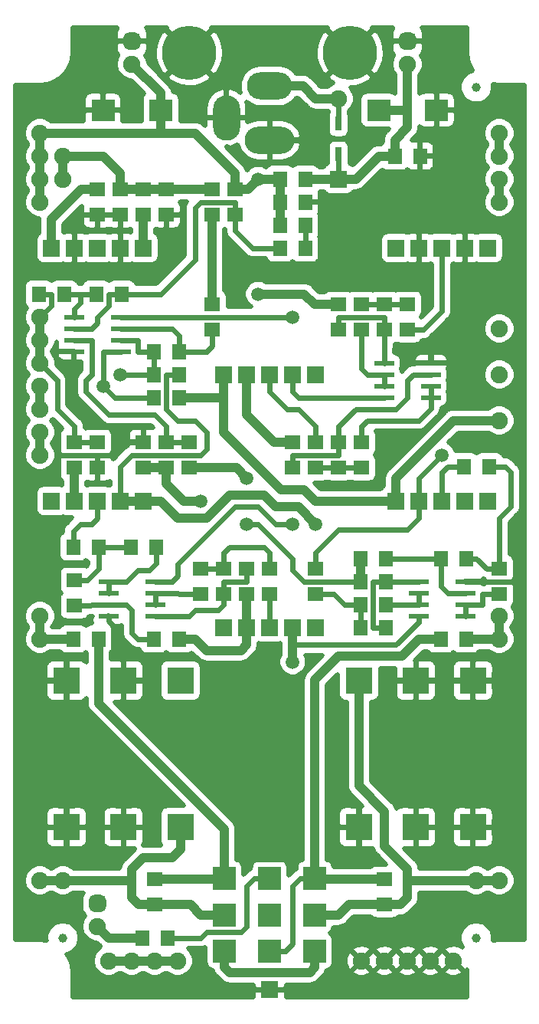
<source format=gbr>
G04 #@! TF.GenerationSoftware,KiCad,Pcbnew,5.1.6-c6e7f7d~87~ubuntu19.10.1*
G04 #@! TF.CreationDate,2023-02-06T06:58:50+06:00*
G04 #@! TF.ProjectId,____________r2a_down-tuned,3a3e3f3a-305f-4373-953c-3b385f723261,2A*
G04 #@! TF.SameCoordinates,Original*
G04 #@! TF.FileFunction,Copper,L1,Top*
G04 #@! TF.FilePolarity,Positive*
%FSLAX46Y46*%
G04 Gerber Fmt 4.6, Leading zero omitted, Abs format (unit mm)*
G04 Created by KiCad (PCBNEW 5.1.6-c6e7f7d~87~ubuntu19.10.1) date 2023-02-06 06:58:50*
%MOMM*%
%LPD*%
G01*
G04 APERTURE LIST*
G04 #@! TA.AperFunction,ComponentPad*
%ADD10C,1.900000*%
G04 #@! TD*
G04 #@! TA.AperFunction,SMDPad,CuDef*
%ADD11C,1.000000*%
G04 #@! TD*
G04 #@! TA.AperFunction,ComponentPad*
%ADD12R,3.000000X3.000000*%
G04 #@! TD*
G04 #@! TA.AperFunction,ComponentPad*
%ADD13O,5.500000X3.000000*%
G04 #@! TD*
G04 #@! TA.AperFunction,ComponentPad*
%ADD14O,3.000000X5.000000*%
G04 #@! TD*
G04 #@! TA.AperFunction,ComponentPad*
%ADD15O,5.000000X3.000000*%
G04 #@! TD*
G04 #@! TA.AperFunction,SMDPad,CuDef*
%ADD16R,1.600000X1.800000*%
G04 #@! TD*
G04 #@! TA.AperFunction,ComponentPad*
%ADD17R,1.900000X1.900000*%
G04 #@! TD*
G04 #@! TA.AperFunction,ComponentPad*
%ADD18R,2.500000X2.500000*%
G04 #@! TD*
G04 #@! TA.AperFunction,ComponentPad*
%ADD19C,6.000000*%
G04 #@! TD*
G04 #@! TA.AperFunction,SMDPad,CuDef*
%ADD20R,1.800000X1.600000*%
G04 #@! TD*
G04 #@! TA.AperFunction,SMDPad,CuDef*
%ADD21R,2.200000X0.600000*%
G04 #@! TD*
G04 #@! TA.AperFunction,SMDPad,CuDef*
%ADD22R,2.600000X2.400000*%
G04 #@! TD*
G04 #@! TA.AperFunction,SMDPad,CuDef*
%ADD23R,0.800000X1.600000*%
G04 #@! TD*
G04 #@! TA.AperFunction,ViaPad*
%ADD24C,1.500000*%
G04 #@! TD*
G04 #@! TA.AperFunction,Conductor*
%ADD25C,0.600000*%
G04 #@! TD*
G04 #@! TA.AperFunction,Conductor*
%ADD26C,1.000000*%
G04 #@! TD*
G04 #@! TA.AperFunction,Conductor*
%ADD27C,0.500000*%
G04 #@! TD*
G04 APERTURE END LIST*
D10*
X80010000Y-114300000D03*
X80010000Y-111760000D03*
X80010000Y-109220000D03*
X80010000Y-106680000D03*
X82550000Y-109220000D03*
X82550000Y-111760000D03*
X130810000Y-109220000D03*
X130810000Y-106680000D03*
X130810000Y-114300000D03*
X130810000Y-111760000D03*
X80010000Y-132080000D03*
X80010000Y-129540000D03*
X80010000Y-127000000D03*
X80010000Y-134620000D03*
X80010000Y-137160000D03*
X80010000Y-139700000D03*
X80010000Y-142240000D03*
X80010000Y-160020000D03*
X80010000Y-162560000D03*
X130810000Y-162560000D03*
X130810000Y-160020000D03*
X80010000Y-189230000D03*
X82550000Y-189230000D03*
X128270000Y-189230000D03*
X130810000Y-189230000D03*
X125730000Y-198120000D03*
X123190000Y-198120000D03*
X120650000Y-198120000D03*
X118110000Y-198120000D03*
X115570000Y-198120000D03*
X95250000Y-198120000D03*
X92710000Y-198120000D03*
X90170000Y-198120000D03*
X87630000Y-198120000D03*
D11*
X128270000Y-195580000D03*
X82550000Y-195580000D03*
X128270000Y-101600000D03*
D10*
X130810000Y-133350000D03*
X130810000Y-138430000D03*
X130810000Y-128270000D03*
D12*
X95540000Y-167160000D03*
X89240000Y-167160000D03*
X82940000Y-167160000D03*
X95540000Y-183360000D03*
X89240000Y-183360000D03*
X82940000Y-183360000D03*
X115280000Y-183360000D03*
X121580000Y-183360000D03*
X127880000Y-183360000D03*
X115280000Y-167160000D03*
X121580000Y-167160000D03*
X127880000Y-167160000D03*
D13*
X105410000Y-107480000D03*
D14*
X100610000Y-104980000D03*
D15*
X105410000Y-101480000D03*
D16*
X94110000Y-195580000D03*
X91310000Y-195580000D03*
D17*
X81280000Y-119380000D03*
X83820000Y-119380000D03*
X86360000Y-119380000D03*
X88900000Y-119380000D03*
X91440000Y-119380000D03*
X110490000Y-133350000D03*
X107950000Y-133350000D03*
X105410000Y-133350000D03*
X102870000Y-133350000D03*
X100330000Y-133350000D03*
X129540000Y-119380000D03*
X127000000Y-119380000D03*
X124460000Y-119380000D03*
X121920000Y-119380000D03*
X119380000Y-119380000D03*
X91440000Y-147320000D03*
X88900000Y-147320000D03*
X86360000Y-147320000D03*
X83820000Y-147320000D03*
X81280000Y-147320000D03*
X110490000Y-161290000D03*
X107950000Y-161290000D03*
X105410000Y-161290000D03*
X102870000Y-161290000D03*
X100330000Y-161290000D03*
X129540000Y-147320000D03*
X127000000Y-147320000D03*
X124460000Y-147320000D03*
X121920000Y-147320000D03*
X119380000Y-147320000D03*
X105410000Y-201295000D03*
D18*
X110410000Y-193040000D03*
X110410000Y-197040000D03*
X110410000Y-189040000D03*
X105410000Y-193040000D03*
X105410000Y-197040000D03*
X105410000Y-189040000D03*
X100410000Y-189040000D03*
X100410000Y-193040000D03*
X100410000Y-197040000D03*
D10*
X86360000Y-194310000D03*
G04 #@! TA.AperFunction,ComponentPad*
G36*
G01*
X86740000Y-192720000D02*
X85980000Y-192720000D01*
G75*
G02*
X85410000Y-192150000I0J570000D01*
G01*
X85410000Y-191390000D01*
G75*
G02*
X85980000Y-190820000I570000J0D01*
G01*
X86740000Y-190820000D01*
G75*
G02*
X87310000Y-191390000I0J-570000D01*
G01*
X87310000Y-192150000D01*
G75*
G02*
X86740000Y-192720000I-570000J0D01*
G01*
G37*
G04 #@! TD.AperFunction*
D19*
X96520000Y-97790000D03*
X114300000Y-97790000D03*
D20*
X110490000Y-143640000D03*
X110490000Y-140840000D03*
X113030000Y-143640000D03*
X113030000Y-140840000D03*
X107950000Y-143640000D03*
X107950000Y-140840000D03*
X115570000Y-143640000D03*
X115570000Y-140840000D03*
D21*
X118050000Y-135890000D03*
X118050000Y-134620000D03*
X118050000Y-133350000D03*
X118050000Y-132080000D03*
X123250000Y-132080000D03*
X123250000Y-133350000D03*
X123250000Y-134620000D03*
X123250000Y-135890000D03*
D20*
X120650000Y-125600000D03*
X120650000Y-128400000D03*
X118110000Y-125600000D03*
X118110000Y-128400000D03*
X113030000Y-128400000D03*
X113030000Y-125600000D03*
X115570000Y-128400000D03*
X115570000Y-125600000D03*
D16*
X86490000Y-152400000D03*
X83690000Y-152400000D03*
D20*
X83820000Y-156080000D03*
X83820000Y-158880000D03*
D16*
X92580000Y-162560000D03*
X95380000Y-162560000D03*
X92840000Y-152400000D03*
X90040000Y-152400000D03*
D21*
X92770000Y-156210000D03*
X92770000Y-157480000D03*
X92770000Y-158750000D03*
X92770000Y-160020000D03*
X87570000Y-160020000D03*
X87570000Y-158750000D03*
X87570000Y-157480000D03*
X87570000Y-156210000D03*
D20*
X105410000Y-154810000D03*
X105410000Y-157610000D03*
X100330000Y-157610000D03*
X100330000Y-154810000D03*
X102870000Y-154810000D03*
X102870000Y-157610000D03*
X97790000Y-157610000D03*
X97790000Y-154810000D03*
D16*
X129670000Y-143510000D03*
X126870000Y-143510000D03*
X127130000Y-153670000D03*
X124330000Y-153670000D03*
D21*
X121860000Y-160020000D03*
X121860000Y-158750000D03*
X121860000Y-157480000D03*
X121860000Y-156210000D03*
X127060000Y-156210000D03*
X127060000Y-157480000D03*
X127060000Y-158750000D03*
X127060000Y-160020000D03*
D16*
X118240000Y-153670000D03*
X115440000Y-153670000D03*
D20*
X130810000Y-157610000D03*
X130810000Y-154810000D03*
X93980000Y-140840000D03*
X93980000Y-143640000D03*
D16*
X109350000Y-116840000D03*
X106550000Y-116840000D03*
D20*
X86360000Y-143640000D03*
X86360000Y-140840000D03*
X91440000Y-143640000D03*
X91440000Y-140840000D03*
X96520000Y-140840000D03*
X96520000Y-143640000D03*
X101600000Y-112900000D03*
X101600000Y-115700000D03*
D16*
X106550000Y-119380000D03*
X109350000Y-119380000D03*
X86230000Y-124460000D03*
X89030000Y-124460000D03*
X82680000Y-124460000D03*
X79880000Y-124460000D03*
D21*
X88960000Y-127000000D03*
X88960000Y-128270000D03*
X88960000Y-129540000D03*
X88960000Y-130810000D03*
X83760000Y-130810000D03*
X83760000Y-129540000D03*
X83760000Y-128270000D03*
X83760000Y-127000000D03*
D20*
X99060000Y-125600000D03*
X99060000Y-128400000D03*
X88900000Y-115700000D03*
X88900000Y-112900000D03*
D16*
X92580000Y-130810000D03*
X95380000Y-130810000D03*
D20*
X99060000Y-112900000D03*
X99060000Y-115700000D03*
X93980000Y-112900000D03*
X93980000Y-115700000D03*
D22*
X117450000Y-104140000D03*
X123850000Y-104140000D03*
D16*
X122050000Y-109220000D03*
X119250000Y-109220000D03*
D22*
X93370000Y-104140000D03*
X86970000Y-104140000D03*
D16*
X109350000Y-111760000D03*
X106550000Y-111760000D03*
X106550000Y-114300000D03*
X109350000Y-114300000D03*
D20*
X110490000Y-157610000D03*
X110490000Y-154810000D03*
D16*
X118240000Y-161290000D03*
X115440000Y-161290000D03*
X118240000Y-156210000D03*
X115440000Y-156210000D03*
X118240000Y-158750000D03*
X115440000Y-158750000D03*
D20*
X118110000Y-189100000D03*
X118110000Y-191900000D03*
X92710000Y-191900000D03*
X92710000Y-189100000D03*
X83820000Y-143640000D03*
X83820000Y-140840000D03*
D16*
X92580000Y-135890000D03*
X95380000Y-135890000D03*
X92580000Y-133350000D03*
X95380000Y-133350000D03*
G04 #@! TA.AperFunction,ComponentPad*
G36*
G01*
X121030000Y-97470000D02*
X120270000Y-97470000D01*
G75*
G02*
X119700000Y-96900000I0J570000D01*
G01*
X119700000Y-96140000D01*
G75*
G02*
X120270000Y-95570000I570000J0D01*
G01*
X121030000Y-95570000D01*
G75*
G02*
X121600000Y-96140000I0J-570000D01*
G01*
X121600000Y-96900000D01*
G75*
G02*
X121030000Y-97470000I-570000J0D01*
G01*
G37*
G04 #@! TD.AperFunction*
D10*
X120650000Y-99060000D03*
G04 #@! TA.AperFunction,ComponentPad*
G36*
G01*
X90550000Y-97470000D02*
X89790000Y-97470000D01*
G75*
G02*
X89220000Y-96900000I0J570000D01*
G01*
X89220000Y-96140000D01*
G75*
G02*
X89790000Y-95570000I570000J0D01*
G01*
X90550000Y-95570000D01*
G75*
G02*
X91120000Y-96140000I0J-570000D01*
G01*
X91120000Y-96900000D01*
G75*
G02*
X90550000Y-97470000I-570000J0D01*
G01*
G37*
G04 #@! TD.AperFunction*
X90170000Y-99060000D03*
D16*
X127130000Y-162560000D03*
X124330000Y-162560000D03*
X86490000Y-162560000D03*
X83690000Y-162560000D03*
D20*
X91440000Y-115700000D03*
X91440000Y-112900000D03*
X86360000Y-115700000D03*
X86360000Y-112900000D03*
D17*
X113030000Y-111760000D03*
D10*
X113030000Y-102870000D03*
D23*
X113030000Y-109015000D03*
X113030000Y-105615000D03*
D24*
X107950000Y-149860000D03*
X107950000Y-127000000D03*
X107950000Y-165100000D03*
X102870000Y-144780000D03*
X102870000Y-149860000D03*
X104140000Y-124460000D03*
X104140000Y-111760000D03*
X110490000Y-149860000D03*
X124460000Y-142240000D03*
X97790000Y-147320000D03*
X86995000Y-134620000D03*
X88900000Y-133350000D03*
D25*
X127060000Y-156210000D02*
X132715000Y-156210000D01*
X86360000Y-143640000D02*
X86360000Y-142240000D01*
X86360000Y-142240000D02*
X88265000Y-142240000D01*
X81915000Y-142240000D02*
X86360000Y-142240000D01*
X87570000Y-160020000D02*
X87570000Y-160595000D01*
X87570000Y-160595000D02*
X88265000Y-161290000D01*
D26*
X91310000Y-195580000D02*
X87630000Y-195580000D01*
X87630000Y-195580000D02*
X86360000Y-194310000D01*
D25*
X98425000Y-194945000D02*
X102235000Y-194945000D01*
X97790000Y-195580000D02*
X98425000Y-194945000D01*
X94110000Y-195580000D02*
X97790000Y-195580000D01*
X102235000Y-194945000D02*
X102870000Y-194310000D01*
X102870000Y-194310000D02*
X102870000Y-189865000D01*
X103695000Y-189040000D02*
X102870000Y-189865000D01*
X105410000Y-189040000D02*
X103695000Y-189040000D01*
D26*
X100410000Y-197040000D02*
X100410000Y-198835000D01*
X100410000Y-198835000D02*
X100965000Y-199390000D01*
X110410000Y-197040000D02*
X110410000Y-198835000D01*
X110410000Y-198835000D02*
X109855000Y-199390000D01*
X100965000Y-199390000D02*
X109855000Y-199390000D01*
X87630000Y-198120000D02*
X90170000Y-198120000D01*
X90170000Y-198120000D02*
X92710000Y-198120000D01*
X92710000Y-198120000D02*
X95250000Y-198120000D01*
X107950000Y-161290000D02*
X107950000Y-163195000D01*
X107950000Y-163195000D02*
X107950000Y-165100000D01*
D25*
X113030000Y-109015000D02*
X113030000Y-111760000D01*
D26*
X109350000Y-111760000D02*
X113030000Y-111760000D01*
X119250000Y-109220000D02*
X117475000Y-109220000D01*
X117475000Y-109220000D02*
X114935000Y-111760000D01*
X113030000Y-111760000D02*
X114935000Y-111760000D01*
X119250000Y-109220000D02*
X119250000Y-107445000D01*
X119250000Y-107445000D02*
X120650000Y-106045000D01*
X117450000Y-104140000D02*
X120650000Y-104140000D01*
X120650000Y-104140000D02*
X120650000Y-106045000D01*
X120650000Y-99060000D02*
X120650000Y-104140000D01*
D25*
X88960000Y-127000000D02*
X107950000Y-127000000D01*
X107950000Y-133350000D02*
X107950000Y-135255000D01*
X108585000Y-135890000D02*
X107950000Y-135255000D01*
X118050000Y-135890000D02*
X108585000Y-135890000D01*
X119380000Y-163195000D02*
X107950000Y-163195000D01*
X121860000Y-160715000D02*
X119380000Y-163195000D01*
X121860000Y-160020000D02*
X121860000Y-160715000D01*
X92770000Y-156210000D02*
X94615000Y-156210000D01*
X94615000Y-156210000D02*
X95250000Y-155575000D01*
X95250000Y-155575000D02*
X95250000Y-154305000D01*
X95250000Y-154305000D02*
X101600000Y-147955000D01*
X104140000Y-147955000D02*
X106045000Y-149860000D01*
X101600000Y-147955000D02*
X104140000Y-147955000D01*
X106045000Y-149860000D02*
X107950000Y-149860000D01*
X113030000Y-143640000D02*
X115570000Y-143640000D01*
X110490000Y-143640000D02*
X113030000Y-143640000D01*
X105410000Y-133350000D02*
X105410000Y-135255000D01*
X110490000Y-140840000D02*
X110490000Y-139065000D01*
X110490000Y-139065000D02*
X108585000Y-137160000D01*
X105410000Y-135255000D02*
X107315000Y-137160000D01*
X107315000Y-137160000D02*
X108585000Y-137160000D01*
X123250000Y-133350000D02*
X121285000Y-133350000D01*
X121285000Y-133350000D02*
X120650000Y-133985000D01*
X119380000Y-137160000D02*
X120650000Y-135890000D01*
X120650000Y-133985000D02*
X120650000Y-135890000D01*
X113030000Y-139065000D02*
X114935000Y-137160000D01*
X119380000Y-137160000D02*
X114935000Y-137160000D01*
X113030000Y-140840000D02*
X113030000Y-139065000D01*
X107950000Y-143640000D02*
X107950000Y-142240000D01*
X113030000Y-140840000D02*
X113030000Y-142240000D01*
X107950000Y-142240000D02*
X113030000Y-142240000D01*
D26*
X106550000Y-114300000D02*
X106550000Y-116840000D01*
X80010000Y-106680000D02*
X93370000Y-106680000D01*
X93370000Y-104140000D02*
X93370000Y-102260000D01*
X93370000Y-102260000D02*
X90170000Y-99060000D01*
X93370000Y-104140000D02*
X93370000Y-106680000D01*
X103000000Y-112900000D02*
X104140000Y-111760000D01*
X101600000Y-112900000D02*
X103000000Y-112900000D01*
X80010000Y-106680000D02*
X80010000Y-109220000D01*
X80010000Y-109220000D02*
X80010000Y-111760000D01*
X80010000Y-111760000D02*
X80010000Y-114300000D01*
X101600000Y-112900000D02*
X101600000Y-111125000D01*
X101600000Y-111125000D02*
X97155000Y-106680000D01*
X93370000Y-106680000D02*
X97155000Y-106680000D01*
X104140000Y-111760000D02*
X106550000Y-111760000D01*
X106550000Y-111760000D02*
X106550000Y-114300000D01*
X107950000Y-140840000D02*
X105915000Y-140840000D01*
X105915000Y-140840000D02*
X102870000Y-137795000D01*
X102870000Y-133350000D02*
X102870000Y-137795000D01*
X101730000Y-143640000D02*
X102870000Y-144780000D01*
X96520000Y-143640000D02*
X101730000Y-143640000D01*
X110360000Y-125600000D02*
X113030000Y-125600000D01*
X109220000Y-124460000D02*
X110360000Y-125600000D01*
X104140000Y-124460000D02*
X109220000Y-124460000D01*
X115440000Y-153670000D02*
X115440000Y-156210000D01*
D25*
X107950000Y-154940000D02*
X109220000Y-156210000D01*
X109220000Y-156210000D02*
X115440000Y-156210000D01*
X107950000Y-153670000D02*
X107950000Y-154940000D01*
X104140000Y-149860000D02*
X107950000Y-153670000D01*
X102870000Y-149860000D02*
X104140000Y-149860000D01*
D26*
X102870000Y-157610000D02*
X102870000Y-161290000D01*
X102870000Y-161290000D02*
X102870000Y-163195000D01*
X102870000Y-163195000D02*
X102235000Y-163830000D01*
X102235000Y-163830000D02*
X98425000Y-163830000D01*
X97155000Y-162560000D02*
X98425000Y-163830000D01*
X95380000Y-162560000D02*
X97155000Y-162560000D01*
D25*
X123250000Y-134620000D02*
X123250000Y-135890000D01*
X115570000Y-139065000D02*
X115570000Y-140840000D01*
X116205000Y-138430000D02*
X115570000Y-139065000D01*
X123250000Y-137100000D02*
X121920000Y-138430000D01*
X121920000Y-138430000D02*
X116205000Y-138430000D01*
X123250000Y-135890000D02*
X123250000Y-137100000D01*
X118050000Y-133350000D02*
X116205000Y-133350000D01*
X116205000Y-133350000D02*
X115570000Y-132715000D01*
X115570000Y-128400000D02*
X115570000Y-132715000D01*
X118050000Y-133350000D02*
X118050000Y-134620000D01*
X113030000Y-128400000D02*
X113030000Y-127000000D01*
X118110000Y-128400000D02*
X118110000Y-127000000D01*
X113030000Y-127000000D02*
X118110000Y-127000000D01*
X118110000Y-128400000D02*
X118110000Y-130175000D01*
X118050000Y-130235000D02*
X118110000Y-130175000D01*
X118050000Y-132080000D02*
X118050000Y-130235000D01*
X118110000Y-125600000D02*
X120650000Y-125600000D01*
X115570000Y-125600000D02*
X118110000Y-125600000D01*
X120650000Y-128400000D02*
X122425000Y-128400000D01*
X122425000Y-128400000D02*
X124460000Y-126365000D01*
X124460000Y-119380000D02*
X124460000Y-126365000D01*
X86490000Y-152400000D02*
X90040000Y-152400000D01*
X83820000Y-156080000D02*
X85220000Y-156080000D01*
X86490000Y-154810000D02*
X85220000Y-156080000D01*
X86490000Y-152400000D02*
X86490000Y-154810000D01*
X86360000Y-147320000D02*
X86360000Y-149225000D01*
X86360000Y-149225000D02*
X85725000Y-149860000D01*
X83690000Y-152400000D02*
X83690000Y-150625000D01*
X83690000Y-150625000D02*
X84455000Y-149860000D01*
X84455000Y-149860000D02*
X85725000Y-149860000D01*
X87570000Y-158750000D02*
X89535000Y-158750000D01*
X89535000Y-158750000D02*
X90170000Y-159385000D01*
X92580000Y-162560000D02*
X90805000Y-162560000D01*
X90805000Y-162560000D02*
X90170000Y-161925000D01*
X90170000Y-159385000D02*
X90170000Y-161925000D01*
X87570000Y-158750000D02*
X85725000Y-158750000D01*
X85595000Y-158880000D02*
X85725000Y-158750000D01*
X83820000Y-158880000D02*
X85595000Y-158880000D01*
X92840000Y-152400000D02*
X92840000Y-154175000D01*
X92840000Y-154175000D02*
X92075000Y-154940000D01*
X87570000Y-156210000D02*
X89535000Y-156210000D01*
X89535000Y-156210000D02*
X90805000Y-154940000D01*
X90805000Y-154940000D02*
X92075000Y-154940000D01*
X87570000Y-156210000D02*
X87570000Y-157480000D01*
X95380000Y-157610000D02*
X97790000Y-157610000D01*
X95250000Y-157480000D02*
X95380000Y-157610000D01*
X92770000Y-157480000D02*
X95250000Y-157480000D01*
X92770000Y-157480000D02*
X92770000Y-158750000D01*
X100330000Y-157610000D02*
X100330000Y-156210000D01*
X102870000Y-154810000D02*
X102870000Y-156210000D01*
X100330000Y-156210000D02*
X102870000Y-156210000D01*
X100330000Y-158750000D02*
X100330000Y-157610000D01*
X99695000Y-159385000D02*
X100330000Y-158750000D01*
X97155000Y-159385000D02*
X99695000Y-159385000D01*
X96520000Y-160020000D02*
X97155000Y-159385000D01*
X92770000Y-160020000D02*
X96520000Y-160020000D01*
X100330000Y-154810000D02*
X100330000Y-153035000D01*
X100330000Y-153035000D02*
X100965000Y-152400000D01*
X100965000Y-152400000D02*
X104775000Y-152400000D01*
X104775000Y-152400000D02*
X105410000Y-153035000D01*
X105410000Y-154810000D02*
X105410000Y-153035000D01*
X97790000Y-154810000D02*
X100330000Y-154810000D01*
X105410000Y-157610000D02*
X105410000Y-161290000D01*
X131445000Y-143510000D02*
X129670000Y-143510000D01*
X132080000Y-144145000D02*
X131445000Y-143510000D01*
X132080000Y-147955000D02*
X132080000Y-144145000D01*
X130810000Y-149225000D02*
X132080000Y-147955000D01*
X130810000Y-154810000D02*
X130810000Y-149225000D01*
X129410000Y-154810000D02*
X130810000Y-154810000D01*
X128270000Y-153670000D02*
X129410000Y-154810000D01*
X127130000Y-153670000D02*
X128270000Y-153670000D01*
X126870000Y-143510000D02*
X125095000Y-143510000D01*
X125095000Y-143510000D02*
X124460000Y-144145000D01*
X124460000Y-144145000D02*
X124460000Y-147320000D01*
X118240000Y-153670000D02*
X124330000Y-153670000D01*
X127060000Y-157480000D02*
X125095000Y-157480000D01*
X124330000Y-156715000D02*
X125095000Y-157480000D01*
X124330000Y-153670000D02*
X124330000Y-156715000D01*
X93980000Y-140840000D02*
X96520000Y-140840000D01*
X83760000Y-129540000D02*
X85725000Y-129540000D01*
X85725000Y-133350000D02*
X85090000Y-133985000D01*
X85725000Y-129540000D02*
X85725000Y-133350000D01*
X85090000Y-133985000D02*
X85090000Y-135255000D01*
X85090000Y-135255000D02*
X87630000Y-137795000D01*
X87630000Y-137795000D02*
X92710000Y-137795000D01*
X92710000Y-137795000D02*
X93980000Y-139065000D01*
X93980000Y-140840000D02*
X93980000Y-139065000D01*
X109350000Y-116840000D02*
X109350000Y-119380000D01*
D26*
X130810000Y-106680000D02*
X130810000Y-109220000D01*
X83820000Y-143640000D02*
X83820000Y-147320000D01*
X119380000Y-147320000D02*
X119380000Y-144780000D01*
X119380000Y-144780000D02*
X125730000Y-138430000D01*
X125730000Y-138430000D02*
X130810000Y-138430000D01*
X95380000Y-135890000D02*
X100330000Y-135890000D01*
X100330000Y-133350000D02*
X100330000Y-135890000D01*
X116840000Y-147320000D02*
X119380000Y-147320000D01*
X110490000Y-147320000D02*
X116840000Y-147320000D01*
X109220000Y-146050000D02*
X110490000Y-147320000D01*
X106680000Y-146050000D02*
X109220000Y-146050000D01*
X100330000Y-139700000D02*
X106680000Y-146050000D01*
X100330000Y-135890000D02*
X100330000Y-139700000D01*
D25*
X103505000Y-119380000D02*
X106550000Y-119380000D01*
X101600000Y-117475000D02*
X103505000Y-119380000D01*
X101600000Y-115700000D02*
X101600000Y-117475000D01*
X85725000Y-128270000D02*
X83760000Y-128270000D01*
X86360000Y-127635000D02*
X85725000Y-128270000D01*
X86360000Y-127000000D02*
X86360000Y-127635000D01*
X87630000Y-125730000D02*
X86360000Y-127000000D01*
X87630000Y-124460000D02*
X87630000Y-125730000D01*
X89030000Y-124460000D02*
X87630000Y-124460000D01*
X93345000Y-124460000D02*
X89030000Y-124460000D01*
X97155000Y-114935000D02*
X97155000Y-120650000D01*
X97790000Y-114300000D02*
X97155000Y-114935000D01*
X97155000Y-120650000D02*
X93345000Y-124460000D01*
X101600000Y-114300000D02*
X97790000Y-114300000D01*
X101600000Y-115700000D02*
X101600000Y-114300000D01*
X83760000Y-126107500D02*
X84455000Y-125412500D01*
X83760000Y-127000000D02*
X83760000Y-126107500D01*
X84455000Y-124460000D02*
X84455000Y-125412500D01*
X82680000Y-124460000D02*
X84455000Y-124460000D01*
X84455000Y-124460000D02*
X86230000Y-124460000D01*
X95380000Y-130810000D02*
X98425000Y-130810000D01*
X98425000Y-130810000D02*
X99060000Y-130175000D01*
X99060000Y-128400000D02*
X99060000Y-130175000D01*
X95380000Y-130810000D02*
X95380000Y-129035000D01*
X95380000Y-129035000D02*
X94615000Y-128270000D01*
X88960000Y-128270000D02*
X94615000Y-128270000D01*
D26*
X130810000Y-111760000D02*
X130810000Y-114300000D01*
X88900000Y-147320000D02*
X91440000Y-147320000D01*
X108585000Y-147955000D02*
X110490000Y-149860000D01*
X106045000Y-147955000D02*
X108585000Y-147955000D01*
X104775000Y-146685000D02*
X106045000Y-147955000D01*
X100965000Y-146685000D02*
X104775000Y-146685000D01*
X98425000Y-149225000D02*
X100965000Y-146685000D01*
X95250000Y-149225000D02*
X98425000Y-149225000D01*
X93345000Y-147320000D02*
X95250000Y-149225000D01*
X91440000Y-147320000D02*
X93345000Y-147320000D01*
D25*
X93980000Y-133350000D02*
X95380000Y-133350000D01*
X93980000Y-137160000D02*
X93980000Y-133350000D01*
X98425000Y-139700000D02*
X97155000Y-138430000D01*
X98425000Y-141605000D02*
X98425000Y-139700000D01*
X90170000Y-142240000D02*
X97790000Y-142240000D01*
X97790000Y-142240000D02*
X98425000Y-141605000D01*
X88900000Y-143510000D02*
X90170000Y-142240000D01*
X95250000Y-138430000D02*
X93980000Y-137160000D01*
X97155000Y-138430000D02*
X95250000Y-138430000D01*
X88900000Y-147320000D02*
X88900000Y-143510000D01*
D26*
X99060000Y-115700000D02*
X99060000Y-125600000D01*
D25*
X113030000Y-102870000D02*
X113030000Y-105615000D01*
D26*
X110490000Y-102870000D02*
X113030000Y-102870000D01*
X109100000Y-101480000D02*
X110490000Y-102870000D01*
X105410000Y-101480000D02*
X109100000Y-101480000D01*
D25*
X127060000Y-158750000D02*
X128905000Y-158750000D01*
X130810000Y-157610000D02*
X128905000Y-157610000D01*
X128905000Y-157610000D02*
X128905000Y-158750000D01*
X127060000Y-158750000D02*
X127060000Y-160020000D01*
X121860000Y-157480000D02*
X121860000Y-158750000D01*
X118240000Y-158750000D02*
X121860000Y-158750000D01*
X118240000Y-156210000D02*
X121860000Y-156210000D01*
X118240000Y-156210000D02*
X116840000Y-156210000D01*
X118240000Y-161290000D02*
X116840000Y-161290000D01*
X116840000Y-156210000D02*
X116840000Y-161290000D01*
X115440000Y-158750000D02*
X115440000Y-161290000D01*
X110490000Y-157610000D02*
X112525000Y-157610000D01*
X112525000Y-157610000D02*
X113665000Y-158750000D01*
X115440000Y-158750000D02*
X113665000Y-158750000D01*
X124460000Y-142240000D02*
X121920000Y-144780000D01*
X121920000Y-144780000D02*
X121920000Y-147320000D01*
X121920000Y-149225000D02*
X121920000Y-147320000D01*
X120650000Y-150495000D02*
X121920000Y-149225000D01*
X110490000Y-153035000D02*
X113030000Y-150495000D01*
X113030000Y-150495000D02*
X120650000Y-150495000D01*
X110490000Y-154810000D02*
X110490000Y-153035000D01*
X79880000Y-124460000D02*
X81280000Y-124460000D01*
X80010000Y-127000000D02*
X81280000Y-125730000D01*
X81280000Y-124460000D02*
X81280000Y-125730000D01*
D26*
X80010000Y-127000000D02*
X80010000Y-129540000D01*
X80010000Y-129540000D02*
X80010000Y-132080000D01*
D25*
X83820000Y-140840000D02*
X86360000Y-140840000D01*
X83820000Y-140840000D02*
X83820000Y-139065000D01*
X83820000Y-139065000D02*
X81915000Y-137160000D01*
X80010000Y-132080000D02*
X81915000Y-133985000D01*
X81915000Y-133985000D02*
X81915000Y-137160000D01*
D26*
X93980000Y-143640000D02*
X93980000Y-145415000D01*
X93980000Y-145415000D02*
X95885000Y-147320000D01*
X95885000Y-147320000D02*
X97790000Y-147320000D01*
X91440000Y-143640000D02*
X93980000Y-143640000D01*
X130810000Y-160020000D02*
X130810000Y-162560000D01*
X127130000Y-162560000D02*
X130810000Y-162560000D01*
X93980000Y-112900000D02*
X99060000Y-112900000D01*
X91440000Y-112900000D02*
X93980000Y-112900000D01*
X82550000Y-109220000D02*
X82550000Y-111760000D01*
X88900000Y-112900000D02*
X88900000Y-111125000D01*
X86995000Y-109220000D02*
X88900000Y-111125000D01*
X82550000Y-109220000D02*
X86995000Y-109220000D01*
X88900000Y-112900000D02*
X91440000Y-112900000D01*
D25*
X105410000Y-197040000D02*
X107125000Y-197040000D01*
X107125000Y-197040000D02*
X107950000Y-196215000D01*
X110410000Y-189040000D02*
X108775000Y-189040000D01*
X108775000Y-189040000D02*
X107950000Y-189865000D01*
X107950000Y-189865000D02*
X107950000Y-196215000D01*
D26*
X110410000Y-189100000D02*
X118110000Y-189100000D01*
X110410000Y-167085000D02*
X110410000Y-189040000D01*
X113030000Y-164465000D02*
X110410000Y-167085000D01*
X120015000Y-164465000D02*
X113030000Y-164465000D01*
X121920000Y-162560000D02*
X120015000Y-164465000D01*
X124330000Y-162560000D02*
X121920000Y-162560000D01*
X92710000Y-189100000D02*
X100410000Y-189100000D01*
X100410000Y-183595000D02*
X100410000Y-189040000D01*
X86490000Y-169675000D02*
X100410000Y-183595000D01*
X86490000Y-162560000D02*
X86490000Y-169675000D01*
X80010000Y-160020000D02*
X80010000Y-162560000D01*
X83690000Y-162560000D02*
X80010000Y-162560000D01*
X91440000Y-115700000D02*
X91440000Y-119380000D01*
X86360000Y-112900000D02*
X84585000Y-112900000D01*
X84585000Y-112900000D02*
X81280000Y-116205000D01*
X81280000Y-116205000D02*
X81280000Y-119380000D01*
X118110000Y-191900000D02*
X114170000Y-191900000D01*
X113030000Y-193040000D02*
X114170000Y-191900000D01*
X110410000Y-193040000D02*
X113030000Y-193040000D01*
X119885000Y-191900000D02*
X120650000Y-191135000D01*
X118110000Y-191900000D02*
X119885000Y-191900000D01*
X120650000Y-191135000D02*
X120650000Y-189230000D01*
X120650000Y-189230000D02*
X128270000Y-189230000D01*
X128270000Y-189230000D02*
X130810000Y-189230000D01*
X120650000Y-187960000D02*
X120650000Y-189230000D01*
X118110000Y-185420000D02*
X120650000Y-187960000D01*
X118110000Y-181610000D02*
X118110000Y-185420000D01*
X115280000Y-178780000D02*
X118110000Y-181610000D01*
X115280000Y-167160000D02*
X115280000Y-178780000D01*
X90935000Y-191900000D02*
X90170000Y-191135000D01*
X92710000Y-191900000D02*
X90935000Y-191900000D01*
X92710000Y-191900000D02*
X96650000Y-191900000D01*
X97790000Y-193040000D02*
X96650000Y-191900000D01*
X100410000Y-193040000D02*
X97790000Y-193040000D01*
X82550000Y-189230000D02*
X90170000Y-189230000D01*
X90170000Y-191135000D02*
X90170000Y-189230000D01*
X80010000Y-189230000D02*
X82550000Y-189230000D01*
X95540000Y-185765000D02*
X95540000Y-183360000D01*
X94615000Y-186690000D02*
X95540000Y-185765000D01*
X91440000Y-186690000D02*
X94615000Y-186690000D01*
X90170000Y-187960000D02*
X91440000Y-186690000D01*
X90170000Y-189230000D02*
X90170000Y-187960000D01*
X80010000Y-134620000D02*
X80010000Y-137160000D01*
D25*
X86995000Y-134620000D02*
X88265000Y-135890000D01*
X92580000Y-135890000D02*
X88265000Y-135890000D01*
X88960000Y-130810000D02*
X86995000Y-130810000D01*
X86995000Y-130810000D02*
X86995000Y-134620000D01*
D26*
X80010000Y-139700000D02*
X80010000Y-142240000D01*
D25*
X88960000Y-129540000D02*
X90805000Y-129540000D01*
X90805000Y-129540000D02*
X90805000Y-130810000D01*
X92580000Y-130810000D02*
X90805000Y-130810000D01*
X92580000Y-130810000D02*
X92580000Y-133350000D01*
X92580000Y-133350000D02*
X88900000Y-133350000D01*
D27*
G36*
X88509831Y-95095480D02*
G01*
X88430902Y-95243145D01*
X88382299Y-95403371D01*
X88365887Y-95570000D01*
X88370000Y-96257500D01*
X88582500Y-96470000D01*
X90120000Y-96470000D01*
X90120000Y-96450000D01*
X90220000Y-96450000D01*
X90220000Y-96470000D01*
X91757500Y-96470000D01*
X91970000Y-96257500D01*
X91974113Y-95570000D01*
X91957701Y-95403371D01*
X91909098Y-95243145D01*
X91830169Y-95095480D01*
X91776431Y-95030000D01*
X94052349Y-95030000D01*
X93970324Y-95169613D01*
X96520000Y-97719289D01*
X99069676Y-95169613D01*
X98987651Y-95030000D01*
X111832349Y-95030000D01*
X111750324Y-95169613D01*
X114300000Y-97719289D01*
X116849676Y-95169613D01*
X116767651Y-95030000D01*
X119043569Y-95030000D01*
X118989831Y-95095480D01*
X118910902Y-95243145D01*
X118862299Y-95403371D01*
X118845887Y-95570000D01*
X118850000Y-96257500D01*
X119062500Y-96470000D01*
X120600000Y-96470000D01*
X120600000Y-96450000D01*
X120700000Y-96450000D01*
X120700000Y-96470000D01*
X122237500Y-96470000D01*
X122450000Y-96257500D01*
X122454113Y-95570000D01*
X122437701Y-95403371D01*
X122389098Y-95243145D01*
X122310169Y-95095480D01*
X122256431Y-95030000D01*
X127220000Y-95030000D01*
X127220001Y-97841578D01*
X127224493Y-97887184D01*
X127224383Y-97902896D01*
X127225814Y-97917487D01*
X127277631Y-98410493D01*
X127296759Y-98503679D01*
X127314599Y-98597197D01*
X127318837Y-98611232D01*
X127465426Y-99084784D01*
X127502302Y-99172510D01*
X127537954Y-99260752D01*
X127544837Y-99273696D01*
X127780614Y-99709756D01*
X127833843Y-99788671D01*
X127840700Y-99799150D01*
X127730375Y-99821095D01*
X127393697Y-99960552D01*
X127090694Y-100163011D01*
X126833011Y-100420694D01*
X126630552Y-100723697D01*
X126491095Y-101060375D01*
X126420000Y-101417791D01*
X126420000Y-101782209D01*
X126491095Y-102139625D01*
X126630552Y-102476303D01*
X126833011Y-102779306D01*
X127090694Y-103036989D01*
X127393697Y-103239448D01*
X127730375Y-103378905D01*
X128087791Y-103450000D01*
X128452209Y-103450000D01*
X128809625Y-103378905D01*
X129146303Y-103239448D01*
X129449306Y-103036989D01*
X129706989Y-102779306D01*
X129909448Y-102476303D01*
X130048905Y-102139625D01*
X130120000Y-101782209D01*
X130120000Y-101417791D01*
X130097259Y-101303463D01*
X130106513Y-101305296D01*
X130199603Y-101325083D01*
X130214183Y-101326615D01*
X130707538Y-101374989D01*
X130707544Y-101374989D01*
X130758422Y-101380000D01*
X133570000Y-101380000D01*
X133570001Y-195800000D01*
X130758422Y-195800000D01*
X130712807Y-195804493D01*
X130697104Y-195804383D01*
X130682514Y-195805814D01*
X130189507Y-195857631D01*
X130097252Y-195876568D01*
X130120000Y-195762209D01*
X130120000Y-195397791D01*
X130048905Y-195040375D01*
X129909448Y-194703697D01*
X129706989Y-194400694D01*
X129449306Y-194143011D01*
X129146303Y-193940552D01*
X128809625Y-193801095D01*
X128452209Y-193730000D01*
X128087791Y-193730000D01*
X127730375Y-193801095D01*
X127393697Y-193940552D01*
X127090694Y-194143011D01*
X126833011Y-194400694D01*
X126630552Y-194703697D01*
X126491095Y-195040375D01*
X126420000Y-195397791D01*
X126420000Y-195762209D01*
X126491095Y-196119625D01*
X126630552Y-196456303D01*
X126741101Y-196621752D01*
X126441537Y-196457127D01*
X126103455Y-196350265D01*
X125751021Y-196311413D01*
X125397779Y-196342064D01*
X125057305Y-196441039D01*
X124742682Y-196604537D01*
X124707724Y-196627893D01*
X124637219Y-196956508D01*
X125730000Y-198049289D01*
X125744142Y-198035147D01*
X125814853Y-198105858D01*
X125800711Y-198120000D01*
X126893492Y-199212781D01*
X127222107Y-199142276D01*
X127242978Y-199104298D01*
X127225011Y-199287538D01*
X127225011Y-199287545D01*
X127220000Y-199338423D01*
X127220001Y-202150000D01*
X107213545Y-202150000D01*
X107210000Y-201557500D01*
X106997500Y-201345000D01*
X105460000Y-201345000D01*
X105460000Y-201365000D01*
X105360000Y-201365000D01*
X105360000Y-201345000D01*
X103822500Y-201345000D01*
X103610000Y-201557500D01*
X103606455Y-202150000D01*
X83600000Y-202150000D01*
X83600000Y-199338422D01*
X83595507Y-199292807D01*
X83595617Y-199277104D01*
X83594186Y-199262514D01*
X83542369Y-198769507D01*
X83523241Y-198676321D01*
X83505401Y-198582803D01*
X83501163Y-198568769D01*
X83354574Y-198095216D01*
X83317704Y-198007506D01*
X83282046Y-197919249D01*
X83275163Y-197906304D01*
X83039386Y-197470244D01*
X82986157Y-197391329D01*
X82979300Y-197380850D01*
X83089625Y-197358905D01*
X83426303Y-197219448D01*
X83729306Y-197016989D01*
X83986989Y-196759306D01*
X84189448Y-196456303D01*
X84328905Y-196119625D01*
X84400000Y-195762209D01*
X84400000Y-195397791D01*
X84328905Y-195040375D01*
X84189448Y-194703697D01*
X83986989Y-194400694D01*
X83729306Y-194143011D01*
X83426303Y-193940552D01*
X83089625Y-193801095D01*
X82732209Y-193730000D01*
X82367791Y-193730000D01*
X82010375Y-193801095D01*
X81673697Y-193940552D01*
X81370694Y-194143011D01*
X81113011Y-194400694D01*
X80910552Y-194703697D01*
X80771095Y-195040375D01*
X80700000Y-195397791D01*
X80700000Y-195762209D01*
X80722741Y-195876537D01*
X80713480Y-195874703D01*
X80620397Y-195854917D01*
X80605817Y-195853385D01*
X80112462Y-195805011D01*
X80112456Y-195805011D01*
X80061578Y-195800000D01*
X77250000Y-195800000D01*
X77250000Y-184860000D01*
X80585887Y-184860000D01*
X80602299Y-185026629D01*
X80650902Y-185186855D01*
X80729831Y-185334520D01*
X80836051Y-185463949D01*
X80965480Y-185570169D01*
X81113145Y-185649098D01*
X81273371Y-185697701D01*
X81440000Y-185714113D01*
X82677500Y-185710000D01*
X82890000Y-185497500D01*
X82890000Y-183410000D01*
X82990000Y-183410000D01*
X82990000Y-185497500D01*
X83202500Y-185710000D01*
X84440000Y-185714113D01*
X84606629Y-185697701D01*
X84766855Y-185649098D01*
X84914520Y-185570169D01*
X85043949Y-185463949D01*
X85150169Y-185334520D01*
X85229098Y-185186855D01*
X85277701Y-185026629D01*
X85294113Y-184860000D01*
X86885887Y-184860000D01*
X86902299Y-185026629D01*
X86950902Y-185186855D01*
X87029831Y-185334520D01*
X87136051Y-185463949D01*
X87265480Y-185570169D01*
X87413145Y-185649098D01*
X87573371Y-185697701D01*
X87740000Y-185714113D01*
X88977500Y-185710000D01*
X89190000Y-185497500D01*
X89190000Y-183410000D01*
X87102500Y-183410000D01*
X86890000Y-183622500D01*
X86885887Y-184860000D01*
X85294113Y-184860000D01*
X85290000Y-183622500D01*
X85077500Y-183410000D01*
X82990000Y-183410000D01*
X82890000Y-183410000D01*
X80802500Y-183410000D01*
X80590000Y-183622500D01*
X80585887Y-184860000D01*
X77250000Y-184860000D01*
X77250000Y-181860000D01*
X80585887Y-181860000D01*
X80590000Y-183097500D01*
X80802500Y-183310000D01*
X82890000Y-183310000D01*
X82890000Y-181222500D01*
X82990000Y-181222500D01*
X82990000Y-183310000D01*
X85077500Y-183310000D01*
X85290000Y-183097500D01*
X85294113Y-181860000D01*
X86885887Y-181860000D01*
X86890000Y-183097500D01*
X87102500Y-183310000D01*
X89190000Y-183310000D01*
X89190000Y-181222500D01*
X89290000Y-181222500D01*
X89290000Y-183310000D01*
X91377500Y-183310000D01*
X91590000Y-183097500D01*
X91594113Y-181860000D01*
X91577701Y-181693371D01*
X91529098Y-181533145D01*
X91450169Y-181385480D01*
X91343949Y-181256051D01*
X91214520Y-181149831D01*
X91066855Y-181070902D01*
X90906629Y-181022299D01*
X90740000Y-181005887D01*
X89502500Y-181010000D01*
X89290000Y-181222500D01*
X89190000Y-181222500D01*
X88977500Y-181010000D01*
X87740000Y-181005887D01*
X87573371Y-181022299D01*
X87413145Y-181070902D01*
X87265480Y-181149831D01*
X87136051Y-181256051D01*
X87029831Y-181385480D01*
X86950902Y-181533145D01*
X86902299Y-181693371D01*
X86885887Y-181860000D01*
X85294113Y-181860000D01*
X85277701Y-181693371D01*
X85229098Y-181533145D01*
X85150169Y-181385480D01*
X85043949Y-181256051D01*
X84914520Y-181149831D01*
X84766855Y-181070902D01*
X84606629Y-181022299D01*
X84440000Y-181005887D01*
X83202500Y-181010000D01*
X82990000Y-181222500D01*
X82890000Y-181222500D01*
X82677500Y-181010000D01*
X81440000Y-181005887D01*
X81273371Y-181022299D01*
X81113145Y-181070902D01*
X80965480Y-181149831D01*
X80836051Y-181256051D01*
X80729831Y-181385480D01*
X80650902Y-181533145D01*
X80602299Y-181693371D01*
X80585887Y-181860000D01*
X77250000Y-181860000D01*
X77250000Y-168660000D01*
X80585887Y-168660000D01*
X80602299Y-168826629D01*
X80650902Y-168986855D01*
X80729831Y-169134520D01*
X80836051Y-169263949D01*
X80965480Y-169370169D01*
X81113145Y-169449098D01*
X81273371Y-169497701D01*
X81440000Y-169514113D01*
X82677500Y-169510000D01*
X82890000Y-169297500D01*
X82890000Y-167210000D01*
X80802500Y-167210000D01*
X80590000Y-167422500D01*
X80585887Y-168660000D01*
X77250000Y-168660000D01*
X77250000Y-165660000D01*
X80585887Y-165660000D01*
X80590000Y-166897500D01*
X80802500Y-167110000D01*
X82890000Y-167110000D01*
X82890000Y-165022500D01*
X82677500Y-164810000D01*
X81440000Y-164805887D01*
X81273371Y-164822299D01*
X81113145Y-164870902D01*
X80965480Y-164949831D01*
X80836051Y-165056051D01*
X80729831Y-165185480D01*
X80650902Y-165333145D01*
X80602299Y-165493371D01*
X80585887Y-165660000D01*
X77250000Y-165660000D01*
X77250000Y-106502716D01*
X78210000Y-106502716D01*
X78210000Y-106857284D01*
X78279173Y-107205041D01*
X78414861Y-107532620D01*
X78611849Y-107827433D01*
X78660000Y-107875584D01*
X78660001Y-108024415D01*
X78611849Y-108072567D01*
X78414861Y-108367380D01*
X78279173Y-108694959D01*
X78210000Y-109042716D01*
X78210000Y-109397284D01*
X78279173Y-109745041D01*
X78414861Y-110072620D01*
X78611849Y-110367433D01*
X78660000Y-110415584D01*
X78660001Y-110564415D01*
X78611849Y-110612567D01*
X78414861Y-110907380D01*
X78279173Y-111234959D01*
X78210000Y-111582716D01*
X78210000Y-111937284D01*
X78279173Y-112285041D01*
X78414861Y-112612620D01*
X78611849Y-112907433D01*
X78660000Y-112955584D01*
X78660001Y-113104415D01*
X78611849Y-113152567D01*
X78414861Y-113447380D01*
X78279173Y-113774959D01*
X78210000Y-114122716D01*
X78210000Y-114477284D01*
X78279173Y-114825041D01*
X78414861Y-115152620D01*
X78611849Y-115447433D01*
X78862567Y-115698151D01*
X79157380Y-115895139D01*
X79484959Y-116030827D01*
X79832716Y-116100000D01*
X79933810Y-116100000D01*
X79923468Y-116205000D01*
X79930000Y-116271319D01*
X79930000Y-117680000D01*
X79855481Y-117719832D01*
X79726052Y-117826052D01*
X79619832Y-117955481D01*
X79540903Y-118103145D01*
X79492300Y-118263371D01*
X79475888Y-118430000D01*
X79475888Y-120330000D01*
X79492300Y-120496629D01*
X79540903Y-120656855D01*
X79619832Y-120804519D01*
X79726052Y-120933948D01*
X79855481Y-121040168D01*
X80003145Y-121119097D01*
X80163371Y-121167700D01*
X80330000Y-121184112D01*
X82230000Y-121184112D01*
X82396629Y-121167700D01*
X82549998Y-121121177D01*
X82703371Y-121167701D01*
X82870000Y-121184113D01*
X83557500Y-121180000D01*
X83770000Y-120967500D01*
X83770000Y-119430000D01*
X83750000Y-119430000D01*
X83750000Y-119330000D01*
X83770000Y-119330000D01*
X83770000Y-117792500D01*
X83870000Y-117792500D01*
X83870000Y-119330000D01*
X83890000Y-119330000D01*
X83890000Y-119430000D01*
X83870000Y-119430000D01*
X83870000Y-120967500D01*
X84082500Y-121180000D01*
X84770000Y-121184113D01*
X84936629Y-121167701D01*
X85090002Y-121121177D01*
X85243371Y-121167700D01*
X85410000Y-121184112D01*
X87310000Y-121184112D01*
X87476629Y-121167700D01*
X87629998Y-121121177D01*
X87783371Y-121167701D01*
X87950000Y-121184113D01*
X88637500Y-121180000D01*
X88850000Y-120967500D01*
X88850000Y-119430000D01*
X88830000Y-119430000D01*
X88830000Y-119330000D01*
X88850000Y-119330000D01*
X88850000Y-117792500D01*
X88637500Y-117580000D01*
X87950000Y-117575887D01*
X87783371Y-117592299D01*
X87629998Y-117638823D01*
X87476629Y-117592300D01*
X87310000Y-117575888D01*
X85410000Y-117575888D01*
X85243371Y-117592300D01*
X85090002Y-117638823D01*
X84936629Y-117592299D01*
X84770000Y-117575887D01*
X84082500Y-117580000D01*
X83870000Y-117792500D01*
X83770000Y-117792500D01*
X83557500Y-117580000D01*
X82870000Y-117575887D01*
X82703371Y-117592299D01*
X82630000Y-117614555D01*
X82630000Y-116764188D01*
X82894188Y-116500000D01*
X84605887Y-116500000D01*
X84622299Y-116666629D01*
X84670902Y-116826855D01*
X84749831Y-116974520D01*
X84856051Y-117103949D01*
X84985480Y-117210169D01*
X85133145Y-117289098D01*
X85293371Y-117337701D01*
X85460000Y-117354113D01*
X86097500Y-117350000D01*
X86310000Y-117137500D01*
X86310000Y-115750000D01*
X86410000Y-115750000D01*
X86410000Y-117137500D01*
X86622500Y-117350000D01*
X87260000Y-117354113D01*
X87426629Y-117337701D01*
X87586855Y-117289098D01*
X87630000Y-117266036D01*
X87673145Y-117289098D01*
X87833371Y-117337701D01*
X88000000Y-117354113D01*
X88637500Y-117350000D01*
X88850000Y-117137500D01*
X88850000Y-115750000D01*
X86410000Y-115750000D01*
X86310000Y-115750000D01*
X84822500Y-115750000D01*
X84610000Y-115962500D01*
X84605887Y-116500000D01*
X82894188Y-116500000D01*
X84618091Y-114776098D01*
X84605887Y-114900000D01*
X84610000Y-115437500D01*
X84822500Y-115650000D01*
X86310000Y-115650000D01*
X86310000Y-115630000D01*
X86410000Y-115630000D01*
X86410000Y-115650000D01*
X88850000Y-115650000D01*
X88850000Y-115630000D01*
X88950000Y-115630000D01*
X88950000Y-115650000D01*
X88970000Y-115650000D01*
X88970000Y-115750000D01*
X88950000Y-115750000D01*
X88950000Y-117137500D01*
X89162500Y-117350000D01*
X89800000Y-117354113D01*
X89966629Y-117337701D01*
X90090000Y-117300277D01*
X90090001Y-117614556D01*
X90016629Y-117592299D01*
X89850000Y-117575887D01*
X89162500Y-117580000D01*
X88950000Y-117792500D01*
X88950000Y-119330000D01*
X88970000Y-119330000D01*
X88970000Y-119430000D01*
X88950000Y-119430000D01*
X88950000Y-120967500D01*
X89162500Y-121180000D01*
X89850000Y-121184113D01*
X90016629Y-121167701D01*
X90170002Y-121121177D01*
X90323371Y-121167700D01*
X90490000Y-121184112D01*
X92390000Y-121184112D01*
X92556629Y-121167700D01*
X92716855Y-121119097D01*
X92864519Y-121040168D01*
X92993948Y-120933948D01*
X93100168Y-120804519D01*
X93179097Y-120656855D01*
X93227700Y-120496629D01*
X93244112Y-120330000D01*
X93244112Y-118430000D01*
X93227700Y-118263371D01*
X93179097Y-118103145D01*
X93100168Y-117955481D01*
X92993948Y-117826052D01*
X92864519Y-117719832D01*
X92790000Y-117680000D01*
X92790000Y-117300278D01*
X92913371Y-117337701D01*
X93080000Y-117354113D01*
X93717500Y-117350000D01*
X93930000Y-117137500D01*
X93930000Y-115750000D01*
X94030000Y-115750000D01*
X94030000Y-117137500D01*
X94242500Y-117350000D01*
X94880000Y-117354113D01*
X95046629Y-117337701D01*
X95206855Y-117289098D01*
X95354520Y-117210169D01*
X95483949Y-117103949D01*
X95590169Y-116974520D01*
X95669098Y-116826855D01*
X95717701Y-116666629D01*
X95734113Y-116500000D01*
X95730000Y-115962500D01*
X95517500Y-115750000D01*
X94030000Y-115750000D01*
X93930000Y-115750000D01*
X93910000Y-115750000D01*
X93910000Y-115650000D01*
X93930000Y-115650000D01*
X93930000Y-115630000D01*
X94030000Y-115630000D01*
X94030000Y-115650000D01*
X95517500Y-115650000D01*
X95730000Y-115437500D01*
X95734113Y-114900000D01*
X95717701Y-114733371D01*
X95669098Y-114573145D01*
X95590169Y-114425480D01*
X95487189Y-114299999D01*
X95528222Y-114250000D01*
X96229476Y-114250000D01*
X96194184Y-114293004D01*
X96087398Y-114492786D01*
X96021640Y-114709562D01*
X96005000Y-114878509D01*
X96005000Y-114878518D01*
X95999437Y-114935000D01*
X96005000Y-114991482D01*
X96005001Y-120173654D01*
X92868656Y-123310000D01*
X90642410Y-123310000D01*
X90619097Y-123233145D01*
X90540168Y-123085481D01*
X90433948Y-122956052D01*
X90304519Y-122849832D01*
X90156855Y-122770903D01*
X89996629Y-122722300D01*
X89830000Y-122705888D01*
X88230000Y-122705888D01*
X88063371Y-122722300D01*
X87903145Y-122770903D01*
X87755481Y-122849832D01*
X87630000Y-122952812D01*
X87504519Y-122849832D01*
X87356855Y-122770903D01*
X87196629Y-122722300D01*
X87030000Y-122705888D01*
X85430000Y-122705888D01*
X85263371Y-122722300D01*
X85103145Y-122770903D01*
X84955481Y-122849832D01*
X84826052Y-122956052D01*
X84719832Y-123085481D01*
X84640903Y-123233145D01*
X84617590Y-123310000D01*
X84511491Y-123310000D01*
X84455000Y-123304436D01*
X84398508Y-123310000D01*
X84292410Y-123310000D01*
X84269097Y-123233145D01*
X84190168Y-123085481D01*
X84083948Y-122956052D01*
X83954519Y-122849832D01*
X83806855Y-122770903D01*
X83646629Y-122722300D01*
X83480000Y-122705888D01*
X81880000Y-122705888D01*
X81713371Y-122722300D01*
X81553145Y-122770903D01*
X81405481Y-122849832D01*
X81280000Y-122952812D01*
X81154519Y-122849832D01*
X81006855Y-122770903D01*
X80846629Y-122722300D01*
X80680000Y-122705888D01*
X79080000Y-122705888D01*
X78913371Y-122722300D01*
X78753145Y-122770903D01*
X78605481Y-122849832D01*
X78476052Y-122956052D01*
X78369832Y-123085481D01*
X78290903Y-123233145D01*
X78242300Y-123393371D01*
X78225888Y-123560000D01*
X78225888Y-125360000D01*
X78242300Y-125526629D01*
X78290903Y-125686855D01*
X78369832Y-125834519D01*
X78476052Y-125963948D01*
X78515690Y-125996478D01*
X78414861Y-126147380D01*
X78279173Y-126474959D01*
X78210000Y-126822716D01*
X78210000Y-127177284D01*
X78279173Y-127525041D01*
X78414861Y-127852620D01*
X78611849Y-128147433D01*
X78660000Y-128195584D01*
X78660001Y-128344415D01*
X78611849Y-128392567D01*
X78414861Y-128687380D01*
X78279173Y-129014959D01*
X78210000Y-129362716D01*
X78210000Y-129717284D01*
X78279173Y-130065041D01*
X78414861Y-130392620D01*
X78611849Y-130687433D01*
X78660000Y-130735584D01*
X78660001Y-130884415D01*
X78611849Y-130932567D01*
X78414861Y-131227380D01*
X78279173Y-131554959D01*
X78210000Y-131902716D01*
X78210000Y-132257284D01*
X78279173Y-132605041D01*
X78414861Y-132932620D01*
X78611849Y-133227433D01*
X78734416Y-133350000D01*
X78611849Y-133472567D01*
X78414861Y-133767380D01*
X78279173Y-134094959D01*
X78210000Y-134442716D01*
X78210000Y-134797284D01*
X78279173Y-135145041D01*
X78414861Y-135472620D01*
X78611849Y-135767433D01*
X78660000Y-135815584D01*
X78660001Y-135964415D01*
X78611849Y-136012567D01*
X78414861Y-136307380D01*
X78279173Y-136634959D01*
X78210000Y-136982716D01*
X78210000Y-137337284D01*
X78279173Y-137685041D01*
X78414861Y-138012620D01*
X78611849Y-138307433D01*
X78734416Y-138430000D01*
X78611849Y-138552567D01*
X78414861Y-138847380D01*
X78279173Y-139174959D01*
X78210000Y-139522716D01*
X78210000Y-139877284D01*
X78279173Y-140225041D01*
X78414861Y-140552620D01*
X78611849Y-140847433D01*
X78660000Y-140895584D01*
X78660001Y-141044415D01*
X78611849Y-141092567D01*
X78414861Y-141387380D01*
X78279173Y-141714959D01*
X78210000Y-142062716D01*
X78210000Y-142417284D01*
X78279173Y-142765041D01*
X78414861Y-143092620D01*
X78611849Y-143387433D01*
X78862567Y-143638151D01*
X79157380Y-143835139D01*
X79484959Y-143970827D01*
X79832716Y-144040000D01*
X80187284Y-144040000D01*
X80535041Y-143970827D01*
X80862620Y-143835139D01*
X81157433Y-143638151D01*
X81408151Y-143387433D01*
X81605139Y-143092620D01*
X81740827Y-142765041D01*
X81810000Y-142417284D01*
X81810000Y-142062716D01*
X81740827Y-141714959D01*
X81605139Y-141387380D01*
X81408151Y-141092567D01*
X81360000Y-141044416D01*
X81360000Y-140895584D01*
X81408151Y-140847433D01*
X81605139Y-140552620D01*
X81740827Y-140225041D01*
X81810000Y-139877284D01*
X81810000Y-139522716D01*
X81740827Y-139174959D01*
X81605139Y-138847380D01*
X81408151Y-138552567D01*
X81285584Y-138430000D01*
X81408151Y-138307433D01*
X81419341Y-138290686D01*
X82453957Y-139325302D01*
X82445481Y-139329832D01*
X82316052Y-139436052D01*
X82209832Y-139565481D01*
X82130903Y-139713145D01*
X82082300Y-139873371D01*
X82065888Y-140040000D01*
X82065888Y-141640000D01*
X82082300Y-141806629D01*
X82130903Y-141966855D01*
X82209832Y-142114519D01*
X82312812Y-142240000D01*
X82209832Y-142365481D01*
X82130903Y-142513145D01*
X82082300Y-142673371D01*
X82065888Y-142840000D01*
X82065888Y-144440000D01*
X82082300Y-144606629D01*
X82130903Y-144766855D01*
X82209832Y-144914519D01*
X82316052Y-145043948D01*
X82445481Y-145150168D01*
X82470000Y-145163274D01*
X82470001Y-145554557D01*
X82396629Y-145532300D01*
X82230000Y-145515888D01*
X80330000Y-145515888D01*
X80163371Y-145532300D01*
X80003145Y-145580903D01*
X79855481Y-145659832D01*
X79726052Y-145766052D01*
X79619832Y-145895481D01*
X79540903Y-146043145D01*
X79492300Y-146203371D01*
X79475888Y-146370000D01*
X79475888Y-148270000D01*
X79492300Y-148436629D01*
X79540903Y-148596855D01*
X79619832Y-148744519D01*
X79726052Y-148873948D01*
X79855481Y-148980168D01*
X80003145Y-149059097D01*
X80163371Y-149107700D01*
X80330000Y-149124112D01*
X82230000Y-149124112D01*
X82396629Y-149107700D01*
X82550000Y-149061176D01*
X82703371Y-149107700D01*
X82870000Y-149124112D01*
X83564543Y-149124112D01*
X82916776Y-149771880D01*
X82872894Y-149807893D01*
X82729185Y-149983003D01*
X82622399Y-150182785D01*
X82556641Y-150399561D01*
X82540000Y-150568508D01*
X82540000Y-150568518D01*
X82534437Y-150625000D01*
X82540000Y-150681482D01*
X82540000Y-150723274D01*
X82415481Y-150789832D01*
X82286052Y-150896052D01*
X82179832Y-151025481D01*
X82100903Y-151173145D01*
X82052300Y-151333371D01*
X82035888Y-151500000D01*
X82035888Y-153300000D01*
X82052300Y-153466629D01*
X82100903Y-153626855D01*
X82179832Y-153774519D01*
X82286052Y-153903948D01*
X82415481Y-154010168D01*
X82563145Y-154089097D01*
X82723371Y-154137700D01*
X82890000Y-154154112D01*
X84490000Y-154154112D01*
X84656629Y-154137700D01*
X84816855Y-154089097D01*
X84964519Y-154010168D01*
X85090000Y-153907188D01*
X85215481Y-154010168D01*
X85340001Y-154076726D01*
X85340001Y-154333654D01*
X85135415Y-154538240D01*
X85046855Y-154490903D01*
X84886629Y-154442300D01*
X84720000Y-154425888D01*
X82920000Y-154425888D01*
X82753371Y-154442300D01*
X82593145Y-154490903D01*
X82445481Y-154569832D01*
X82316052Y-154676052D01*
X82209832Y-154805481D01*
X82130903Y-154953145D01*
X82082300Y-155113371D01*
X82065888Y-155280000D01*
X82065888Y-156880000D01*
X82082300Y-157046629D01*
X82130903Y-157206855D01*
X82209832Y-157354519D01*
X82312812Y-157480000D01*
X82209832Y-157605481D01*
X82130903Y-157753145D01*
X82082300Y-157913371D01*
X82065888Y-158080000D01*
X82065888Y-159680000D01*
X82082300Y-159846629D01*
X82130903Y-160006855D01*
X82209832Y-160154519D01*
X82316052Y-160283948D01*
X82445481Y-160390168D01*
X82593145Y-160469097D01*
X82753371Y-160517700D01*
X82920000Y-160534112D01*
X84720000Y-160534112D01*
X84886629Y-160517700D01*
X85046855Y-160469097D01*
X85194519Y-160390168D01*
X85323948Y-160283948D01*
X85430168Y-160154519D01*
X85496726Y-160030000D01*
X85538518Y-160030000D01*
X85595000Y-160035563D01*
X85620000Y-160033101D01*
X85620000Y-160070002D01*
X85832498Y-160070002D01*
X85620000Y-160282500D01*
X85615887Y-160320000D01*
X85632299Y-160486629D01*
X85680902Y-160646855D01*
X85759831Y-160794520D01*
X85769161Y-160805888D01*
X85690000Y-160805888D01*
X85523371Y-160822300D01*
X85363145Y-160870903D01*
X85215481Y-160949832D01*
X85090000Y-161052812D01*
X84964519Y-160949832D01*
X84816855Y-160870903D01*
X84656629Y-160822300D01*
X84490000Y-160805888D01*
X82890000Y-160805888D01*
X82723371Y-160822300D01*
X82563145Y-160870903D01*
X82415481Y-160949832D01*
X82286052Y-161056052D01*
X82179832Y-161185481D01*
X82166726Y-161210000D01*
X81365584Y-161210000D01*
X81408151Y-161167433D01*
X81605139Y-160872620D01*
X81740827Y-160545041D01*
X81810000Y-160197284D01*
X81810000Y-159842716D01*
X81740827Y-159494959D01*
X81605139Y-159167380D01*
X81408151Y-158872567D01*
X81157433Y-158621849D01*
X80862620Y-158424861D01*
X80535041Y-158289173D01*
X80187284Y-158220000D01*
X79832716Y-158220000D01*
X79484959Y-158289173D01*
X79157380Y-158424861D01*
X78862567Y-158621849D01*
X78611849Y-158872567D01*
X78414861Y-159167380D01*
X78279173Y-159494959D01*
X78210000Y-159842716D01*
X78210000Y-160197284D01*
X78279173Y-160545041D01*
X78414861Y-160872620D01*
X78611849Y-161167433D01*
X78660000Y-161215584D01*
X78660001Y-161364415D01*
X78611849Y-161412567D01*
X78414861Y-161707380D01*
X78279173Y-162034959D01*
X78210000Y-162382716D01*
X78210000Y-162737284D01*
X78279173Y-163085041D01*
X78414861Y-163412620D01*
X78611849Y-163707433D01*
X78862567Y-163958151D01*
X79157380Y-164155139D01*
X79484959Y-164290827D01*
X79832716Y-164360000D01*
X80187284Y-164360000D01*
X80535041Y-164290827D01*
X80862620Y-164155139D01*
X81157433Y-163958151D01*
X81205584Y-163910000D01*
X82166726Y-163910000D01*
X82179832Y-163934519D01*
X82286052Y-164063948D01*
X82415481Y-164170168D01*
X82563145Y-164249097D01*
X82723371Y-164297700D01*
X82890000Y-164314112D01*
X84490000Y-164314112D01*
X84656629Y-164297700D01*
X84816855Y-164249097D01*
X84964519Y-164170168D01*
X85090000Y-164067188D01*
X85140000Y-164108222D01*
X85140000Y-165173090D01*
X85043949Y-165056051D01*
X84914520Y-164949831D01*
X84766855Y-164870902D01*
X84606629Y-164822299D01*
X84440000Y-164805887D01*
X83202500Y-164810000D01*
X82990000Y-165022500D01*
X82990000Y-167110000D01*
X83010000Y-167110000D01*
X83010000Y-167210000D01*
X82990000Y-167210000D01*
X82990000Y-169297500D01*
X83202500Y-169510000D01*
X84440000Y-169514113D01*
X84606629Y-169497701D01*
X84766855Y-169449098D01*
X84914520Y-169370169D01*
X85043949Y-169263949D01*
X85140001Y-169146910D01*
X85140001Y-169608671D01*
X85133468Y-169675000D01*
X85159534Y-169939646D01*
X85236729Y-170194122D01*
X85362085Y-170428649D01*
X85488510Y-170582698D01*
X85488514Y-170582702D01*
X85530788Y-170634213D01*
X85582299Y-170676487D01*
X95911700Y-181005888D01*
X94040000Y-181005888D01*
X93873371Y-181022300D01*
X93713145Y-181070903D01*
X93565481Y-181149832D01*
X93436052Y-181256052D01*
X93329832Y-181385481D01*
X93250903Y-181533145D01*
X93202300Y-181693371D01*
X93185888Y-181860000D01*
X93185888Y-184860000D01*
X93202300Y-185026629D01*
X93250903Y-185186855D01*
X93329832Y-185334519D01*
X93334330Y-185340000D01*
X91506310Y-185340000D01*
X91450194Y-185334473D01*
X91529098Y-185186855D01*
X91577701Y-185026629D01*
X91594113Y-184860000D01*
X91590000Y-183622500D01*
X91377500Y-183410000D01*
X89290000Y-183410000D01*
X89290000Y-185497500D01*
X89502500Y-185710000D01*
X90502068Y-185713322D01*
X90480787Y-185730787D01*
X90438513Y-185782298D01*
X89262299Y-186958513D01*
X89210788Y-187000787D01*
X89168514Y-187052298D01*
X89168510Y-187052302D01*
X89042085Y-187206351D01*
X88983754Y-187315481D01*
X88916728Y-187440878D01*
X88839533Y-187695354D01*
X88821347Y-187880000D01*
X83745584Y-187880000D01*
X83697433Y-187831849D01*
X83402620Y-187634861D01*
X83075041Y-187499173D01*
X82727284Y-187430000D01*
X82372716Y-187430000D01*
X82024959Y-187499173D01*
X81697380Y-187634861D01*
X81402567Y-187831849D01*
X81354416Y-187880000D01*
X81205584Y-187880000D01*
X81157433Y-187831849D01*
X80862620Y-187634861D01*
X80535041Y-187499173D01*
X80187284Y-187430000D01*
X79832716Y-187430000D01*
X79484959Y-187499173D01*
X79157380Y-187634861D01*
X78862567Y-187831849D01*
X78611849Y-188082567D01*
X78414861Y-188377380D01*
X78279173Y-188704959D01*
X78210000Y-189052716D01*
X78210000Y-189407284D01*
X78279173Y-189755041D01*
X78414861Y-190082620D01*
X78611849Y-190377433D01*
X78862567Y-190628151D01*
X79157380Y-190825139D01*
X79484959Y-190960827D01*
X79832716Y-191030000D01*
X80187284Y-191030000D01*
X80535041Y-190960827D01*
X80862620Y-190825139D01*
X81157433Y-190628151D01*
X81205584Y-190580000D01*
X81354416Y-190580000D01*
X81402567Y-190628151D01*
X81697380Y-190825139D01*
X82024959Y-190960827D01*
X82372716Y-191030000D01*
X82727284Y-191030000D01*
X83075041Y-190960827D01*
X83402620Y-190825139D01*
X83697433Y-190628151D01*
X83745584Y-190580000D01*
X84811328Y-190580000D01*
X84795894Y-190598806D01*
X84664292Y-190845016D01*
X84583252Y-191112170D01*
X84555888Y-191390000D01*
X84555888Y-192150000D01*
X84583252Y-192427830D01*
X84664292Y-192694984D01*
X84795894Y-192941194D01*
X84970484Y-193153932D01*
X84961849Y-193162567D01*
X84764861Y-193457380D01*
X84629173Y-193784959D01*
X84560000Y-194132716D01*
X84560000Y-194487284D01*
X84629173Y-194835041D01*
X84764861Y-195162620D01*
X84961849Y-195457433D01*
X85212567Y-195708151D01*
X85507380Y-195905139D01*
X85834959Y-196040827D01*
X86182716Y-196110000D01*
X86250811Y-196110000D01*
X86628513Y-196487702D01*
X86670787Y-196539213D01*
X86708985Y-196570561D01*
X86482567Y-196721849D01*
X86231849Y-196972567D01*
X86034861Y-197267380D01*
X85899173Y-197594959D01*
X85830000Y-197942716D01*
X85830000Y-198297284D01*
X85899173Y-198645041D01*
X86034861Y-198972620D01*
X86231849Y-199267433D01*
X86482567Y-199518151D01*
X86777380Y-199715139D01*
X87104959Y-199850827D01*
X87452716Y-199920000D01*
X87807284Y-199920000D01*
X88155041Y-199850827D01*
X88482620Y-199715139D01*
X88777433Y-199518151D01*
X88825584Y-199470000D01*
X88974416Y-199470000D01*
X89022567Y-199518151D01*
X89317380Y-199715139D01*
X89644959Y-199850827D01*
X89992716Y-199920000D01*
X90347284Y-199920000D01*
X90695041Y-199850827D01*
X91022620Y-199715139D01*
X91317433Y-199518151D01*
X91365584Y-199470000D01*
X91514416Y-199470000D01*
X91562567Y-199518151D01*
X91857380Y-199715139D01*
X92184959Y-199850827D01*
X92532716Y-199920000D01*
X92887284Y-199920000D01*
X93235041Y-199850827D01*
X93562620Y-199715139D01*
X93857433Y-199518151D01*
X93905584Y-199470000D01*
X94054416Y-199470000D01*
X94102567Y-199518151D01*
X94397380Y-199715139D01*
X94724959Y-199850827D01*
X95072716Y-199920000D01*
X95427284Y-199920000D01*
X95775041Y-199850827D01*
X96102620Y-199715139D01*
X96397433Y-199518151D01*
X96648151Y-199267433D01*
X96845139Y-198972620D01*
X96980827Y-198645041D01*
X97050000Y-198297284D01*
X97050000Y-197942716D01*
X96980827Y-197594959D01*
X96845139Y-197267380D01*
X96648151Y-196972567D01*
X96405584Y-196730000D01*
X97733518Y-196730000D01*
X97790000Y-196735563D01*
X97846482Y-196730000D01*
X97846492Y-196730000D01*
X98015439Y-196713360D01*
X98232215Y-196647602D01*
X98305888Y-196608223D01*
X98305888Y-198290000D01*
X98322300Y-198456629D01*
X98370903Y-198616855D01*
X98449832Y-198764519D01*
X98556052Y-198893948D01*
X98685481Y-199000168D01*
X98833145Y-199079097D01*
X98993371Y-199127700D01*
X99090960Y-199137312D01*
X99156729Y-199354122D01*
X99282085Y-199588649D01*
X99408510Y-199742698D01*
X99408514Y-199742702D01*
X99450788Y-199794213D01*
X99502300Y-199836488D01*
X99963505Y-200297692D01*
X100005787Y-200349213D01*
X100211351Y-200517915D01*
X100328614Y-200580593D01*
X100445877Y-200643272D01*
X100505105Y-200661239D01*
X100700354Y-200720467D01*
X100898679Y-200740000D01*
X100898681Y-200740000D01*
X100965000Y-200746532D01*
X101031319Y-200740000D01*
X103608250Y-200740000D01*
X103610000Y-201032500D01*
X103822500Y-201245000D01*
X105360000Y-201245000D01*
X105360000Y-201225000D01*
X105460000Y-201225000D01*
X105460000Y-201245000D01*
X106997500Y-201245000D01*
X107210000Y-201032500D01*
X107211750Y-200740000D01*
X109788681Y-200740000D01*
X109855000Y-200746532D01*
X109921319Y-200740000D01*
X109921321Y-200740000D01*
X110119646Y-200720467D01*
X110374122Y-200643272D01*
X110608649Y-200517915D01*
X110814213Y-200349213D01*
X110856492Y-200297696D01*
X111317692Y-199836495D01*
X111369213Y-199794213D01*
X111537915Y-199588649D01*
X111644095Y-199390000D01*
X111663272Y-199354123D01*
X111683470Y-199287538D01*
X111684697Y-199283492D01*
X114477219Y-199283492D01*
X114547724Y-199612107D01*
X114858463Y-199782873D01*
X115196545Y-199889735D01*
X115548979Y-199928587D01*
X115902221Y-199897936D01*
X116242695Y-199798961D01*
X116557318Y-199635463D01*
X116592276Y-199612107D01*
X116662781Y-199283492D01*
X117017219Y-199283492D01*
X117087724Y-199612107D01*
X117398463Y-199782873D01*
X117736545Y-199889735D01*
X118088979Y-199928587D01*
X118442221Y-199897936D01*
X118782695Y-199798961D01*
X119097318Y-199635463D01*
X119132276Y-199612107D01*
X119202781Y-199283492D01*
X119557219Y-199283492D01*
X119627724Y-199612107D01*
X119938463Y-199782873D01*
X120276545Y-199889735D01*
X120628979Y-199928587D01*
X120982221Y-199897936D01*
X121322695Y-199798961D01*
X121637318Y-199635463D01*
X121672276Y-199612107D01*
X121742781Y-199283492D01*
X122097219Y-199283492D01*
X122167724Y-199612107D01*
X122478463Y-199782873D01*
X122816545Y-199889735D01*
X123168979Y-199928587D01*
X123522221Y-199897936D01*
X123862695Y-199798961D01*
X124177318Y-199635463D01*
X124212276Y-199612107D01*
X124282781Y-199283492D01*
X124637219Y-199283492D01*
X124707724Y-199612107D01*
X125018463Y-199782873D01*
X125356545Y-199889735D01*
X125708979Y-199928587D01*
X126062221Y-199897936D01*
X126402695Y-199798961D01*
X126717318Y-199635463D01*
X126752276Y-199612107D01*
X126822781Y-199283492D01*
X125730000Y-198190711D01*
X124637219Y-199283492D01*
X124282781Y-199283492D01*
X123190000Y-198190711D01*
X122097219Y-199283492D01*
X121742781Y-199283492D01*
X120650000Y-198190711D01*
X119557219Y-199283492D01*
X119202781Y-199283492D01*
X118110000Y-198190711D01*
X117017219Y-199283492D01*
X116662781Y-199283492D01*
X115570000Y-198190711D01*
X114477219Y-199283492D01*
X111684697Y-199283492D01*
X111729041Y-199137312D01*
X111826629Y-199127700D01*
X111986855Y-199079097D01*
X112134519Y-199000168D01*
X112263948Y-198893948D01*
X112370168Y-198764519D01*
X112449097Y-198616855D01*
X112497700Y-198456629D01*
X112514112Y-198290000D01*
X112514112Y-198098979D01*
X113761413Y-198098979D01*
X113792064Y-198452221D01*
X113891039Y-198792695D01*
X114054537Y-199107318D01*
X114077893Y-199142276D01*
X114406508Y-199212781D01*
X115499289Y-198120000D01*
X115640711Y-198120000D01*
X116558303Y-199037592D01*
X116594537Y-199107318D01*
X116617893Y-199142276D01*
X116675305Y-199154594D01*
X116733492Y-199212781D01*
X116840000Y-199189929D01*
X116946508Y-199212781D01*
X117004695Y-199154594D01*
X117062107Y-199142276D01*
X117117121Y-199042168D01*
X118039289Y-198120000D01*
X118180711Y-198120000D01*
X119098303Y-199037592D01*
X119134537Y-199107318D01*
X119157893Y-199142276D01*
X119215305Y-199154594D01*
X119273492Y-199212781D01*
X119380000Y-199189929D01*
X119486508Y-199212781D01*
X119544695Y-199154594D01*
X119602107Y-199142276D01*
X119657121Y-199042168D01*
X120579289Y-198120000D01*
X120720711Y-198120000D01*
X121638303Y-199037592D01*
X121674537Y-199107318D01*
X121697893Y-199142276D01*
X121755305Y-199154594D01*
X121813492Y-199212781D01*
X121920000Y-199189929D01*
X122026508Y-199212781D01*
X122084695Y-199154594D01*
X122142107Y-199142276D01*
X122197121Y-199042168D01*
X123119289Y-198120000D01*
X123260711Y-198120000D01*
X124178303Y-199037592D01*
X124214537Y-199107318D01*
X124237893Y-199142276D01*
X124295305Y-199154594D01*
X124353492Y-199212781D01*
X124460000Y-199189929D01*
X124566508Y-199212781D01*
X124624695Y-199154594D01*
X124682107Y-199142276D01*
X124737121Y-199042168D01*
X125659289Y-198120000D01*
X124741697Y-197202408D01*
X124705463Y-197132682D01*
X124682107Y-197097724D01*
X124624695Y-197085406D01*
X124566508Y-197027219D01*
X124460000Y-197050071D01*
X124353492Y-197027219D01*
X124295305Y-197085406D01*
X124237893Y-197097724D01*
X124182879Y-197197832D01*
X123260711Y-198120000D01*
X123119289Y-198120000D01*
X122201697Y-197202408D01*
X122165463Y-197132682D01*
X122142107Y-197097724D01*
X122084695Y-197085406D01*
X122026508Y-197027219D01*
X121920000Y-197050071D01*
X121813492Y-197027219D01*
X121755305Y-197085406D01*
X121697893Y-197097724D01*
X121642879Y-197197832D01*
X120720711Y-198120000D01*
X120579289Y-198120000D01*
X119661697Y-197202408D01*
X119625463Y-197132682D01*
X119602107Y-197097724D01*
X119544695Y-197085406D01*
X119486508Y-197027219D01*
X119380000Y-197050071D01*
X119273492Y-197027219D01*
X119215305Y-197085406D01*
X119157893Y-197097724D01*
X119102879Y-197197832D01*
X118180711Y-198120000D01*
X118039289Y-198120000D01*
X117121697Y-197202408D01*
X117085463Y-197132682D01*
X117062107Y-197097724D01*
X117004695Y-197085406D01*
X116946508Y-197027219D01*
X116840000Y-197050071D01*
X116733492Y-197027219D01*
X116675305Y-197085406D01*
X116617893Y-197097724D01*
X116562879Y-197197832D01*
X115640711Y-198120000D01*
X115499289Y-198120000D01*
X114406508Y-197027219D01*
X114077893Y-197097724D01*
X113907127Y-197408463D01*
X113800265Y-197746545D01*
X113761413Y-198098979D01*
X112514112Y-198098979D01*
X112514112Y-196956508D01*
X114477219Y-196956508D01*
X115570000Y-198049289D01*
X116662781Y-196956508D01*
X117017219Y-196956508D01*
X118110000Y-198049289D01*
X119202781Y-196956508D01*
X119557219Y-196956508D01*
X120650000Y-198049289D01*
X121742781Y-196956508D01*
X122097219Y-196956508D01*
X123190000Y-198049289D01*
X124282781Y-196956508D01*
X124212276Y-196627893D01*
X123901537Y-196457127D01*
X123563455Y-196350265D01*
X123211021Y-196311413D01*
X122857779Y-196342064D01*
X122517305Y-196441039D01*
X122202682Y-196604537D01*
X122167724Y-196627893D01*
X122097219Y-196956508D01*
X121742781Y-196956508D01*
X121672276Y-196627893D01*
X121361537Y-196457127D01*
X121023455Y-196350265D01*
X120671021Y-196311413D01*
X120317779Y-196342064D01*
X119977305Y-196441039D01*
X119662682Y-196604537D01*
X119627724Y-196627893D01*
X119557219Y-196956508D01*
X119202781Y-196956508D01*
X119132276Y-196627893D01*
X118821537Y-196457127D01*
X118483455Y-196350265D01*
X118131021Y-196311413D01*
X117777779Y-196342064D01*
X117437305Y-196441039D01*
X117122682Y-196604537D01*
X117087724Y-196627893D01*
X117017219Y-196956508D01*
X116662781Y-196956508D01*
X116592276Y-196627893D01*
X116281537Y-196457127D01*
X115943455Y-196350265D01*
X115591021Y-196311413D01*
X115237779Y-196342064D01*
X114897305Y-196441039D01*
X114582682Y-196604537D01*
X114547724Y-196627893D01*
X114477219Y-196956508D01*
X112514112Y-196956508D01*
X112514112Y-195790000D01*
X112497700Y-195623371D01*
X112449097Y-195463145D01*
X112370168Y-195315481D01*
X112263948Y-195186052D01*
X112134519Y-195079832D01*
X112059999Y-195040000D01*
X112134519Y-195000168D01*
X112263948Y-194893948D01*
X112370168Y-194764519D01*
X112449097Y-194616855D01*
X112497700Y-194456629D01*
X112504263Y-194390000D01*
X112963681Y-194390000D01*
X113030000Y-194396532D01*
X113096319Y-194390000D01*
X113096321Y-194390000D01*
X113294646Y-194370467D01*
X113549122Y-194293272D01*
X113783649Y-194167915D01*
X113989213Y-193999213D01*
X114031491Y-193947697D01*
X114729188Y-193250000D01*
X116561778Y-193250000D01*
X116606052Y-193303948D01*
X116735481Y-193410168D01*
X116883145Y-193489097D01*
X117043371Y-193537700D01*
X117210000Y-193554112D01*
X119010000Y-193554112D01*
X119176629Y-193537700D01*
X119336855Y-193489097D01*
X119484519Y-193410168D01*
X119613948Y-193303948D01*
X119658222Y-193250000D01*
X119818681Y-193250000D01*
X119885000Y-193256532D01*
X119951319Y-193250000D01*
X119951321Y-193250000D01*
X120149646Y-193230467D01*
X120404122Y-193153272D01*
X120638649Y-193027915D01*
X120844213Y-192859213D01*
X120886492Y-192807696D01*
X121557696Y-192136491D01*
X121609212Y-192094213D01*
X121777915Y-191888649D01*
X121903272Y-191654122D01*
X121980467Y-191399646D01*
X122000000Y-191201321D01*
X122000000Y-191201312D01*
X122006531Y-191135001D01*
X122000000Y-191068690D01*
X122000000Y-190580000D01*
X127074416Y-190580000D01*
X127122567Y-190628151D01*
X127417380Y-190825139D01*
X127744959Y-190960827D01*
X128092716Y-191030000D01*
X128447284Y-191030000D01*
X128795041Y-190960827D01*
X129122620Y-190825139D01*
X129417433Y-190628151D01*
X129465584Y-190580000D01*
X129614416Y-190580000D01*
X129662567Y-190628151D01*
X129957380Y-190825139D01*
X130284959Y-190960827D01*
X130632716Y-191030000D01*
X130987284Y-191030000D01*
X131335041Y-190960827D01*
X131662620Y-190825139D01*
X131957433Y-190628151D01*
X132208151Y-190377433D01*
X132405139Y-190082620D01*
X132540827Y-189755041D01*
X132610000Y-189407284D01*
X132610000Y-189052716D01*
X132540827Y-188704959D01*
X132405139Y-188377380D01*
X132208151Y-188082567D01*
X131957433Y-187831849D01*
X131662620Y-187634861D01*
X131335041Y-187499173D01*
X130987284Y-187430000D01*
X130632716Y-187430000D01*
X130284959Y-187499173D01*
X129957380Y-187634861D01*
X129662567Y-187831849D01*
X129614416Y-187880000D01*
X129465584Y-187880000D01*
X129417433Y-187831849D01*
X129122620Y-187634861D01*
X128795041Y-187499173D01*
X128447284Y-187430000D01*
X128092716Y-187430000D01*
X127744959Y-187499173D01*
X127417380Y-187634861D01*
X127122567Y-187831849D01*
X127074416Y-187880000D01*
X121998653Y-187880000D01*
X121980467Y-187695354D01*
X121903272Y-187440878D01*
X121777915Y-187206351D01*
X121731194Y-187149422D01*
X121651489Y-187052301D01*
X121651487Y-187052299D01*
X121609212Y-187000787D01*
X121557701Y-186958513D01*
X120312528Y-185713340D01*
X121317500Y-185710000D01*
X121530000Y-185497500D01*
X121530000Y-183410000D01*
X121630000Y-183410000D01*
X121630000Y-185497500D01*
X121842500Y-185710000D01*
X123080000Y-185714113D01*
X123246629Y-185697701D01*
X123406855Y-185649098D01*
X123554520Y-185570169D01*
X123683949Y-185463949D01*
X123790169Y-185334520D01*
X123869098Y-185186855D01*
X123917701Y-185026629D01*
X123934113Y-184860000D01*
X125525887Y-184860000D01*
X125542299Y-185026629D01*
X125590902Y-185186855D01*
X125669831Y-185334520D01*
X125776051Y-185463949D01*
X125905480Y-185570169D01*
X126053145Y-185649098D01*
X126213371Y-185697701D01*
X126380000Y-185714113D01*
X127617500Y-185710000D01*
X127830000Y-185497500D01*
X127830000Y-183410000D01*
X127930000Y-183410000D01*
X127930000Y-185497500D01*
X128142500Y-185710000D01*
X129380000Y-185714113D01*
X129546629Y-185697701D01*
X129706855Y-185649098D01*
X129854520Y-185570169D01*
X129983949Y-185463949D01*
X130090169Y-185334520D01*
X130169098Y-185186855D01*
X130217701Y-185026629D01*
X130234113Y-184860000D01*
X130230000Y-183622500D01*
X130017500Y-183410000D01*
X127930000Y-183410000D01*
X127830000Y-183410000D01*
X125742500Y-183410000D01*
X125530000Y-183622500D01*
X125525887Y-184860000D01*
X123934113Y-184860000D01*
X123930000Y-183622500D01*
X123717500Y-183410000D01*
X121630000Y-183410000D01*
X121530000Y-183410000D01*
X121510000Y-183410000D01*
X121510000Y-183310000D01*
X121530000Y-183310000D01*
X121530000Y-181222500D01*
X121630000Y-181222500D01*
X121630000Y-183310000D01*
X123717500Y-183310000D01*
X123930000Y-183097500D01*
X123934113Y-181860000D01*
X125525887Y-181860000D01*
X125530000Y-183097500D01*
X125742500Y-183310000D01*
X127830000Y-183310000D01*
X127830000Y-181222500D01*
X127930000Y-181222500D01*
X127930000Y-183310000D01*
X130017500Y-183310000D01*
X130230000Y-183097500D01*
X130234113Y-181860000D01*
X130217701Y-181693371D01*
X130169098Y-181533145D01*
X130090169Y-181385480D01*
X129983949Y-181256051D01*
X129854520Y-181149831D01*
X129706855Y-181070902D01*
X129546629Y-181022299D01*
X129380000Y-181005887D01*
X128142500Y-181010000D01*
X127930000Y-181222500D01*
X127830000Y-181222500D01*
X127617500Y-181010000D01*
X126380000Y-181005887D01*
X126213371Y-181022299D01*
X126053145Y-181070902D01*
X125905480Y-181149831D01*
X125776051Y-181256051D01*
X125669831Y-181385480D01*
X125590902Y-181533145D01*
X125542299Y-181693371D01*
X125525887Y-181860000D01*
X123934113Y-181860000D01*
X123917701Y-181693371D01*
X123869098Y-181533145D01*
X123790169Y-181385480D01*
X123683949Y-181256051D01*
X123554520Y-181149831D01*
X123406855Y-181070902D01*
X123246629Y-181022299D01*
X123080000Y-181005887D01*
X121842500Y-181010000D01*
X121630000Y-181222500D01*
X121530000Y-181222500D01*
X121317500Y-181010000D01*
X120080000Y-181005887D01*
X119913371Y-181022299D01*
X119753145Y-181070902D01*
X119605480Y-181149831D01*
X119476051Y-181256051D01*
X119430291Y-181311809D01*
X119363272Y-181090878D01*
X119237915Y-180856351D01*
X119069212Y-180650787D01*
X119017701Y-180608513D01*
X116630000Y-178220812D01*
X116630000Y-169514112D01*
X116780000Y-169514112D01*
X116946629Y-169497700D01*
X117106855Y-169449097D01*
X117254519Y-169370168D01*
X117383948Y-169263948D01*
X117490168Y-169134519D01*
X117569097Y-168986855D01*
X117617700Y-168826629D01*
X117634112Y-168660000D01*
X119225887Y-168660000D01*
X119242299Y-168826629D01*
X119290902Y-168986855D01*
X119369831Y-169134520D01*
X119476051Y-169263949D01*
X119605480Y-169370169D01*
X119753145Y-169449098D01*
X119913371Y-169497701D01*
X120080000Y-169514113D01*
X121317500Y-169510000D01*
X121530000Y-169297500D01*
X121530000Y-167210000D01*
X121630000Y-167210000D01*
X121630000Y-169297500D01*
X121842500Y-169510000D01*
X123080000Y-169514113D01*
X123246629Y-169497701D01*
X123406855Y-169449098D01*
X123554520Y-169370169D01*
X123683949Y-169263949D01*
X123790169Y-169134520D01*
X123869098Y-168986855D01*
X123917701Y-168826629D01*
X123934113Y-168660000D01*
X125525887Y-168660000D01*
X125542299Y-168826629D01*
X125590902Y-168986855D01*
X125669831Y-169134520D01*
X125776051Y-169263949D01*
X125905480Y-169370169D01*
X126053145Y-169449098D01*
X126213371Y-169497701D01*
X126380000Y-169514113D01*
X127617500Y-169510000D01*
X127830000Y-169297500D01*
X127830000Y-167210000D01*
X127930000Y-167210000D01*
X127930000Y-169297500D01*
X128142500Y-169510000D01*
X129380000Y-169514113D01*
X129546629Y-169497701D01*
X129706855Y-169449098D01*
X129854520Y-169370169D01*
X129983949Y-169263949D01*
X130090169Y-169134520D01*
X130169098Y-168986855D01*
X130217701Y-168826629D01*
X130234113Y-168660000D01*
X130230000Y-167422500D01*
X130017500Y-167210000D01*
X127930000Y-167210000D01*
X127830000Y-167210000D01*
X125742500Y-167210000D01*
X125530000Y-167422500D01*
X125525887Y-168660000D01*
X123934113Y-168660000D01*
X123930000Y-167422500D01*
X123717500Y-167210000D01*
X121630000Y-167210000D01*
X121530000Y-167210000D01*
X119442500Y-167210000D01*
X119230000Y-167422500D01*
X119225887Y-168660000D01*
X117634112Y-168660000D01*
X117634112Y-165815000D01*
X119226402Y-165815000D01*
X119230000Y-166897500D01*
X119442500Y-167110000D01*
X121530000Y-167110000D01*
X121530000Y-165022500D01*
X121630000Y-165022500D01*
X121630000Y-167110000D01*
X123717500Y-167110000D01*
X123930000Y-166897500D01*
X123934113Y-165660000D01*
X125525887Y-165660000D01*
X125530000Y-166897500D01*
X125742500Y-167110000D01*
X127830000Y-167110000D01*
X127830000Y-165022500D01*
X127930000Y-165022500D01*
X127930000Y-167110000D01*
X130017500Y-167110000D01*
X130230000Y-166897500D01*
X130234113Y-165660000D01*
X130217701Y-165493371D01*
X130169098Y-165333145D01*
X130090169Y-165185480D01*
X129983949Y-165056051D01*
X129854520Y-164949831D01*
X129706855Y-164870902D01*
X129546629Y-164822299D01*
X129380000Y-164805887D01*
X128142500Y-164810000D01*
X127930000Y-165022500D01*
X127830000Y-165022500D01*
X127617500Y-164810000D01*
X126380000Y-164805887D01*
X126213371Y-164822299D01*
X126053145Y-164870902D01*
X125905480Y-164949831D01*
X125776051Y-165056051D01*
X125669831Y-165185480D01*
X125590902Y-165333145D01*
X125542299Y-165493371D01*
X125525887Y-165660000D01*
X123934113Y-165660000D01*
X123917701Y-165493371D01*
X123869098Y-165333145D01*
X123790169Y-165185480D01*
X123683949Y-165056051D01*
X123554520Y-164949831D01*
X123406855Y-164870902D01*
X123246629Y-164822299D01*
X123080000Y-164805887D01*
X121842500Y-164810000D01*
X121630000Y-165022500D01*
X121530000Y-165022500D01*
X121448344Y-164940844D01*
X122479189Y-163910000D01*
X122806726Y-163910000D01*
X122819832Y-163934519D01*
X122926052Y-164063948D01*
X123055481Y-164170168D01*
X123203145Y-164249097D01*
X123363371Y-164297700D01*
X123530000Y-164314112D01*
X125130000Y-164314112D01*
X125296629Y-164297700D01*
X125456855Y-164249097D01*
X125604519Y-164170168D01*
X125730000Y-164067188D01*
X125855481Y-164170168D01*
X126003145Y-164249097D01*
X126163371Y-164297700D01*
X126330000Y-164314112D01*
X127930000Y-164314112D01*
X128096629Y-164297700D01*
X128256855Y-164249097D01*
X128404519Y-164170168D01*
X128533948Y-164063948D01*
X128640168Y-163934519D01*
X128653274Y-163910000D01*
X129614416Y-163910000D01*
X129662567Y-163958151D01*
X129957380Y-164155139D01*
X130284959Y-164290827D01*
X130632716Y-164360000D01*
X130987284Y-164360000D01*
X131335041Y-164290827D01*
X131662620Y-164155139D01*
X131957433Y-163958151D01*
X132208151Y-163707433D01*
X132405139Y-163412620D01*
X132540827Y-163085041D01*
X132610000Y-162737284D01*
X132610000Y-162382716D01*
X132540827Y-162034959D01*
X132405139Y-161707380D01*
X132208151Y-161412567D01*
X132160000Y-161364416D01*
X132160000Y-161215584D01*
X132208151Y-161167433D01*
X132405139Y-160872620D01*
X132540827Y-160545041D01*
X132610000Y-160197284D01*
X132610000Y-159842716D01*
X132540827Y-159494959D01*
X132405139Y-159167380D01*
X132306631Y-159019953D01*
X132313948Y-159013948D01*
X132420168Y-158884519D01*
X132499097Y-158736855D01*
X132547700Y-158576629D01*
X132564112Y-158410000D01*
X132564112Y-156810000D01*
X132547700Y-156643371D01*
X132499097Y-156483145D01*
X132420168Y-156335481D01*
X132317188Y-156210000D01*
X132420168Y-156084519D01*
X132499097Y-155936855D01*
X132547700Y-155776629D01*
X132564112Y-155610000D01*
X132564112Y-154010000D01*
X132547700Y-153843371D01*
X132499097Y-153683145D01*
X132420168Y-153535481D01*
X132313948Y-153406052D01*
X132184519Y-153299832D01*
X132036855Y-153220903D01*
X131960000Y-153197590D01*
X131960000Y-149701345D01*
X132853231Y-148808115D01*
X132897107Y-148772107D01*
X132933120Y-148728226D01*
X133040815Y-148596998D01*
X133040816Y-148596997D01*
X133147602Y-148397215D01*
X133213360Y-148180439D01*
X133230000Y-148011492D01*
X133230000Y-148011483D01*
X133235563Y-147955001D01*
X133230000Y-147898519D01*
X133230000Y-144201492D01*
X133235564Y-144145000D01*
X133213360Y-143919561D01*
X133147602Y-143702784D01*
X133053497Y-143526728D01*
X133040816Y-143503003D01*
X132897107Y-143327893D01*
X132853219Y-143291875D01*
X132298125Y-142736781D01*
X132262107Y-142692893D01*
X132086997Y-142549184D01*
X131887215Y-142442398D01*
X131670439Y-142376640D01*
X131501492Y-142360000D01*
X131501482Y-142360000D01*
X131445000Y-142354437D01*
X131388518Y-142360000D01*
X131282410Y-142360000D01*
X131259097Y-142283145D01*
X131180168Y-142135481D01*
X131073948Y-142006052D01*
X130944519Y-141899832D01*
X130796855Y-141820903D01*
X130636629Y-141772300D01*
X130470000Y-141755888D01*
X128870000Y-141755888D01*
X128703371Y-141772300D01*
X128543145Y-141820903D01*
X128395481Y-141899832D01*
X128270000Y-142002812D01*
X128144519Y-141899832D01*
X127996855Y-141820903D01*
X127836629Y-141772300D01*
X127670000Y-141755888D01*
X126070000Y-141755888D01*
X125994387Y-141763335D01*
X125877902Y-141482116D01*
X125702801Y-141220059D01*
X125479941Y-140997199D01*
X125235392Y-140833797D01*
X126289189Y-139780000D01*
X129614416Y-139780000D01*
X129662567Y-139828151D01*
X129957380Y-140025139D01*
X130284959Y-140160827D01*
X130632716Y-140230000D01*
X130987284Y-140230000D01*
X131335041Y-140160827D01*
X131662620Y-140025139D01*
X131957433Y-139828151D01*
X132208151Y-139577433D01*
X132405139Y-139282620D01*
X132540827Y-138955041D01*
X132610000Y-138607284D01*
X132610000Y-138252716D01*
X132540827Y-137904959D01*
X132405139Y-137577380D01*
X132208151Y-137282567D01*
X131957433Y-137031849D01*
X131662620Y-136834861D01*
X131335041Y-136699173D01*
X130987284Y-136630000D01*
X130632716Y-136630000D01*
X130284959Y-136699173D01*
X129957380Y-136834861D01*
X129662567Y-137031849D01*
X129614416Y-137080000D01*
X125796310Y-137080000D01*
X125729999Y-137073469D01*
X125663688Y-137080000D01*
X125663679Y-137080000D01*
X125465354Y-137099533D01*
X125210878Y-137176728D01*
X125136485Y-137216492D01*
X124976350Y-137302085D01*
X124822301Y-137428510D01*
X124822298Y-137428513D01*
X124770787Y-137470787D01*
X124728513Y-137522298D01*
X118472299Y-143778513D01*
X118420788Y-143820787D01*
X118378514Y-143872298D01*
X118378510Y-143872302D01*
X118252085Y-144026351D01*
X118126729Y-144260878D01*
X118049534Y-144515354D01*
X118023468Y-144780000D01*
X118030001Y-144846329D01*
X118030001Y-145620000D01*
X117955481Y-145659832D01*
X117826052Y-145766052D01*
X117719832Y-145895481D01*
X117680000Y-145970000D01*
X111049189Y-145970000D01*
X110373300Y-145294112D01*
X111390000Y-145294112D01*
X111556629Y-145277700D01*
X111716855Y-145229097D01*
X111760000Y-145206035D01*
X111803145Y-145229097D01*
X111963371Y-145277700D01*
X112130000Y-145294112D01*
X113930000Y-145294112D01*
X114096629Y-145277700D01*
X114256855Y-145229097D01*
X114300000Y-145206035D01*
X114343145Y-145229097D01*
X114503371Y-145277700D01*
X114670000Y-145294112D01*
X116470000Y-145294112D01*
X116636629Y-145277700D01*
X116796855Y-145229097D01*
X116944519Y-145150168D01*
X117073948Y-145043948D01*
X117180168Y-144914519D01*
X117259097Y-144766855D01*
X117307700Y-144606629D01*
X117324112Y-144440000D01*
X117324112Y-142840000D01*
X117307700Y-142673371D01*
X117259097Y-142513145D01*
X117180168Y-142365481D01*
X117077188Y-142240000D01*
X117180168Y-142114519D01*
X117259097Y-141966855D01*
X117307700Y-141806629D01*
X117324112Y-141640000D01*
X117324112Y-140040000D01*
X117307700Y-139873371D01*
X117259097Y-139713145D01*
X117187929Y-139580000D01*
X121863518Y-139580000D01*
X121920000Y-139585563D01*
X121976482Y-139580000D01*
X121976492Y-139580000D01*
X122145439Y-139563360D01*
X122362215Y-139497602D01*
X122561997Y-139390816D01*
X122737107Y-139247107D01*
X122773124Y-139203220D01*
X124023225Y-137953120D01*
X124067107Y-137917107D01*
X124210816Y-137741997D01*
X124317602Y-137542215D01*
X124383360Y-137325439D01*
X124400000Y-137156492D01*
X124400000Y-137156483D01*
X124405563Y-137100001D01*
X124400000Y-137043519D01*
X124400000Y-137039187D01*
X124516629Y-137027700D01*
X124676855Y-136979097D01*
X124824519Y-136900168D01*
X124953948Y-136793948D01*
X125060168Y-136664519D01*
X125139097Y-136516855D01*
X125187700Y-136356629D01*
X125204112Y-136190000D01*
X125204112Y-135590000D01*
X125187700Y-135423371D01*
X125139097Y-135263145D01*
X125134743Y-135255000D01*
X125139097Y-135246855D01*
X125187700Y-135086629D01*
X125204112Y-134920000D01*
X125204112Y-134320000D01*
X125187700Y-134153371D01*
X125139097Y-133993145D01*
X125134743Y-133985000D01*
X125139097Y-133976855D01*
X125187700Y-133816629D01*
X125204112Y-133650000D01*
X125204112Y-133172716D01*
X129010000Y-133172716D01*
X129010000Y-133527284D01*
X129079173Y-133875041D01*
X129214861Y-134202620D01*
X129411849Y-134497433D01*
X129662567Y-134748151D01*
X129957380Y-134945139D01*
X130284959Y-135080827D01*
X130632716Y-135150000D01*
X130987284Y-135150000D01*
X131335041Y-135080827D01*
X131662620Y-134945139D01*
X131957433Y-134748151D01*
X132208151Y-134497433D01*
X132405139Y-134202620D01*
X132540827Y-133875041D01*
X132610000Y-133527284D01*
X132610000Y-133172716D01*
X132540827Y-132824959D01*
X132405139Y-132497380D01*
X132208151Y-132202567D01*
X131957433Y-131951849D01*
X131662620Y-131754861D01*
X131335041Y-131619173D01*
X130987284Y-131550000D01*
X130632716Y-131550000D01*
X130284959Y-131619173D01*
X129957380Y-131754861D01*
X129662567Y-131951849D01*
X129411849Y-132202567D01*
X129214861Y-132497380D01*
X129079173Y-132824959D01*
X129010000Y-133172716D01*
X125204112Y-133172716D01*
X125204112Y-133050000D01*
X125187700Y-132883371D01*
X125139097Y-132723145D01*
X125134744Y-132715001D01*
X125139098Y-132706855D01*
X125187701Y-132546629D01*
X125204113Y-132380000D01*
X125200000Y-132342500D01*
X124987500Y-132130000D01*
X123300000Y-132130000D01*
X123300000Y-132150000D01*
X123200000Y-132150000D01*
X123200000Y-132130000D01*
X121512500Y-132130000D01*
X121442500Y-132200000D01*
X121341492Y-132200000D01*
X121285000Y-132194436D01*
X121059561Y-132216640D01*
X120842784Y-132282398D01*
X120799680Y-132305438D01*
X120643003Y-132389184D01*
X120467893Y-132532893D01*
X120431875Y-132576781D01*
X120000036Y-133008620D01*
X119987700Y-132883371D01*
X119939097Y-132723145D01*
X119934743Y-132715000D01*
X119939097Y-132706855D01*
X119987700Y-132546629D01*
X120004112Y-132380000D01*
X120004112Y-131780000D01*
X121295887Y-131780000D01*
X121300000Y-131817500D01*
X121512500Y-132030000D01*
X123200000Y-132030000D01*
X123200000Y-131142500D01*
X123300000Y-131142500D01*
X123300000Y-132030000D01*
X124987500Y-132030000D01*
X125200000Y-131817500D01*
X125204113Y-131780000D01*
X125187701Y-131613371D01*
X125139098Y-131453145D01*
X125060169Y-131305480D01*
X124953949Y-131176051D01*
X124824520Y-131069831D01*
X124676855Y-130990902D01*
X124516629Y-130942299D01*
X124350000Y-130925887D01*
X123512500Y-130930000D01*
X123300000Y-131142500D01*
X123200000Y-131142500D01*
X122987500Y-130930000D01*
X122150000Y-130925887D01*
X121983371Y-130942299D01*
X121823145Y-130990902D01*
X121675480Y-131069831D01*
X121546051Y-131176051D01*
X121439831Y-131305480D01*
X121360902Y-131453145D01*
X121312299Y-131613371D01*
X121295887Y-131780000D01*
X120004112Y-131780000D01*
X119987700Y-131613371D01*
X119939097Y-131453145D01*
X119860168Y-131305481D01*
X119753948Y-131176052D01*
X119624519Y-131069832D01*
X119476855Y-130990903D01*
X119316629Y-130942300D01*
X119200000Y-130930813D01*
X119200000Y-130543378D01*
X119243360Y-130400439D01*
X119260000Y-130231492D01*
X119260000Y-130231484D01*
X119265563Y-130175000D01*
X119260000Y-130118516D01*
X119260000Y-130012410D01*
X119336855Y-129989097D01*
X119380000Y-129966035D01*
X119423145Y-129989097D01*
X119583371Y-130037700D01*
X119750000Y-130054112D01*
X121550000Y-130054112D01*
X121716629Y-130037700D01*
X121876855Y-129989097D01*
X122024519Y-129910168D01*
X122153948Y-129803948D01*
X122260168Y-129674519D01*
X122326726Y-129550000D01*
X122368518Y-129550000D01*
X122425000Y-129555563D01*
X122481482Y-129550000D01*
X122481492Y-129550000D01*
X122650439Y-129533360D01*
X122867215Y-129467602D01*
X123066997Y-129360816D01*
X123242107Y-129217107D01*
X123278124Y-129173220D01*
X124358628Y-128092716D01*
X129010000Y-128092716D01*
X129010000Y-128447284D01*
X129079173Y-128795041D01*
X129214861Y-129122620D01*
X129411849Y-129417433D01*
X129662567Y-129668151D01*
X129957380Y-129865139D01*
X130284959Y-130000827D01*
X130632716Y-130070000D01*
X130987284Y-130070000D01*
X131335041Y-130000827D01*
X131662620Y-129865139D01*
X131957433Y-129668151D01*
X132208151Y-129417433D01*
X132405139Y-129122620D01*
X132540827Y-128795041D01*
X132610000Y-128447284D01*
X132610000Y-128092716D01*
X132540827Y-127744959D01*
X132405139Y-127417380D01*
X132208151Y-127122567D01*
X131957433Y-126871849D01*
X131662620Y-126674861D01*
X131335041Y-126539173D01*
X130987284Y-126470000D01*
X130632716Y-126470000D01*
X130284959Y-126539173D01*
X129957380Y-126674861D01*
X129662567Y-126871849D01*
X129411849Y-127122567D01*
X129214861Y-127417380D01*
X129079173Y-127744959D01*
X129010000Y-128092716D01*
X124358628Y-128092716D01*
X125233225Y-127218120D01*
X125277107Y-127182107D01*
X125420816Y-127006997D01*
X125460005Y-126933680D01*
X125527602Y-126807216D01*
X125593360Y-126590439D01*
X125615564Y-126365000D01*
X125610000Y-126308508D01*
X125610000Y-121157577D01*
X125729998Y-121121177D01*
X125883371Y-121167701D01*
X126050000Y-121184113D01*
X126737500Y-121180000D01*
X126950000Y-120967500D01*
X126950000Y-119430000D01*
X126930000Y-119430000D01*
X126930000Y-119330000D01*
X126950000Y-119330000D01*
X126950000Y-117792500D01*
X127050000Y-117792500D01*
X127050000Y-119330000D01*
X127070000Y-119330000D01*
X127070000Y-119430000D01*
X127050000Y-119430000D01*
X127050000Y-120967500D01*
X127262500Y-121180000D01*
X127950000Y-121184113D01*
X128116629Y-121167701D01*
X128270002Y-121121177D01*
X128423371Y-121167700D01*
X128590000Y-121184112D01*
X130490000Y-121184112D01*
X130656629Y-121167700D01*
X130816855Y-121119097D01*
X130964519Y-121040168D01*
X131093948Y-120933948D01*
X131200168Y-120804519D01*
X131279097Y-120656855D01*
X131327700Y-120496629D01*
X131344112Y-120330000D01*
X131344112Y-118430000D01*
X131327700Y-118263371D01*
X131279097Y-118103145D01*
X131200168Y-117955481D01*
X131093948Y-117826052D01*
X130964519Y-117719832D01*
X130816855Y-117640903D01*
X130656629Y-117592300D01*
X130490000Y-117575888D01*
X128590000Y-117575888D01*
X128423371Y-117592300D01*
X128270002Y-117638823D01*
X128116629Y-117592299D01*
X127950000Y-117575887D01*
X127262500Y-117580000D01*
X127050000Y-117792500D01*
X126950000Y-117792500D01*
X126737500Y-117580000D01*
X126050000Y-117575887D01*
X125883371Y-117592299D01*
X125729998Y-117638823D01*
X125576629Y-117592300D01*
X125410000Y-117575888D01*
X123510000Y-117575888D01*
X123343371Y-117592300D01*
X123190002Y-117638823D01*
X123036629Y-117592299D01*
X122870000Y-117575887D01*
X122182500Y-117580000D01*
X121970000Y-117792500D01*
X121970000Y-119330000D01*
X121990000Y-119330000D01*
X121990000Y-119430000D01*
X121970000Y-119430000D01*
X121970000Y-120967500D01*
X122182500Y-121180000D01*
X122870000Y-121184113D01*
X123036629Y-121167701D01*
X123190002Y-121121177D01*
X123310000Y-121157577D01*
X123310001Y-125888654D01*
X122175880Y-127022776D01*
X122157188Y-127000000D01*
X122260168Y-126874519D01*
X122339097Y-126726855D01*
X122387700Y-126566629D01*
X122404112Y-126400000D01*
X122404112Y-124800000D01*
X122387700Y-124633371D01*
X122339097Y-124473145D01*
X122260168Y-124325481D01*
X122153948Y-124196052D01*
X122024519Y-124089832D01*
X121876855Y-124010903D01*
X121716629Y-123962300D01*
X121550000Y-123945888D01*
X119750000Y-123945888D01*
X119583371Y-123962300D01*
X119423145Y-124010903D01*
X119380000Y-124033965D01*
X119336855Y-124010903D01*
X119176629Y-123962300D01*
X119010000Y-123945888D01*
X117210000Y-123945888D01*
X117043371Y-123962300D01*
X116883145Y-124010903D01*
X116840000Y-124033965D01*
X116796855Y-124010903D01*
X116636629Y-123962300D01*
X116470000Y-123945888D01*
X114670000Y-123945888D01*
X114503371Y-123962300D01*
X114343145Y-124010903D01*
X114300000Y-124033965D01*
X114256855Y-124010903D01*
X114096629Y-123962300D01*
X113930000Y-123945888D01*
X112130000Y-123945888D01*
X111963371Y-123962300D01*
X111803145Y-124010903D01*
X111655481Y-124089832D01*
X111526052Y-124196052D01*
X111481778Y-124250000D01*
X110919188Y-124250000D01*
X110221491Y-123552303D01*
X110179213Y-123500787D01*
X109973649Y-123332085D01*
X109739122Y-123206728D01*
X109484646Y-123129533D01*
X109286321Y-123110000D01*
X109286319Y-123110000D01*
X109220000Y-123103468D01*
X109153681Y-123110000D01*
X104999506Y-123110000D01*
X104897884Y-123042098D01*
X104606703Y-122921487D01*
X104297586Y-122860000D01*
X103982414Y-122860000D01*
X103673297Y-122921487D01*
X103382116Y-123042098D01*
X103120059Y-123217199D01*
X102897199Y-123440059D01*
X102722098Y-123702116D01*
X102601487Y-123993297D01*
X102540000Y-124302414D01*
X102540000Y-124617586D01*
X102601487Y-124926703D01*
X102722098Y-125217884D01*
X102897199Y-125479941D01*
X103120059Y-125702801D01*
X103340358Y-125850000D01*
X100814112Y-125850000D01*
X100814112Y-124800000D01*
X100797700Y-124633371D01*
X100749097Y-124473145D01*
X100670168Y-124325481D01*
X100563948Y-124196052D01*
X100434519Y-124089832D01*
X100410000Y-124076726D01*
X100410000Y-117300277D01*
X100450000Y-117312410D01*
X100450000Y-117418518D01*
X100444437Y-117475000D01*
X100450000Y-117531482D01*
X100450000Y-117531492D01*
X100466641Y-117700439D01*
X100532399Y-117917215D01*
X100639185Y-118116997D01*
X100782894Y-118292107D01*
X100826776Y-118328120D01*
X102651880Y-120153225D01*
X102687893Y-120197107D01*
X102863003Y-120340816D01*
X103062785Y-120447602D01*
X103279561Y-120513360D01*
X103448508Y-120530000D01*
X103448516Y-120530000D01*
X103505000Y-120535563D01*
X103561484Y-120530000D01*
X104937590Y-120530000D01*
X104960903Y-120606855D01*
X105039832Y-120754519D01*
X105146052Y-120883948D01*
X105275481Y-120990168D01*
X105423145Y-121069097D01*
X105583371Y-121117700D01*
X105750000Y-121134112D01*
X107350000Y-121134112D01*
X107516629Y-121117700D01*
X107676855Y-121069097D01*
X107824519Y-120990168D01*
X107950000Y-120887188D01*
X108075481Y-120990168D01*
X108223145Y-121069097D01*
X108383371Y-121117700D01*
X108550000Y-121134112D01*
X110150000Y-121134112D01*
X110316629Y-121117700D01*
X110476855Y-121069097D01*
X110624519Y-120990168D01*
X110753948Y-120883948D01*
X110860168Y-120754519D01*
X110939097Y-120606855D01*
X110987700Y-120446629D01*
X111004112Y-120280000D01*
X111004112Y-118480000D01*
X110999188Y-118430000D01*
X117575888Y-118430000D01*
X117575888Y-120330000D01*
X117592300Y-120496629D01*
X117640903Y-120656855D01*
X117719832Y-120804519D01*
X117826052Y-120933948D01*
X117955481Y-121040168D01*
X118103145Y-121119097D01*
X118263371Y-121167700D01*
X118430000Y-121184112D01*
X120330000Y-121184112D01*
X120496629Y-121167700D01*
X120649998Y-121121177D01*
X120803371Y-121167701D01*
X120970000Y-121184113D01*
X121657500Y-121180000D01*
X121870000Y-120967500D01*
X121870000Y-119430000D01*
X121850000Y-119430000D01*
X121850000Y-119330000D01*
X121870000Y-119330000D01*
X121870000Y-117792500D01*
X121657500Y-117580000D01*
X120970000Y-117575887D01*
X120803371Y-117592299D01*
X120649998Y-117638823D01*
X120496629Y-117592300D01*
X120330000Y-117575888D01*
X118430000Y-117575888D01*
X118263371Y-117592300D01*
X118103145Y-117640903D01*
X117955481Y-117719832D01*
X117826052Y-117826052D01*
X117719832Y-117955481D01*
X117640903Y-118103145D01*
X117592300Y-118263371D01*
X117575888Y-118430000D01*
X110999188Y-118430000D01*
X110987700Y-118313371D01*
X110939097Y-118153145D01*
X110916035Y-118110000D01*
X110939097Y-118066855D01*
X110987700Y-117906629D01*
X111004112Y-117740000D01*
X111004112Y-115940000D01*
X110987700Y-115773371D01*
X110939097Y-115613145D01*
X110916036Y-115570001D01*
X110939098Y-115526855D01*
X110987701Y-115366629D01*
X111004113Y-115200000D01*
X111000000Y-114562500D01*
X110787500Y-114350000D01*
X109400000Y-114350000D01*
X109400000Y-114370000D01*
X109300000Y-114370000D01*
X109300000Y-114350000D01*
X109280000Y-114350000D01*
X109280000Y-114250000D01*
X109300000Y-114250000D01*
X109300000Y-114230000D01*
X109400000Y-114230000D01*
X109400000Y-114250000D01*
X110787500Y-114250000D01*
X111000000Y-114037500D01*
X111004113Y-113400000D01*
X110987701Y-113233371D01*
X110950278Y-113110000D01*
X111330000Y-113110000D01*
X111369832Y-113184519D01*
X111476052Y-113313948D01*
X111605481Y-113420168D01*
X111753145Y-113499097D01*
X111913371Y-113547700D01*
X112080000Y-113564112D01*
X113980000Y-113564112D01*
X114146629Y-113547700D01*
X114306855Y-113499097D01*
X114454519Y-113420168D01*
X114583948Y-113313948D01*
X114690168Y-113184519D01*
X114730000Y-113110000D01*
X114868681Y-113110000D01*
X114935000Y-113116532D01*
X115001319Y-113110000D01*
X115001321Y-113110000D01*
X115199646Y-113090467D01*
X115454122Y-113013272D01*
X115688649Y-112887915D01*
X115894213Y-112719213D01*
X115936491Y-112667697D01*
X117864830Y-110739358D01*
X117975481Y-110830168D01*
X118123145Y-110909097D01*
X118283371Y-110957700D01*
X118450000Y-110974112D01*
X120050000Y-110974112D01*
X120216629Y-110957700D01*
X120376855Y-110909097D01*
X120524519Y-110830168D01*
X120649999Y-110727189D01*
X120775480Y-110830169D01*
X120923145Y-110909098D01*
X121083371Y-110957701D01*
X121250000Y-110974113D01*
X121787500Y-110970000D01*
X122000000Y-110757500D01*
X122000000Y-109270000D01*
X122100000Y-109270000D01*
X122100000Y-110757500D01*
X122312500Y-110970000D01*
X122850000Y-110974113D01*
X123016629Y-110957701D01*
X123176855Y-110909098D01*
X123324520Y-110830169D01*
X123453949Y-110723949D01*
X123560169Y-110594520D01*
X123639098Y-110446855D01*
X123687701Y-110286629D01*
X123704113Y-110120000D01*
X123700000Y-109482500D01*
X123487500Y-109270000D01*
X122100000Y-109270000D01*
X122000000Y-109270000D01*
X121980000Y-109270000D01*
X121980000Y-109170000D01*
X122000000Y-109170000D01*
X122000000Y-107682500D01*
X122100000Y-107682500D01*
X122100000Y-109170000D01*
X123487500Y-109170000D01*
X123700000Y-108957500D01*
X123704113Y-108320000D01*
X123687701Y-108153371D01*
X123639098Y-107993145D01*
X123560169Y-107845480D01*
X123453949Y-107716051D01*
X123324520Y-107609831D01*
X123176855Y-107530902D01*
X123016629Y-107482299D01*
X122850000Y-107465887D01*
X122312500Y-107470000D01*
X122100000Y-107682500D01*
X122000000Y-107682500D01*
X121787500Y-107470000D01*
X121250000Y-107465887D01*
X121126098Y-107478091D01*
X121557702Y-107046487D01*
X121609213Y-107004213D01*
X121651487Y-106952702D01*
X121651490Y-106952699D01*
X121777915Y-106798650D01*
X121903271Y-106564123D01*
X121903272Y-106564122D01*
X121921899Y-106502716D01*
X129010000Y-106502716D01*
X129010000Y-106857284D01*
X129079173Y-107205041D01*
X129214861Y-107532620D01*
X129411849Y-107827433D01*
X129460000Y-107875584D01*
X129460001Y-108024415D01*
X129411849Y-108072567D01*
X129214861Y-108367380D01*
X129079173Y-108694959D01*
X129010000Y-109042716D01*
X129010000Y-109397284D01*
X129079173Y-109745041D01*
X129214861Y-110072620D01*
X129411849Y-110367433D01*
X129534416Y-110490000D01*
X129411849Y-110612567D01*
X129214861Y-110907380D01*
X129079173Y-111234959D01*
X129010000Y-111582716D01*
X129010000Y-111937284D01*
X129079173Y-112285041D01*
X129214861Y-112612620D01*
X129411849Y-112907433D01*
X129460000Y-112955584D01*
X129460001Y-113104415D01*
X129411849Y-113152567D01*
X129214861Y-113447380D01*
X129079173Y-113774959D01*
X129010000Y-114122716D01*
X129010000Y-114477284D01*
X129079173Y-114825041D01*
X129214861Y-115152620D01*
X129411849Y-115447433D01*
X129662567Y-115698151D01*
X129957380Y-115895139D01*
X130284959Y-116030827D01*
X130632716Y-116100000D01*
X130987284Y-116100000D01*
X131335041Y-116030827D01*
X131662620Y-115895139D01*
X131957433Y-115698151D01*
X132208151Y-115447433D01*
X132405139Y-115152620D01*
X132540827Y-114825041D01*
X132610000Y-114477284D01*
X132610000Y-114122716D01*
X132540827Y-113774959D01*
X132405139Y-113447380D01*
X132208151Y-113152567D01*
X132160000Y-113104416D01*
X132160000Y-112955584D01*
X132208151Y-112907433D01*
X132405139Y-112612620D01*
X132540827Y-112285041D01*
X132610000Y-111937284D01*
X132610000Y-111582716D01*
X132540827Y-111234959D01*
X132405139Y-110907380D01*
X132208151Y-110612567D01*
X132085584Y-110490000D01*
X132208151Y-110367433D01*
X132405139Y-110072620D01*
X132540827Y-109745041D01*
X132610000Y-109397284D01*
X132610000Y-109042716D01*
X132540827Y-108694959D01*
X132405139Y-108367380D01*
X132208151Y-108072567D01*
X132160000Y-108024416D01*
X132160000Y-107875584D01*
X132208151Y-107827433D01*
X132405139Y-107532620D01*
X132540827Y-107205041D01*
X132610000Y-106857284D01*
X132610000Y-106502716D01*
X132540827Y-106154959D01*
X132405139Y-105827380D01*
X132208151Y-105532567D01*
X131957433Y-105281849D01*
X131662620Y-105084861D01*
X131335041Y-104949173D01*
X130987284Y-104880000D01*
X130632716Y-104880000D01*
X130284959Y-104949173D01*
X129957380Y-105084861D01*
X129662567Y-105281849D01*
X129411849Y-105532567D01*
X129214861Y-105827380D01*
X129079173Y-106154959D01*
X129010000Y-106502716D01*
X121921899Y-106502716D01*
X121980467Y-106309646D01*
X122000000Y-106111321D01*
X122000000Y-106111319D01*
X122006532Y-106045000D01*
X122001023Y-105989063D01*
X122075480Y-106050169D01*
X122223145Y-106129098D01*
X122383371Y-106177701D01*
X122550000Y-106194113D01*
X123587500Y-106190000D01*
X123800000Y-105977500D01*
X123800000Y-104190000D01*
X123900000Y-104190000D01*
X123900000Y-105977500D01*
X124112500Y-106190000D01*
X125150000Y-106194113D01*
X125316629Y-106177701D01*
X125476855Y-106129098D01*
X125624520Y-106050169D01*
X125753949Y-105943949D01*
X125860169Y-105814520D01*
X125939098Y-105666855D01*
X125987701Y-105506629D01*
X126004113Y-105340000D01*
X126000000Y-104402500D01*
X125787500Y-104190000D01*
X123900000Y-104190000D01*
X123800000Y-104190000D01*
X123780000Y-104190000D01*
X123780000Y-104090000D01*
X123800000Y-104090000D01*
X123800000Y-102302500D01*
X123900000Y-102302500D01*
X123900000Y-104090000D01*
X125787500Y-104090000D01*
X126000000Y-103877500D01*
X126004113Y-102940000D01*
X125987701Y-102773371D01*
X125939098Y-102613145D01*
X125860169Y-102465480D01*
X125753949Y-102336051D01*
X125624520Y-102229831D01*
X125476855Y-102150902D01*
X125316629Y-102102299D01*
X125150000Y-102085887D01*
X124112500Y-102090000D01*
X123900000Y-102302500D01*
X123800000Y-102302500D01*
X123587500Y-102090000D01*
X122550000Y-102085887D01*
X122383371Y-102102299D01*
X122223145Y-102150902D01*
X122075480Y-102229831D01*
X122000000Y-102291776D01*
X122000000Y-100255584D01*
X122048151Y-100207433D01*
X122245139Y-99912620D01*
X122380827Y-99585041D01*
X122450000Y-99237284D01*
X122450000Y-98882716D01*
X122380827Y-98534959D01*
X122245139Y-98207380D01*
X122172971Y-98099372D01*
X122203949Y-98073949D01*
X122310169Y-97944520D01*
X122389098Y-97796855D01*
X122437701Y-97636629D01*
X122454113Y-97470000D01*
X122450000Y-96782500D01*
X122237500Y-96570000D01*
X120700000Y-96570000D01*
X120700000Y-96590000D01*
X120600000Y-96590000D01*
X120600000Y-96570000D01*
X119062500Y-96570000D01*
X118850000Y-96782500D01*
X118845887Y-97470000D01*
X118862299Y-97636629D01*
X118910902Y-97796855D01*
X118989831Y-97944520D01*
X119096051Y-98073949D01*
X119127029Y-98099372D01*
X119054861Y-98207380D01*
X118919173Y-98534959D01*
X118850000Y-98882716D01*
X118850000Y-99237284D01*
X118919173Y-99585041D01*
X119054861Y-99912620D01*
X119251849Y-100207433D01*
X119300000Y-100255584D01*
X119300001Y-102291778D01*
X119224519Y-102229832D01*
X119076855Y-102150903D01*
X118916629Y-102102300D01*
X118750000Y-102085888D01*
X116150000Y-102085888D01*
X115983371Y-102102300D01*
X115823145Y-102150903D01*
X115675481Y-102229832D01*
X115546052Y-102336052D01*
X115439832Y-102465481D01*
X115360903Y-102613145D01*
X115312300Y-102773371D01*
X115295888Y-102940000D01*
X115295888Y-105340000D01*
X115312300Y-105506629D01*
X115360903Y-105666855D01*
X115439832Y-105814519D01*
X115546052Y-105943948D01*
X115675481Y-106050168D01*
X115823145Y-106129097D01*
X115983371Y-106177700D01*
X116150000Y-106194112D01*
X118591700Y-106194112D01*
X118342299Y-106443513D01*
X118290788Y-106485787D01*
X118248514Y-106537298D01*
X118248510Y-106537302D01*
X118122085Y-106691351D01*
X118033393Y-106857284D01*
X117996729Y-106925878D01*
X117919534Y-107180354D01*
X117900317Y-107375467D01*
X117893468Y-107445000D01*
X117900000Y-107511319D01*
X117900000Y-107671778D01*
X117846052Y-107716052D01*
X117739832Y-107845481D01*
X117726726Y-107870000D01*
X117541310Y-107870000D01*
X117474999Y-107863469D01*
X117408688Y-107870000D01*
X117408679Y-107870000D01*
X117210354Y-107889533D01*
X116955878Y-107966728D01*
X116721351Y-108092085D01*
X116515787Y-108260787D01*
X116473509Y-108312303D01*
X114581648Y-110204164D01*
X114454519Y-110099832D01*
X114306855Y-110020903D01*
X114260090Y-110006717D01*
X114267700Y-109981629D01*
X114284112Y-109815000D01*
X114284112Y-108215000D01*
X114267700Y-108048371D01*
X114219097Y-107888145D01*
X114140168Y-107740481D01*
X114033948Y-107611052D01*
X113904519Y-107504832D01*
X113756855Y-107425903D01*
X113596629Y-107377300D01*
X113430000Y-107360888D01*
X112630000Y-107360888D01*
X112463371Y-107377300D01*
X112303145Y-107425903D01*
X112155481Y-107504832D01*
X112026052Y-107611052D01*
X111919832Y-107740481D01*
X111840903Y-107888145D01*
X111792300Y-108048371D01*
X111775888Y-108215000D01*
X111775888Y-109815000D01*
X111792300Y-109981629D01*
X111799910Y-110006717D01*
X111753145Y-110020903D01*
X111605481Y-110099832D01*
X111476052Y-110206052D01*
X111369832Y-110335481D01*
X111330000Y-110410000D01*
X110873274Y-110410000D01*
X110860168Y-110385481D01*
X110753948Y-110256052D01*
X110624519Y-110149832D01*
X110476855Y-110070903D01*
X110316629Y-110022300D01*
X110150000Y-110005888D01*
X108550000Y-110005888D01*
X108383371Y-110022300D01*
X108223145Y-110070903D01*
X108075481Y-110149832D01*
X107950000Y-110252812D01*
X107824519Y-110149832D01*
X107676855Y-110070903D01*
X107516629Y-110022300D01*
X107350000Y-110005888D01*
X105750000Y-110005888D01*
X105583371Y-110022300D01*
X105423145Y-110070903D01*
X105275481Y-110149832D01*
X105146052Y-110256052D01*
X105039832Y-110385481D01*
X105026726Y-110410000D01*
X104999506Y-110410000D01*
X104897884Y-110342098D01*
X104606703Y-110221487D01*
X104297586Y-110160000D01*
X103982414Y-110160000D01*
X103673297Y-110221487D01*
X103382116Y-110342098D01*
X103120059Y-110517199D01*
X102897199Y-110740059D01*
X102894982Y-110743377D01*
X102853272Y-110605878D01*
X102768273Y-110446855D01*
X102727915Y-110371350D01*
X102645841Y-110271343D01*
X102559213Y-110165787D01*
X102507697Y-110123509D01*
X100660002Y-108275814D01*
X100660002Y-108116916D01*
X101026922Y-108292720D01*
X101463111Y-108170253D01*
X101866542Y-107965527D01*
X101969747Y-108333111D01*
X102178266Y-108744016D01*
X102462942Y-109106345D01*
X102812835Y-109406175D01*
X103214499Y-109631983D01*
X103652498Y-109775091D01*
X104110000Y-109830000D01*
X105360000Y-109830000D01*
X105360000Y-107530000D01*
X105460000Y-107530000D01*
X105460000Y-109830000D01*
X106710000Y-109830000D01*
X107167502Y-109775091D01*
X107605501Y-109631983D01*
X108007165Y-109406175D01*
X108357058Y-109106345D01*
X108641734Y-108744016D01*
X108850253Y-108333111D01*
X108972720Y-107896922D01*
X108796915Y-107530000D01*
X105460000Y-107530000D01*
X105360000Y-107530000D01*
X105340000Y-107530000D01*
X105340000Y-107430000D01*
X105360000Y-107430000D01*
X105360000Y-105130000D01*
X105460000Y-105130000D01*
X105460000Y-107430000D01*
X108796915Y-107430000D01*
X108972720Y-107063078D01*
X108850253Y-106626889D01*
X108641734Y-106215984D01*
X108357058Y-105853655D01*
X108007165Y-105553825D01*
X107605501Y-105328017D01*
X107167502Y-105184909D01*
X106710000Y-105130000D01*
X105460000Y-105130000D01*
X105360000Y-105130000D01*
X104110000Y-105130000D01*
X103652498Y-105184909D01*
X103214499Y-105328017D01*
X102960000Y-105471092D01*
X102960000Y-105030000D01*
X100660000Y-105030000D01*
X100660000Y-105050000D01*
X100560000Y-105050000D01*
X100560000Y-105030000D01*
X98260000Y-105030000D01*
X98260000Y-105875812D01*
X98156491Y-105772303D01*
X98114213Y-105720787D01*
X97908649Y-105552085D01*
X97674122Y-105426728D01*
X97419646Y-105349533D01*
X97221321Y-105330000D01*
X97221319Y-105330000D01*
X97155000Y-105323468D01*
X97088681Y-105330000D01*
X95524112Y-105330000D01*
X95524112Y-103930000D01*
X98260000Y-103930000D01*
X98260000Y-104930000D01*
X100560000Y-104930000D01*
X100560000Y-101843085D01*
X100660000Y-101843085D01*
X100660000Y-104930000D01*
X102960000Y-104930000D01*
X102960000Y-103930000D01*
X102905091Y-103472498D01*
X102821391Y-103216324D01*
X103098093Y-103443407D01*
X103506343Y-103661621D01*
X103949320Y-103795997D01*
X104294558Y-103830000D01*
X106525442Y-103830000D01*
X106870680Y-103795997D01*
X107313657Y-103661621D01*
X107721907Y-103443407D01*
X108079741Y-103149741D01*
X108342145Y-102830000D01*
X108540812Y-102830000D01*
X109488513Y-103777702D01*
X109530787Y-103829213D01*
X109582298Y-103871487D01*
X109582301Y-103871490D01*
X109736350Y-103997915D01*
X109861707Y-104064919D01*
X109970878Y-104123272D01*
X110225354Y-104200467D01*
X110423679Y-104220000D01*
X110423681Y-104220000D01*
X110490000Y-104226532D01*
X110556319Y-104220000D01*
X111834416Y-104220000D01*
X111880001Y-104265585D01*
X111880001Y-104414999D01*
X111840903Y-104488145D01*
X111792300Y-104648371D01*
X111775888Y-104815000D01*
X111775888Y-106415000D01*
X111792300Y-106581629D01*
X111840903Y-106741855D01*
X111919832Y-106889519D01*
X112026052Y-107018948D01*
X112155481Y-107125168D01*
X112303145Y-107204097D01*
X112463371Y-107252700D01*
X112630000Y-107269112D01*
X113430000Y-107269112D01*
X113596629Y-107252700D01*
X113756855Y-107204097D01*
X113904519Y-107125168D01*
X114033948Y-107018948D01*
X114140168Y-106889519D01*
X114219097Y-106741855D01*
X114267700Y-106581629D01*
X114284112Y-106415000D01*
X114284112Y-104815000D01*
X114267700Y-104648371D01*
X114219097Y-104488145D01*
X114180000Y-104415001D01*
X114180000Y-104265584D01*
X114428151Y-104017433D01*
X114625139Y-103722620D01*
X114760827Y-103395041D01*
X114830000Y-103047284D01*
X114830000Y-102692716D01*
X114760827Y-102344959D01*
X114625139Y-102017380D01*
X114428151Y-101722567D01*
X114351809Y-101646225D01*
X114954521Y-101602858D01*
X115685796Y-101401905D01*
X116363816Y-101062148D01*
X116533282Y-100948915D01*
X116849676Y-100410387D01*
X114300000Y-97860711D01*
X111750324Y-100410387D01*
X112066718Y-100948915D01*
X112444897Y-101164051D01*
X112177380Y-101274861D01*
X111882567Y-101471849D01*
X111834416Y-101520000D01*
X111049189Y-101520000D01*
X110101491Y-100572303D01*
X110059213Y-100520787D01*
X109853649Y-100352085D01*
X109619122Y-100226728D01*
X109364646Y-100149533D01*
X109166321Y-100130000D01*
X109166319Y-100130000D01*
X109100000Y-100123468D01*
X109033681Y-100130000D01*
X108342145Y-100130000D01*
X108079741Y-99810259D01*
X107721907Y-99516593D01*
X107313657Y-99298379D01*
X106870680Y-99164003D01*
X106525442Y-99130000D01*
X104294558Y-99130000D01*
X103949320Y-99164003D01*
X103506343Y-99298379D01*
X103098093Y-99516593D01*
X102740259Y-99810259D01*
X102446593Y-100168093D01*
X102228379Y-100576343D01*
X102094003Y-101019320D01*
X102048630Y-101480000D01*
X102094003Y-101940680D01*
X102185775Y-102243210D01*
X101874016Y-101998266D01*
X101463111Y-101789747D01*
X101026922Y-101667280D01*
X100660000Y-101843085D01*
X100560000Y-101843085D01*
X100193078Y-101667280D01*
X99756889Y-101789747D01*
X99345984Y-101998266D01*
X98983655Y-102282942D01*
X98683825Y-102632835D01*
X98458017Y-103034499D01*
X98314909Y-103472498D01*
X98260000Y-103930000D01*
X95524112Y-103930000D01*
X95524112Y-102940000D01*
X95507700Y-102773371D01*
X95459097Y-102613145D01*
X95380168Y-102465481D01*
X95273948Y-102336052D01*
X95144519Y-102229832D01*
X94996855Y-102150903D01*
X94836629Y-102102300D01*
X94709769Y-102089805D01*
X94700467Y-101995354D01*
X94623272Y-101740878D01*
X94497915Y-101506351D01*
X94329213Y-101300787D01*
X94277697Y-101258509D01*
X93429575Y-100410387D01*
X93970324Y-100410387D01*
X94286718Y-100948915D01*
X94945903Y-101323908D01*
X95665580Y-101563096D01*
X96418092Y-101657286D01*
X97174521Y-101602858D01*
X97905796Y-101401905D01*
X98583816Y-101062148D01*
X98753282Y-100948915D01*
X99069676Y-100410387D01*
X96520000Y-97860711D01*
X93970324Y-100410387D01*
X93429575Y-100410387D01*
X91970000Y-98950812D01*
X91970000Y-98882716D01*
X91900827Y-98534959D01*
X91765139Y-98207380D01*
X91692971Y-98099372D01*
X91723949Y-98073949D01*
X91830169Y-97944520D01*
X91909098Y-97796855D01*
X91942090Y-97688092D01*
X92652714Y-97688092D01*
X92707142Y-98444521D01*
X92908095Y-99175796D01*
X93247852Y-99853816D01*
X93361085Y-100023282D01*
X93899613Y-100339676D01*
X96449289Y-97790000D01*
X96590711Y-97790000D01*
X99140387Y-100339676D01*
X99678915Y-100023282D01*
X100053908Y-99364097D01*
X100293096Y-98644420D01*
X100387286Y-97891908D01*
X100372621Y-97688092D01*
X110432714Y-97688092D01*
X110487142Y-98444521D01*
X110688095Y-99175796D01*
X111027852Y-99853816D01*
X111141085Y-100023282D01*
X111679613Y-100339676D01*
X114229289Y-97790000D01*
X114370711Y-97790000D01*
X116920387Y-100339676D01*
X117458915Y-100023282D01*
X117833908Y-99364097D01*
X118073096Y-98644420D01*
X118167286Y-97891908D01*
X118112858Y-97135479D01*
X117911905Y-96404204D01*
X117572148Y-95726184D01*
X117458915Y-95556718D01*
X116920387Y-95240324D01*
X114370711Y-97790000D01*
X114229289Y-97790000D01*
X111679613Y-95240324D01*
X111141085Y-95556718D01*
X110766092Y-96215903D01*
X110526904Y-96935580D01*
X110432714Y-97688092D01*
X100372621Y-97688092D01*
X100332858Y-97135479D01*
X100131905Y-96404204D01*
X99792148Y-95726184D01*
X99678915Y-95556718D01*
X99140387Y-95240324D01*
X96590711Y-97790000D01*
X96449289Y-97790000D01*
X93899613Y-95240324D01*
X93361085Y-95556718D01*
X92986092Y-96215903D01*
X92746904Y-96935580D01*
X92652714Y-97688092D01*
X91942090Y-97688092D01*
X91957701Y-97636629D01*
X91974113Y-97470000D01*
X91970000Y-96782500D01*
X91757500Y-96570000D01*
X90220000Y-96570000D01*
X90220000Y-96590000D01*
X90120000Y-96590000D01*
X90120000Y-96570000D01*
X88582500Y-96570000D01*
X88370000Y-96782500D01*
X88365887Y-97470000D01*
X88382299Y-97636629D01*
X88430902Y-97796855D01*
X88509831Y-97944520D01*
X88616051Y-98073949D01*
X88647029Y-98099372D01*
X88574861Y-98207380D01*
X88439173Y-98534959D01*
X88370000Y-98882716D01*
X88370000Y-99237284D01*
X88439173Y-99585041D01*
X88574861Y-99912620D01*
X88771849Y-100207433D01*
X89022567Y-100458151D01*
X89317380Y-100655139D01*
X89644959Y-100790827D01*
X89992716Y-100860000D01*
X90060812Y-100860000D01*
X91504945Y-102304133D01*
X91466052Y-102336052D01*
X91359832Y-102465481D01*
X91280903Y-102613145D01*
X91232300Y-102773371D01*
X91215888Y-102940000D01*
X91215888Y-105330000D01*
X89124069Y-105330000D01*
X89120000Y-104402500D01*
X88907500Y-104190000D01*
X87020000Y-104190000D01*
X87020000Y-104210000D01*
X86920000Y-104210000D01*
X86920000Y-104190000D01*
X85032500Y-104190000D01*
X84820000Y-104402500D01*
X84815931Y-105330000D01*
X81205584Y-105330000D01*
X81157433Y-105281849D01*
X80862620Y-105084861D01*
X80535041Y-104949173D01*
X80187284Y-104880000D01*
X79832716Y-104880000D01*
X79484959Y-104949173D01*
X79157380Y-105084861D01*
X78862567Y-105281849D01*
X78611849Y-105532567D01*
X78414861Y-105827380D01*
X78279173Y-106154959D01*
X78210000Y-106502716D01*
X77250000Y-106502716D01*
X77250000Y-102940000D01*
X84815887Y-102940000D01*
X84820000Y-103877500D01*
X85032500Y-104090000D01*
X86920000Y-104090000D01*
X86920000Y-102302500D01*
X87020000Y-102302500D01*
X87020000Y-104090000D01*
X88907500Y-104090000D01*
X89120000Y-103877500D01*
X89124113Y-102940000D01*
X89107701Y-102773371D01*
X89059098Y-102613145D01*
X88980169Y-102465480D01*
X88873949Y-102336051D01*
X88744520Y-102229831D01*
X88596855Y-102150902D01*
X88436629Y-102102299D01*
X88270000Y-102085887D01*
X87232500Y-102090000D01*
X87020000Y-102302500D01*
X86920000Y-102302500D01*
X86707500Y-102090000D01*
X85670000Y-102085887D01*
X85503371Y-102102299D01*
X85343145Y-102150902D01*
X85195480Y-102229831D01*
X85066051Y-102336051D01*
X84959831Y-102465480D01*
X84880902Y-102613145D01*
X84832299Y-102773371D01*
X84815887Y-102940000D01*
X77250000Y-102940000D01*
X77250000Y-101380000D01*
X80061578Y-101380000D01*
X80107193Y-101375507D01*
X80122896Y-101375617D01*
X80137487Y-101374186D01*
X80630493Y-101322369D01*
X80723679Y-101303241D01*
X80817197Y-101285401D01*
X80831232Y-101281163D01*
X81304784Y-101134574D01*
X81392510Y-101097698D01*
X81480752Y-101062046D01*
X81493696Y-101055163D01*
X81929756Y-100819386D01*
X82008671Y-100766157D01*
X82088283Y-100714061D01*
X82099642Y-100704797D01*
X82099646Y-100704794D01*
X82099650Y-100704790D01*
X82481604Y-100388811D01*
X82548661Y-100321285D01*
X82616657Y-100254698D01*
X82626002Y-100243402D01*
X82939312Y-99859246D01*
X82991965Y-99779997D01*
X83045743Y-99701456D01*
X83052715Y-99688560D01*
X83285442Y-99250864D01*
X83321697Y-99162901D01*
X83359198Y-99075407D01*
X83363533Y-99061402D01*
X83506812Y-98586837D01*
X83525296Y-98493487D01*
X83545083Y-98400397D01*
X83546615Y-98385817D01*
X83594989Y-97892462D01*
X83594989Y-97892456D01*
X83600000Y-97841578D01*
X83600000Y-95030000D01*
X88563569Y-95030000D01*
X88509831Y-95095480D01*
G37*
X88509831Y-95095480D02*
X88430902Y-95243145D01*
X88382299Y-95403371D01*
X88365887Y-95570000D01*
X88370000Y-96257500D01*
X88582500Y-96470000D01*
X90120000Y-96470000D01*
X90120000Y-96450000D01*
X90220000Y-96450000D01*
X90220000Y-96470000D01*
X91757500Y-96470000D01*
X91970000Y-96257500D01*
X91974113Y-95570000D01*
X91957701Y-95403371D01*
X91909098Y-95243145D01*
X91830169Y-95095480D01*
X91776431Y-95030000D01*
X94052349Y-95030000D01*
X93970324Y-95169613D01*
X96520000Y-97719289D01*
X99069676Y-95169613D01*
X98987651Y-95030000D01*
X111832349Y-95030000D01*
X111750324Y-95169613D01*
X114300000Y-97719289D01*
X116849676Y-95169613D01*
X116767651Y-95030000D01*
X119043569Y-95030000D01*
X118989831Y-95095480D01*
X118910902Y-95243145D01*
X118862299Y-95403371D01*
X118845887Y-95570000D01*
X118850000Y-96257500D01*
X119062500Y-96470000D01*
X120600000Y-96470000D01*
X120600000Y-96450000D01*
X120700000Y-96450000D01*
X120700000Y-96470000D01*
X122237500Y-96470000D01*
X122450000Y-96257500D01*
X122454113Y-95570000D01*
X122437701Y-95403371D01*
X122389098Y-95243145D01*
X122310169Y-95095480D01*
X122256431Y-95030000D01*
X127220000Y-95030000D01*
X127220001Y-97841578D01*
X127224493Y-97887184D01*
X127224383Y-97902896D01*
X127225814Y-97917487D01*
X127277631Y-98410493D01*
X127296759Y-98503679D01*
X127314599Y-98597197D01*
X127318837Y-98611232D01*
X127465426Y-99084784D01*
X127502302Y-99172510D01*
X127537954Y-99260752D01*
X127544837Y-99273696D01*
X127780614Y-99709756D01*
X127833843Y-99788671D01*
X127840700Y-99799150D01*
X127730375Y-99821095D01*
X127393697Y-99960552D01*
X127090694Y-100163011D01*
X126833011Y-100420694D01*
X126630552Y-100723697D01*
X126491095Y-101060375D01*
X126420000Y-101417791D01*
X126420000Y-101782209D01*
X126491095Y-102139625D01*
X126630552Y-102476303D01*
X126833011Y-102779306D01*
X127090694Y-103036989D01*
X127393697Y-103239448D01*
X127730375Y-103378905D01*
X128087791Y-103450000D01*
X128452209Y-103450000D01*
X128809625Y-103378905D01*
X129146303Y-103239448D01*
X129449306Y-103036989D01*
X129706989Y-102779306D01*
X129909448Y-102476303D01*
X130048905Y-102139625D01*
X130120000Y-101782209D01*
X130120000Y-101417791D01*
X130097259Y-101303463D01*
X130106513Y-101305296D01*
X130199603Y-101325083D01*
X130214183Y-101326615D01*
X130707538Y-101374989D01*
X130707544Y-101374989D01*
X130758422Y-101380000D01*
X133570000Y-101380000D01*
X133570001Y-195800000D01*
X130758422Y-195800000D01*
X130712807Y-195804493D01*
X130697104Y-195804383D01*
X130682514Y-195805814D01*
X130189507Y-195857631D01*
X130097252Y-195876568D01*
X130120000Y-195762209D01*
X130120000Y-195397791D01*
X130048905Y-195040375D01*
X129909448Y-194703697D01*
X129706989Y-194400694D01*
X129449306Y-194143011D01*
X129146303Y-193940552D01*
X128809625Y-193801095D01*
X128452209Y-193730000D01*
X128087791Y-193730000D01*
X127730375Y-193801095D01*
X127393697Y-193940552D01*
X127090694Y-194143011D01*
X126833011Y-194400694D01*
X126630552Y-194703697D01*
X126491095Y-195040375D01*
X126420000Y-195397791D01*
X126420000Y-195762209D01*
X126491095Y-196119625D01*
X126630552Y-196456303D01*
X126741101Y-196621752D01*
X126441537Y-196457127D01*
X126103455Y-196350265D01*
X125751021Y-196311413D01*
X125397779Y-196342064D01*
X125057305Y-196441039D01*
X124742682Y-196604537D01*
X124707724Y-196627893D01*
X124637219Y-196956508D01*
X125730000Y-198049289D01*
X125744142Y-198035147D01*
X125814853Y-198105858D01*
X125800711Y-198120000D01*
X126893492Y-199212781D01*
X127222107Y-199142276D01*
X127242978Y-199104298D01*
X127225011Y-199287538D01*
X127225011Y-199287545D01*
X127220000Y-199338423D01*
X127220001Y-202150000D01*
X107213545Y-202150000D01*
X107210000Y-201557500D01*
X106997500Y-201345000D01*
X105460000Y-201345000D01*
X105460000Y-201365000D01*
X105360000Y-201365000D01*
X105360000Y-201345000D01*
X103822500Y-201345000D01*
X103610000Y-201557500D01*
X103606455Y-202150000D01*
X83600000Y-202150000D01*
X83600000Y-199338422D01*
X83595507Y-199292807D01*
X83595617Y-199277104D01*
X83594186Y-199262514D01*
X83542369Y-198769507D01*
X83523241Y-198676321D01*
X83505401Y-198582803D01*
X83501163Y-198568769D01*
X83354574Y-198095216D01*
X83317704Y-198007506D01*
X83282046Y-197919249D01*
X83275163Y-197906304D01*
X83039386Y-197470244D01*
X82986157Y-197391329D01*
X82979300Y-197380850D01*
X83089625Y-197358905D01*
X83426303Y-197219448D01*
X83729306Y-197016989D01*
X83986989Y-196759306D01*
X84189448Y-196456303D01*
X84328905Y-196119625D01*
X84400000Y-195762209D01*
X84400000Y-195397791D01*
X84328905Y-195040375D01*
X84189448Y-194703697D01*
X83986989Y-194400694D01*
X83729306Y-194143011D01*
X83426303Y-193940552D01*
X83089625Y-193801095D01*
X82732209Y-193730000D01*
X82367791Y-193730000D01*
X82010375Y-193801095D01*
X81673697Y-193940552D01*
X81370694Y-194143011D01*
X81113011Y-194400694D01*
X80910552Y-194703697D01*
X80771095Y-195040375D01*
X80700000Y-195397791D01*
X80700000Y-195762209D01*
X80722741Y-195876537D01*
X80713480Y-195874703D01*
X80620397Y-195854917D01*
X80605817Y-195853385D01*
X80112462Y-195805011D01*
X80112456Y-195805011D01*
X80061578Y-195800000D01*
X77250000Y-195800000D01*
X77250000Y-184860000D01*
X80585887Y-184860000D01*
X80602299Y-185026629D01*
X80650902Y-185186855D01*
X80729831Y-185334520D01*
X80836051Y-185463949D01*
X80965480Y-185570169D01*
X81113145Y-185649098D01*
X81273371Y-185697701D01*
X81440000Y-185714113D01*
X82677500Y-185710000D01*
X82890000Y-185497500D01*
X82890000Y-183410000D01*
X82990000Y-183410000D01*
X82990000Y-185497500D01*
X83202500Y-185710000D01*
X84440000Y-185714113D01*
X84606629Y-185697701D01*
X84766855Y-185649098D01*
X84914520Y-185570169D01*
X85043949Y-185463949D01*
X85150169Y-185334520D01*
X85229098Y-185186855D01*
X85277701Y-185026629D01*
X85294113Y-184860000D01*
X86885887Y-184860000D01*
X86902299Y-185026629D01*
X86950902Y-185186855D01*
X87029831Y-185334520D01*
X87136051Y-185463949D01*
X87265480Y-185570169D01*
X87413145Y-185649098D01*
X87573371Y-185697701D01*
X87740000Y-185714113D01*
X88977500Y-185710000D01*
X89190000Y-185497500D01*
X89190000Y-183410000D01*
X87102500Y-183410000D01*
X86890000Y-183622500D01*
X86885887Y-184860000D01*
X85294113Y-184860000D01*
X85290000Y-183622500D01*
X85077500Y-183410000D01*
X82990000Y-183410000D01*
X82890000Y-183410000D01*
X80802500Y-183410000D01*
X80590000Y-183622500D01*
X80585887Y-184860000D01*
X77250000Y-184860000D01*
X77250000Y-181860000D01*
X80585887Y-181860000D01*
X80590000Y-183097500D01*
X80802500Y-183310000D01*
X82890000Y-183310000D01*
X82890000Y-181222500D01*
X82990000Y-181222500D01*
X82990000Y-183310000D01*
X85077500Y-183310000D01*
X85290000Y-183097500D01*
X85294113Y-181860000D01*
X86885887Y-181860000D01*
X86890000Y-183097500D01*
X87102500Y-183310000D01*
X89190000Y-183310000D01*
X89190000Y-181222500D01*
X89290000Y-181222500D01*
X89290000Y-183310000D01*
X91377500Y-183310000D01*
X91590000Y-183097500D01*
X91594113Y-181860000D01*
X91577701Y-181693371D01*
X91529098Y-181533145D01*
X91450169Y-181385480D01*
X91343949Y-181256051D01*
X91214520Y-181149831D01*
X91066855Y-181070902D01*
X90906629Y-181022299D01*
X90740000Y-181005887D01*
X89502500Y-181010000D01*
X89290000Y-181222500D01*
X89190000Y-181222500D01*
X88977500Y-181010000D01*
X87740000Y-181005887D01*
X87573371Y-181022299D01*
X87413145Y-181070902D01*
X87265480Y-181149831D01*
X87136051Y-181256051D01*
X87029831Y-181385480D01*
X86950902Y-181533145D01*
X86902299Y-181693371D01*
X86885887Y-181860000D01*
X85294113Y-181860000D01*
X85277701Y-181693371D01*
X85229098Y-181533145D01*
X85150169Y-181385480D01*
X85043949Y-181256051D01*
X84914520Y-181149831D01*
X84766855Y-181070902D01*
X84606629Y-181022299D01*
X84440000Y-181005887D01*
X83202500Y-181010000D01*
X82990000Y-181222500D01*
X82890000Y-181222500D01*
X82677500Y-181010000D01*
X81440000Y-181005887D01*
X81273371Y-181022299D01*
X81113145Y-181070902D01*
X80965480Y-181149831D01*
X80836051Y-181256051D01*
X80729831Y-181385480D01*
X80650902Y-181533145D01*
X80602299Y-181693371D01*
X80585887Y-181860000D01*
X77250000Y-181860000D01*
X77250000Y-168660000D01*
X80585887Y-168660000D01*
X80602299Y-168826629D01*
X80650902Y-168986855D01*
X80729831Y-169134520D01*
X80836051Y-169263949D01*
X80965480Y-169370169D01*
X81113145Y-169449098D01*
X81273371Y-169497701D01*
X81440000Y-169514113D01*
X82677500Y-169510000D01*
X82890000Y-169297500D01*
X82890000Y-167210000D01*
X80802500Y-167210000D01*
X80590000Y-167422500D01*
X80585887Y-168660000D01*
X77250000Y-168660000D01*
X77250000Y-165660000D01*
X80585887Y-165660000D01*
X80590000Y-166897500D01*
X80802500Y-167110000D01*
X82890000Y-167110000D01*
X82890000Y-165022500D01*
X82677500Y-164810000D01*
X81440000Y-164805887D01*
X81273371Y-164822299D01*
X81113145Y-164870902D01*
X80965480Y-164949831D01*
X80836051Y-165056051D01*
X80729831Y-165185480D01*
X80650902Y-165333145D01*
X80602299Y-165493371D01*
X80585887Y-165660000D01*
X77250000Y-165660000D01*
X77250000Y-106502716D01*
X78210000Y-106502716D01*
X78210000Y-106857284D01*
X78279173Y-107205041D01*
X78414861Y-107532620D01*
X78611849Y-107827433D01*
X78660000Y-107875584D01*
X78660001Y-108024415D01*
X78611849Y-108072567D01*
X78414861Y-108367380D01*
X78279173Y-108694959D01*
X78210000Y-109042716D01*
X78210000Y-109397284D01*
X78279173Y-109745041D01*
X78414861Y-110072620D01*
X78611849Y-110367433D01*
X78660000Y-110415584D01*
X78660001Y-110564415D01*
X78611849Y-110612567D01*
X78414861Y-110907380D01*
X78279173Y-111234959D01*
X78210000Y-111582716D01*
X78210000Y-111937284D01*
X78279173Y-112285041D01*
X78414861Y-112612620D01*
X78611849Y-112907433D01*
X78660000Y-112955584D01*
X78660001Y-113104415D01*
X78611849Y-113152567D01*
X78414861Y-113447380D01*
X78279173Y-113774959D01*
X78210000Y-114122716D01*
X78210000Y-114477284D01*
X78279173Y-114825041D01*
X78414861Y-115152620D01*
X78611849Y-115447433D01*
X78862567Y-115698151D01*
X79157380Y-115895139D01*
X79484959Y-116030827D01*
X79832716Y-116100000D01*
X79933810Y-116100000D01*
X79923468Y-116205000D01*
X79930000Y-116271319D01*
X79930000Y-117680000D01*
X79855481Y-117719832D01*
X79726052Y-117826052D01*
X79619832Y-117955481D01*
X79540903Y-118103145D01*
X79492300Y-118263371D01*
X79475888Y-118430000D01*
X79475888Y-120330000D01*
X79492300Y-120496629D01*
X79540903Y-120656855D01*
X79619832Y-120804519D01*
X79726052Y-120933948D01*
X79855481Y-121040168D01*
X80003145Y-121119097D01*
X80163371Y-121167700D01*
X80330000Y-121184112D01*
X82230000Y-121184112D01*
X82396629Y-121167700D01*
X82549998Y-121121177D01*
X82703371Y-121167701D01*
X82870000Y-121184113D01*
X83557500Y-121180000D01*
X83770000Y-120967500D01*
X83770000Y-119430000D01*
X83750000Y-119430000D01*
X83750000Y-119330000D01*
X83770000Y-119330000D01*
X83770000Y-117792500D01*
X83870000Y-117792500D01*
X83870000Y-119330000D01*
X83890000Y-119330000D01*
X83890000Y-119430000D01*
X83870000Y-119430000D01*
X83870000Y-120967500D01*
X84082500Y-121180000D01*
X84770000Y-121184113D01*
X84936629Y-121167701D01*
X85090002Y-121121177D01*
X85243371Y-121167700D01*
X85410000Y-121184112D01*
X87310000Y-121184112D01*
X87476629Y-121167700D01*
X87629998Y-121121177D01*
X87783371Y-121167701D01*
X87950000Y-121184113D01*
X88637500Y-121180000D01*
X88850000Y-120967500D01*
X88850000Y-119430000D01*
X88830000Y-119430000D01*
X88830000Y-119330000D01*
X88850000Y-119330000D01*
X88850000Y-117792500D01*
X88637500Y-117580000D01*
X87950000Y-117575887D01*
X87783371Y-117592299D01*
X87629998Y-117638823D01*
X87476629Y-117592300D01*
X87310000Y-117575888D01*
X85410000Y-117575888D01*
X85243371Y-117592300D01*
X85090002Y-117638823D01*
X84936629Y-117592299D01*
X84770000Y-117575887D01*
X84082500Y-117580000D01*
X83870000Y-117792500D01*
X83770000Y-117792500D01*
X83557500Y-117580000D01*
X82870000Y-117575887D01*
X82703371Y-117592299D01*
X82630000Y-117614555D01*
X82630000Y-116764188D01*
X82894188Y-116500000D01*
X84605887Y-116500000D01*
X84622299Y-116666629D01*
X84670902Y-116826855D01*
X84749831Y-116974520D01*
X84856051Y-117103949D01*
X84985480Y-117210169D01*
X85133145Y-117289098D01*
X85293371Y-117337701D01*
X85460000Y-117354113D01*
X86097500Y-117350000D01*
X86310000Y-117137500D01*
X86310000Y-115750000D01*
X86410000Y-115750000D01*
X86410000Y-117137500D01*
X86622500Y-117350000D01*
X87260000Y-117354113D01*
X87426629Y-117337701D01*
X87586855Y-117289098D01*
X87630000Y-117266036D01*
X87673145Y-117289098D01*
X87833371Y-117337701D01*
X88000000Y-117354113D01*
X88637500Y-117350000D01*
X88850000Y-117137500D01*
X88850000Y-115750000D01*
X86410000Y-115750000D01*
X86310000Y-115750000D01*
X84822500Y-115750000D01*
X84610000Y-115962500D01*
X84605887Y-116500000D01*
X82894188Y-116500000D01*
X84618091Y-114776098D01*
X84605887Y-114900000D01*
X84610000Y-115437500D01*
X84822500Y-115650000D01*
X86310000Y-115650000D01*
X86310000Y-115630000D01*
X86410000Y-115630000D01*
X86410000Y-115650000D01*
X88850000Y-115650000D01*
X88850000Y-115630000D01*
X88950000Y-115630000D01*
X88950000Y-115650000D01*
X88970000Y-115650000D01*
X88970000Y-115750000D01*
X88950000Y-115750000D01*
X88950000Y-117137500D01*
X89162500Y-117350000D01*
X89800000Y-117354113D01*
X89966629Y-117337701D01*
X90090000Y-117300277D01*
X90090001Y-117614556D01*
X90016629Y-117592299D01*
X89850000Y-117575887D01*
X89162500Y-117580000D01*
X88950000Y-117792500D01*
X88950000Y-119330000D01*
X88970000Y-119330000D01*
X88970000Y-119430000D01*
X88950000Y-119430000D01*
X88950000Y-120967500D01*
X89162500Y-121180000D01*
X89850000Y-121184113D01*
X90016629Y-121167701D01*
X90170002Y-121121177D01*
X90323371Y-121167700D01*
X90490000Y-121184112D01*
X92390000Y-121184112D01*
X92556629Y-121167700D01*
X92716855Y-121119097D01*
X92864519Y-121040168D01*
X92993948Y-120933948D01*
X93100168Y-120804519D01*
X93179097Y-120656855D01*
X93227700Y-120496629D01*
X93244112Y-120330000D01*
X93244112Y-118430000D01*
X93227700Y-118263371D01*
X93179097Y-118103145D01*
X93100168Y-117955481D01*
X92993948Y-117826052D01*
X92864519Y-117719832D01*
X92790000Y-117680000D01*
X92790000Y-117300278D01*
X92913371Y-117337701D01*
X93080000Y-117354113D01*
X93717500Y-117350000D01*
X93930000Y-117137500D01*
X93930000Y-115750000D01*
X94030000Y-115750000D01*
X94030000Y-117137500D01*
X94242500Y-117350000D01*
X94880000Y-117354113D01*
X95046629Y-117337701D01*
X95206855Y-117289098D01*
X95354520Y-117210169D01*
X95483949Y-117103949D01*
X95590169Y-116974520D01*
X95669098Y-116826855D01*
X95717701Y-116666629D01*
X95734113Y-116500000D01*
X95730000Y-115962500D01*
X95517500Y-115750000D01*
X94030000Y-115750000D01*
X93930000Y-115750000D01*
X93910000Y-115750000D01*
X93910000Y-115650000D01*
X93930000Y-115650000D01*
X93930000Y-115630000D01*
X94030000Y-115630000D01*
X94030000Y-115650000D01*
X95517500Y-115650000D01*
X95730000Y-115437500D01*
X95734113Y-114900000D01*
X95717701Y-114733371D01*
X95669098Y-114573145D01*
X95590169Y-114425480D01*
X95487189Y-114299999D01*
X95528222Y-114250000D01*
X96229476Y-114250000D01*
X96194184Y-114293004D01*
X96087398Y-114492786D01*
X96021640Y-114709562D01*
X96005000Y-114878509D01*
X96005000Y-114878518D01*
X95999437Y-114935000D01*
X96005000Y-114991482D01*
X96005001Y-120173654D01*
X92868656Y-123310000D01*
X90642410Y-123310000D01*
X90619097Y-123233145D01*
X90540168Y-123085481D01*
X90433948Y-122956052D01*
X90304519Y-122849832D01*
X90156855Y-122770903D01*
X89996629Y-122722300D01*
X89830000Y-122705888D01*
X88230000Y-122705888D01*
X88063371Y-122722300D01*
X87903145Y-122770903D01*
X87755481Y-122849832D01*
X87630000Y-122952812D01*
X87504519Y-122849832D01*
X87356855Y-122770903D01*
X87196629Y-122722300D01*
X87030000Y-122705888D01*
X85430000Y-122705888D01*
X85263371Y-122722300D01*
X85103145Y-122770903D01*
X84955481Y-122849832D01*
X84826052Y-122956052D01*
X84719832Y-123085481D01*
X84640903Y-123233145D01*
X84617590Y-123310000D01*
X84511491Y-123310000D01*
X84455000Y-123304436D01*
X84398508Y-123310000D01*
X84292410Y-123310000D01*
X84269097Y-123233145D01*
X84190168Y-123085481D01*
X84083948Y-122956052D01*
X83954519Y-122849832D01*
X83806855Y-122770903D01*
X83646629Y-122722300D01*
X83480000Y-122705888D01*
X81880000Y-122705888D01*
X81713371Y-122722300D01*
X81553145Y-122770903D01*
X81405481Y-122849832D01*
X81280000Y-122952812D01*
X81154519Y-122849832D01*
X81006855Y-122770903D01*
X80846629Y-122722300D01*
X80680000Y-122705888D01*
X79080000Y-122705888D01*
X78913371Y-122722300D01*
X78753145Y-122770903D01*
X78605481Y-122849832D01*
X78476052Y-122956052D01*
X78369832Y-123085481D01*
X78290903Y-123233145D01*
X78242300Y-123393371D01*
X78225888Y-123560000D01*
X78225888Y-125360000D01*
X78242300Y-125526629D01*
X78290903Y-125686855D01*
X78369832Y-125834519D01*
X78476052Y-125963948D01*
X78515690Y-125996478D01*
X78414861Y-126147380D01*
X78279173Y-126474959D01*
X78210000Y-126822716D01*
X78210000Y-127177284D01*
X78279173Y-127525041D01*
X78414861Y-127852620D01*
X78611849Y-128147433D01*
X78660000Y-128195584D01*
X78660001Y-128344415D01*
X78611849Y-128392567D01*
X78414861Y-128687380D01*
X78279173Y-129014959D01*
X78210000Y-129362716D01*
X78210000Y-129717284D01*
X78279173Y-130065041D01*
X78414861Y-130392620D01*
X78611849Y-130687433D01*
X78660000Y-130735584D01*
X78660001Y-130884415D01*
X78611849Y-130932567D01*
X78414861Y-131227380D01*
X78279173Y-131554959D01*
X78210000Y-131902716D01*
X78210000Y-132257284D01*
X78279173Y-132605041D01*
X78414861Y-132932620D01*
X78611849Y-133227433D01*
X78734416Y-133350000D01*
X78611849Y-133472567D01*
X78414861Y-133767380D01*
X78279173Y-134094959D01*
X78210000Y-134442716D01*
X78210000Y-134797284D01*
X78279173Y-135145041D01*
X78414861Y-135472620D01*
X78611849Y-135767433D01*
X78660000Y-135815584D01*
X78660001Y-135964415D01*
X78611849Y-136012567D01*
X78414861Y-136307380D01*
X78279173Y-136634959D01*
X78210000Y-136982716D01*
X78210000Y-137337284D01*
X78279173Y-137685041D01*
X78414861Y-138012620D01*
X78611849Y-138307433D01*
X78734416Y-138430000D01*
X78611849Y-138552567D01*
X78414861Y-138847380D01*
X78279173Y-139174959D01*
X78210000Y-139522716D01*
X78210000Y-139877284D01*
X78279173Y-140225041D01*
X78414861Y-140552620D01*
X78611849Y-140847433D01*
X78660000Y-140895584D01*
X78660001Y-141044415D01*
X78611849Y-141092567D01*
X78414861Y-141387380D01*
X78279173Y-141714959D01*
X78210000Y-142062716D01*
X78210000Y-142417284D01*
X78279173Y-142765041D01*
X78414861Y-143092620D01*
X78611849Y-143387433D01*
X78862567Y-143638151D01*
X79157380Y-143835139D01*
X79484959Y-143970827D01*
X79832716Y-144040000D01*
X80187284Y-144040000D01*
X80535041Y-143970827D01*
X80862620Y-143835139D01*
X81157433Y-143638151D01*
X81408151Y-143387433D01*
X81605139Y-143092620D01*
X81740827Y-142765041D01*
X81810000Y-142417284D01*
X81810000Y-142062716D01*
X81740827Y-141714959D01*
X81605139Y-141387380D01*
X81408151Y-141092567D01*
X81360000Y-141044416D01*
X81360000Y-140895584D01*
X81408151Y-140847433D01*
X81605139Y-140552620D01*
X81740827Y-140225041D01*
X81810000Y-139877284D01*
X81810000Y-139522716D01*
X81740827Y-139174959D01*
X81605139Y-138847380D01*
X81408151Y-138552567D01*
X81285584Y-138430000D01*
X81408151Y-138307433D01*
X81419341Y-138290686D01*
X82453957Y-139325302D01*
X82445481Y-139329832D01*
X82316052Y-139436052D01*
X82209832Y-139565481D01*
X82130903Y-139713145D01*
X82082300Y-139873371D01*
X82065888Y-140040000D01*
X82065888Y-141640000D01*
X82082300Y-141806629D01*
X82130903Y-141966855D01*
X82209832Y-142114519D01*
X82312812Y-142240000D01*
X82209832Y-142365481D01*
X82130903Y-142513145D01*
X82082300Y-142673371D01*
X82065888Y-142840000D01*
X82065888Y-144440000D01*
X82082300Y-144606629D01*
X82130903Y-144766855D01*
X82209832Y-144914519D01*
X82316052Y-145043948D01*
X82445481Y-145150168D01*
X82470000Y-145163274D01*
X82470001Y-145554557D01*
X82396629Y-145532300D01*
X82230000Y-145515888D01*
X80330000Y-145515888D01*
X80163371Y-145532300D01*
X80003145Y-145580903D01*
X79855481Y-145659832D01*
X79726052Y-145766052D01*
X79619832Y-145895481D01*
X79540903Y-146043145D01*
X79492300Y-146203371D01*
X79475888Y-146370000D01*
X79475888Y-148270000D01*
X79492300Y-148436629D01*
X79540903Y-148596855D01*
X79619832Y-148744519D01*
X79726052Y-148873948D01*
X79855481Y-148980168D01*
X80003145Y-149059097D01*
X80163371Y-149107700D01*
X80330000Y-149124112D01*
X82230000Y-149124112D01*
X82396629Y-149107700D01*
X82550000Y-149061176D01*
X82703371Y-149107700D01*
X82870000Y-149124112D01*
X83564543Y-149124112D01*
X82916776Y-149771880D01*
X82872894Y-149807893D01*
X82729185Y-149983003D01*
X82622399Y-150182785D01*
X82556641Y-150399561D01*
X82540000Y-150568508D01*
X82540000Y-150568518D01*
X82534437Y-150625000D01*
X82540000Y-150681482D01*
X82540000Y-150723274D01*
X82415481Y-150789832D01*
X82286052Y-150896052D01*
X82179832Y-151025481D01*
X82100903Y-151173145D01*
X82052300Y-151333371D01*
X82035888Y-151500000D01*
X82035888Y-153300000D01*
X82052300Y-153466629D01*
X82100903Y-153626855D01*
X82179832Y-153774519D01*
X82286052Y-153903948D01*
X82415481Y-154010168D01*
X82563145Y-154089097D01*
X82723371Y-154137700D01*
X82890000Y-154154112D01*
X84490000Y-154154112D01*
X84656629Y-154137700D01*
X84816855Y-154089097D01*
X84964519Y-154010168D01*
X85090000Y-153907188D01*
X85215481Y-154010168D01*
X85340001Y-154076726D01*
X85340001Y-154333654D01*
X85135415Y-154538240D01*
X85046855Y-154490903D01*
X84886629Y-154442300D01*
X84720000Y-154425888D01*
X82920000Y-154425888D01*
X82753371Y-154442300D01*
X82593145Y-154490903D01*
X82445481Y-154569832D01*
X82316052Y-154676052D01*
X82209832Y-154805481D01*
X82130903Y-154953145D01*
X82082300Y-155113371D01*
X82065888Y-155280000D01*
X82065888Y-156880000D01*
X82082300Y-157046629D01*
X82130903Y-157206855D01*
X82209832Y-157354519D01*
X82312812Y-157480000D01*
X82209832Y-157605481D01*
X82130903Y-157753145D01*
X82082300Y-157913371D01*
X82065888Y-158080000D01*
X82065888Y-159680000D01*
X82082300Y-159846629D01*
X82130903Y-160006855D01*
X82209832Y-160154519D01*
X82316052Y-160283948D01*
X82445481Y-160390168D01*
X82593145Y-160469097D01*
X82753371Y-160517700D01*
X82920000Y-160534112D01*
X84720000Y-160534112D01*
X84886629Y-160517700D01*
X85046855Y-160469097D01*
X85194519Y-160390168D01*
X85323948Y-160283948D01*
X85430168Y-160154519D01*
X85496726Y-160030000D01*
X85538518Y-160030000D01*
X85595000Y-160035563D01*
X85620000Y-160033101D01*
X85620000Y-160070002D01*
X85832498Y-160070002D01*
X85620000Y-160282500D01*
X85615887Y-160320000D01*
X85632299Y-160486629D01*
X85680902Y-160646855D01*
X85759831Y-160794520D01*
X85769161Y-160805888D01*
X85690000Y-160805888D01*
X85523371Y-160822300D01*
X85363145Y-160870903D01*
X85215481Y-160949832D01*
X85090000Y-161052812D01*
X84964519Y-160949832D01*
X84816855Y-160870903D01*
X84656629Y-160822300D01*
X84490000Y-160805888D01*
X82890000Y-160805888D01*
X82723371Y-160822300D01*
X82563145Y-160870903D01*
X82415481Y-160949832D01*
X82286052Y-161056052D01*
X82179832Y-161185481D01*
X82166726Y-161210000D01*
X81365584Y-161210000D01*
X81408151Y-161167433D01*
X81605139Y-160872620D01*
X81740827Y-160545041D01*
X81810000Y-160197284D01*
X81810000Y-159842716D01*
X81740827Y-159494959D01*
X81605139Y-159167380D01*
X81408151Y-158872567D01*
X81157433Y-158621849D01*
X80862620Y-158424861D01*
X80535041Y-158289173D01*
X80187284Y-158220000D01*
X79832716Y-158220000D01*
X79484959Y-158289173D01*
X79157380Y-158424861D01*
X78862567Y-158621849D01*
X78611849Y-158872567D01*
X78414861Y-159167380D01*
X78279173Y-159494959D01*
X78210000Y-159842716D01*
X78210000Y-160197284D01*
X78279173Y-160545041D01*
X78414861Y-160872620D01*
X78611849Y-161167433D01*
X78660000Y-161215584D01*
X78660001Y-161364415D01*
X78611849Y-161412567D01*
X78414861Y-161707380D01*
X78279173Y-162034959D01*
X78210000Y-162382716D01*
X78210000Y-162737284D01*
X78279173Y-163085041D01*
X78414861Y-163412620D01*
X78611849Y-163707433D01*
X78862567Y-163958151D01*
X79157380Y-164155139D01*
X79484959Y-164290827D01*
X79832716Y-164360000D01*
X80187284Y-164360000D01*
X80535041Y-164290827D01*
X80862620Y-164155139D01*
X81157433Y-163958151D01*
X81205584Y-163910000D01*
X82166726Y-163910000D01*
X82179832Y-163934519D01*
X82286052Y-164063948D01*
X82415481Y-164170168D01*
X82563145Y-164249097D01*
X82723371Y-164297700D01*
X82890000Y-164314112D01*
X84490000Y-164314112D01*
X84656629Y-164297700D01*
X84816855Y-164249097D01*
X84964519Y-164170168D01*
X85090000Y-164067188D01*
X85140000Y-164108222D01*
X85140000Y-165173090D01*
X85043949Y-165056051D01*
X84914520Y-164949831D01*
X84766855Y-164870902D01*
X84606629Y-164822299D01*
X84440000Y-164805887D01*
X83202500Y-164810000D01*
X82990000Y-165022500D01*
X82990000Y-167110000D01*
X83010000Y-167110000D01*
X83010000Y-167210000D01*
X82990000Y-167210000D01*
X82990000Y-169297500D01*
X83202500Y-169510000D01*
X84440000Y-169514113D01*
X84606629Y-169497701D01*
X84766855Y-169449098D01*
X84914520Y-169370169D01*
X85043949Y-169263949D01*
X85140001Y-169146910D01*
X85140001Y-169608671D01*
X85133468Y-169675000D01*
X85159534Y-169939646D01*
X85236729Y-170194122D01*
X85362085Y-170428649D01*
X85488510Y-170582698D01*
X85488514Y-170582702D01*
X85530788Y-170634213D01*
X85582299Y-170676487D01*
X95911700Y-181005888D01*
X94040000Y-181005888D01*
X93873371Y-181022300D01*
X93713145Y-181070903D01*
X93565481Y-181149832D01*
X93436052Y-181256052D01*
X93329832Y-181385481D01*
X93250903Y-181533145D01*
X93202300Y-181693371D01*
X93185888Y-181860000D01*
X93185888Y-184860000D01*
X93202300Y-185026629D01*
X93250903Y-185186855D01*
X93329832Y-185334519D01*
X93334330Y-185340000D01*
X91506310Y-185340000D01*
X91450194Y-185334473D01*
X91529098Y-185186855D01*
X91577701Y-185026629D01*
X91594113Y-184860000D01*
X91590000Y-183622500D01*
X91377500Y-183410000D01*
X89290000Y-183410000D01*
X89290000Y-185497500D01*
X89502500Y-185710000D01*
X90502068Y-185713322D01*
X90480787Y-185730787D01*
X90438513Y-185782298D01*
X89262299Y-186958513D01*
X89210788Y-187000787D01*
X89168514Y-187052298D01*
X89168510Y-187052302D01*
X89042085Y-187206351D01*
X88983754Y-187315481D01*
X88916728Y-187440878D01*
X88839533Y-187695354D01*
X88821347Y-187880000D01*
X83745584Y-187880000D01*
X83697433Y-187831849D01*
X83402620Y-187634861D01*
X83075041Y-187499173D01*
X82727284Y-187430000D01*
X82372716Y-187430000D01*
X82024959Y-187499173D01*
X81697380Y-187634861D01*
X81402567Y-187831849D01*
X81354416Y-187880000D01*
X81205584Y-187880000D01*
X81157433Y-187831849D01*
X80862620Y-187634861D01*
X80535041Y-187499173D01*
X80187284Y-187430000D01*
X79832716Y-187430000D01*
X79484959Y-187499173D01*
X79157380Y-187634861D01*
X78862567Y-187831849D01*
X78611849Y-188082567D01*
X78414861Y-188377380D01*
X78279173Y-188704959D01*
X78210000Y-189052716D01*
X78210000Y-189407284D01*
X78279173Y-189755041D01*
X78414861Y-190082620D01*
X78611849Y-190377433D01*
X78862567Y-190628151D01*
X79157380Y-190825139D01*
X79484959Y-190960827D01*
X79832716Y-191030000D01*
X80187284Y-191030000D01*
X80535041Y-190960827D01*
X80862620Y-190825139D01*
X81157433Y-190628151D01*
X81205584Y-190580000D01*
X81354416Y-190580000D01*
X81402567Y-190628151D01*
X81697380Y-190825139D01*
X82024959Y-190960827D01*
X82372716Y-191030000D01*
X82727284Y-191030000D01*
X83075041Y-190960827D01*
X83402620Y-190825139D01*
X83697433Y-190628151D01*
X83745584Y-190580000D01*
X84811328Y-190580000D01*
X84795894Y-190598806D01*
X84664292Y-190845016D01*
X84583252Y-191112170D01*
X84555888Y-191390000D01*
X84555888Y-192150000D01*
X84583252Y-192427830D01*
X84664292Y-192694984D01*
X84795894Y-192941194D01*
X84970484Y-193153932D01*
X84961849Y-193162567D01*
X84764861Y-193457380D01*
X84629173Y-193784959D01*
X84560000Y-194132716D01*
X84560000Y-194487284D01*
X84629173Y-194835041D01*
X84764861Y-195162620D01*
X84961849Y-195457433D01*
X85212567Y-195708151D01*
X85507380Y-195905139D01*
X85834959Y-196040827D01*
X86182716Y-196110000D01*
X86250811Y-196110000D01*
X86628513Y-196487702D01*
X86670787Y-196539213D01*
X86708985Y-196570561D01*
X86482567Y-196721849D01*
X86231849Y-196972567D01*
X86034861Y-197267380D01*
X85899173Y-197594959D01*
X85830000Y-197942716D01*
X85830000Y-198297284D01*
X85899173Y-198645041D01*
X86034861Y-198972620D01*
X86231849Y-199267433D01*
X86482567Y-199518151D01*
X86777380Y-199715139D01*
X87104959Y-199850827D01*
X87452716Y-199920000D01*
X87807284Y-199920000D01*
X88155041Y-199850827D01*
X88482620Y-199715139D01*
X88777433Y-199518151D01*
X88825584Y-199470000D01*
X88974416Y-199470000D01*
X89022567Y-199518151D01*
X89317380Y-199715139D01*
X89644959Y-199850827D01*
X89992716Y-199920000D01*
X90347284Y-199920000D01*
X90695041Y-199850827D01*
X91022620Y-199715139D01*
X91317433Y-199518151D01*
X91365584Y-199470000D01*
X91514416Y-199470000D01*
X91562567Y-199518151D01*
X91857380Y-199715139D01*
X92184959Y-199850827D01*
X92532716Y-199920000D01*
X92887284Y-199920000D01*
X93235041Y-199850827D01*
X93562620Y-199715139D01*
X93857433Y-199518151D01*
X93905584Y-199470000D01*
X94054416Y-199470000D01*
X94102567Y-199518151D01*
X94397380Y-199715139D01*
X94724959Y-199850827D01*
X95072716Y-199920000D01*
X95427284Y-199920000D01*
X95775041Y-199850827D01*
X96102620Y-199715139D01*
X96397433Y-199518151D01*
X96648151Y-199267433D01*
X96845139Y-198972620D01*
X96980827Y-198645041D01*
X97050000Y-198297284D01*
X97050000Y-197942716D01*
X96980827Y-197594959D01*
X96845139Y-197267380D01*
X96648151Y-196972567D01*
X96405584Y-196730000D01*
X97733518Y-196730000D01*
X97790000Y-196735563D01*
X97846482Y-196730000D01*
X97846492Y-196730000D01*
X98015439Y-196713360D01*
X98232215Y-196647602D01*
X98305888Y-196608223D01*
X98305888Y-198290000D01*
X98322300Y-198456629D01*
X98370903Y-198616855D01*
X98449832Y-198764519D01*
X98556052Y-198893948D01*
X98685481Y-199000168D01*
X98833145Y-199079097D01*
X98993371Y-199127700D01*
X99090960Y-199137312D01*
X99156729Y-199354122D01*
X99282085Y-199588649D01*
X99408510Y-199742698D01*
X99408514Y-199742702D01*
X99450788Y-199794213D01*
X99502300Y-199836488D01*
X99963505Y-200297692D01*
X100005787Y-200349213D01*
X100211351Y-200517915D01*
X100328614Y-200580593D01*
X100445877Y-200643272D01*
X100505105Y-200661239D01*
X100700354Y-200720467D01*
X100898679Y-200740000D01*
X100898681Y-200740000D01*
X100965000Y-200746532D01*
X101031319Y-200740000D01*
X103608250Y-200740000D01*
X103610000Y-201032500D01*
X103822500Y-201245000D01*
X105360000Y-201245000D01*
X105360000Y-201225000D01*
X105460000Y-201225000D01*
X105460000Y-201245000D01*
X106997500Y-201245000D01*
X107210000Y-201032500D01*
X107211750Y-200740000D01*
X109788681Y-200740000D01*
X109855000Y-200746532D01*
X109921319Y-200740000D01*
X109921321Y-200740000D01*
X110119646Y-200720467D01*
X110374122Y-200643272D01*
X110608649Y-200517915D01*
X110814213Y-200349213D01*
X110856492Y-200297696D01*
X111317692Y-199836495D01*
X111369213Y-199794213D01*
X111537915Y-199588649D01*
X111644095Y-199390000D01*
X111663272Y-199354123D01*
X111683470Y-199287538D01*
X111684697Y-199283492D01*
X114477219Y-199283492D01*
X114547724Y-199612107D01*
X114858463Y-199782873D01*
X115196545Y-199889735D01*
X115548979Y-199928587D01*
X115902221Y-199897936D01*
X116242695Y-199798961D01*
X116557318Y-199635463D01*
X116592276Y-199612107D01*
X116662781Y-199283492D01*
X117017219Y-199283492D01*
X117087724Y-199612107D01*
X117398463Y-199782873D01*
X117736545Y-199889735D01*
X118088979Y-199928587D01*
X118442221Y-199897936D01*
X118782695Y-199798961D01*
X119097318Y-199635463D01*
X119132276Y-199612107D01*
X119202781Y-199283492D01*
X119557219Y-199283492D01*
X119627724Y-199612107D01*
X119938463Y-199782873D01*
X120276545Y-199889735D01*
X120628979Y-199928587D01*
X120982221Y-199897936D01*
X121322695Y-199798961D01*
X121637318Y-199635463D01*
X121672276Y-199612107D01*
X121742781Y-199283492D01*
X122097219Y-199283492D01*
X122167724Y-199612107D01*
X122478463Y-199782873D01*
X122816545Y-199889735D01*
X123168979Y-199928587D01*
X123522221Y-199897936D01*
X123862695Y-199798961D01*
X124177318Y-199635463D01*
X124212276Y-199612107D01*
X124282781Y-199283492D01*
X124637219Y-199283492D01*
X124707724Y-199612107D01*
X125018463Y-199782873D01*
X125356545Y-199889735D01*
X125708979Y-199928587D01*
X126062221Y-199897936D01*
X126402695Y-199798961D01*
X126717318Y-199635463D01*
X126752276Y-199612107D01*
X126822781Y-199283492D01*
X125730000Y-198190711D01*
X124637219Y-199283492D01*
X124282781Y-199283492D01*
X123190000Y-198190711D01*
X122097219Y-199283492D01*
X121742781Y-199283492D01*
X120650000Y-198190711D01*
X119557219Y-199283492D01*
X119202781Y-199283492D01*
X118110000Y-198190711D01*
X117017219Y-199283492D01*
X116662781Y-199283492D01*
X115570000Y-198190711D01*
X114477219Y-199283492D01*
X111684697Y-199283492D01*
X111729041Y-199137312D01*
X111826629Y-199127700D01*
X111986855Y-199079097D01*
X112134519Y-199000168D01*
X112263948Y-198893948D01*
X112370168Y-198764519D01*
X112449097Y-198616855D01*
X112497700Y-198456629D01*
X112514112Y-198290000D01*
X112514112Y-198098979D01*
X113761413Y-198098979D01*
X113792064Y-198452221D01*
X113891039Y-198792695D01*
X114054537Y-199107318D01*
X114077893Y-199142276D01*
X114406508Y-199212781D01*
X115499289Y-198120000D01*
X115640711Y-198120000D01*
X116558303Y-199037592D01*
X116594537Y-199107318D01*
X116617893Y-199142276D01*
X116675305Y-199154594D01*
X116733492Y-199212781D01*
X116840000Y-199189929D01*
X116946508Y-199212781D01*
X117004695Y-199154594D01*
X117062107Y-199142276D01*
X117117121Y-199042168D01*
X118039289Y-198120000D01*
X118180711Y-198120000D01*
X119098303Y-199037592D01*
X119134537Y-199107318D01*
X119157893Y-199142276D01*
X119215305Y-199154594D01*
X119273492Y-199212781D01*
X119380000Y-199189929D01*
X119486508Y-199212781D01*
X119544695Y-199154594D01*
X119602107Y-199142276D01*
X119657121Y-199042168D01*
X120579289Y-198120000D01*
X120720711Y-198120000D01*
X121638303Y-199037592D01*
X121674537Y-199107318D01*
X121697893Y-199142276D01*
X121755305Y-199154594D01*
X121813492Y-199212781D01*
X121920000Y-199189929D01*
X122026508Y-199212781D01*
X122084695Y-199154594D01*
X122142107Y-199142276D01*
X122197121Y-199042168D01*
X123119289Y-198120000D01*
X123260711Y-198120000D01*
X124178303Y-199037592D01*
X124214537Y-199107318D01*
X124237893Y-199142276D01*
X124295305Y-199154594D01*
X124353492Y-199212781D01*
X124460000Y-199189929D01*
X124566508Y-199212781D01*
X124624695Y-199154594D01*
X124682107Y-199142276D01*
X124737121Y-199042168D01*
X125659289Y-198120000D01*
X124741697Y-197202408D01*
X124705463Y-197132682D01*
X124682107Y-197097724D01*
X124624695Y-197085406D01*
X124566508Y-197027219D01*
X124460000Y-197050071D01*
X124353492Y-197027219D01*
X124295305Y-197085406D01*
X124237893Y-197097724D01*
X124182879Y-197197832D01*
X123260711Y-198120000D01*
X123119289Y-198120000D01*
X122201697Y-197202408D01*
X122165463Y-197132682D01*
X122142107Y-197097724D01*
X122084695Y-197085406D01*
X122026508Y-197027219D01*
X121920000Y-197050071D01*
X121813492Y-197027219D01*
X121755305Y-197085406D01*
X121697893Y-197097724D01*
X121642879Y-197197832D01*
X120720711Y-198120000D01*
X120579289Y-198120000D01*
X119661697Y-197202408D01*
X119625463Y-197132682D01*
X119602107Y-197097724D01*
X119544695Y-197085406D01*
X119486508Y-197027219D01*
X119380000Y-197050071D01*
X119273492Y-197027219D01*
X119215305Y-197085406D01*
X119157893Y-197097724D01*
X119102879Y-197197832D01*
X118180711Y-198120000D01*
X118039289Y-198120000D01*
X117121697Y-197202408D01*
X117085463Y-197132682D01*
X117062107Y-197097724D01*
X117004695Y-197085406D01*
X116946508Y-197027219D01*
X116840000Y-197050071D01*
X116733492Y-197027219D01*
X116675305Y-197085406D01*
X116617893Y-197097724D01*
X116562879Y-197197832D01*
X115640711Y-198120000D01*
X115499289Y-198120000D01*
X114406508Y-197027219D01*
X114077893Y-197097724D01*
X113907127Y-197408463D01*
X113800265Y-197746545D01*
X113761413Y-198098979D01*
X112514112Y-198098979D01*
X112514112Y-196956508D01*
X114477219Y-196956508D01*
X115570000Y-198049289D01*
X116662781Y-196956508D01*
X117017219Y-196956508D01*
X118110000Y-198049289D01*
X119202781Y-196956508D01*
X119557219Y-196956508D01*
X120650000Y-198049289D01*
X121742781Y-196956508D01*
X122097219Y-196956508D01*
X123190000Y-198049289D01*
X124282781Y-196956508D01*
X124212276Y-196627893D01*
X123901537Y-196457127D01*
X123563455Y-196350265D01*
X123211021Y-196311413D01*
X122857779Y-196342064D01*
X122517305Y-196441039D01*
X122202682Y-196604537D01*
X122167724Y-196627893D01*
X122097219Y-196956508D01*
X121742781Y-196956508D01*
X121672276Y-196627893D01*
X121361537Y-196457127D01*
X121023455Y-196350265D01*
X120671021Y-196311413D01*
X120317779Y-196342064D01*
X119977305Y-196441039D01*
X119662682Y-196604537D01*
X119627724Y-196627893D01*
X119557219Y-196956508D01*
X119202781Y-196956508D01*
X119132276Y-196627893D01*
X118821537Y-196457127D01*
X118483455Y-196350265D01*
X118131021Y-196311413D01*
X117777779Y-196342064D01*
X117437305Y-196441039D01*
X117122682Y-196604537D01*
X117087724Y-196627893D01*
X117017219Y-196956508D01*
X116662781Y-196956508D01*
X116592276Y-196627893D01*
X116281537Y-196457127D01*
X115943455Y-196350265D01*
X115591021Y-196311413D01*
X115237779Y-196342064D01*
X114897305Y-196441039D01*
X114582682Y-196604537D01*
X114547724Y-196627893D01*
X114477219Y-196956508D01*
X112514112Y-196956508D01*
X112514112Y-195790000D01*
X112497700Y-195623371D01*
X112449097Y-195463145D01*
X112370168Y-195315481D01*
X112263948Y-195186052D01*
X112134519Y-195079832D01*
X112059999Y-195040000D01*
X112134519Y-195000168D01*
X112263948Y-194893948D01*
X112370168Y-194764519D01*
X112449097Y-194616855D01*
X112497700Y-194456629D01*
X112504263Y-194390000D01*
X112963681Y-194390000D01*
X113030000Y-194396532D01*
X113096319Y-194390000D01*
X113096321Y-194390000D01*
X113294646Y-194370467D01*
X113549122Y-194293272D01*
X113783649Y-194167915D01*
X113989213Y-193999213D01*
X114031491Y-193947697D01*
X114729188Y-193250000D01*
X116561778Y-193250000D01*
X116606052Y-193303948D01*
X116735481Y-193410168D01*
X116883145Y-193489097D01*
X117043371Y-193537700D01*
X117210000Y-193554112D01*
X119010000Y-193554112D01*
X119176629Y-193537700D01*
X119336855Y-193489097D01*
X119484519Y-193410168D01*
X119613948Y-193303948D01*
X119658222Y-193250000D01*
X119818681Y-193250000D01*
X119885000Y-193256532D01*
X119951319Y-193250000D01*
X119951321Y-193250000D01*
X120149646Y-193230467D01*
X120404122Y-193153272D01*
X120638649Y-193027915D01*
X120844213Y-192859213D01*
X120886492Y-192807696D01*
X121557696Y-192136491D01*
X121609212Y-192094213D01*
X121777915Y-191888649D01*
X121903272Y-191654122D01*
X121980467Y-191399646D01*
X122000000Y-191201321D01*
X122000000Y-191201312D01*
X122006531Y-191135001D01*
X122000000Y-191068690D01*
X122000000Y-190580000D01*
X127074416Y-190580000D01*
X127122567Y-190628151D01*
X127417380Y-190825139D01*
X127744959Y-190960827D01*
X128092716Y-191030000D01*
X128447284Y-191030000D01*
X128795041Y-190960827D01*
X129122620Y-190825139D01*
X129417433Y-190628151D01*
X129465584Y-190580000D01*
X129614416Y-190580000D01*
X129662567Y-190628151D01*
X129957380Y-190825139D01*
X130284959Y-190960827D01*
X130632716Y-191030000D01*
X130987284Y-191030000D01*
X131335041Y-190960827D01*
X131662620Y-190825139D01*
X131957433Y-190628151D01*
X132208151Y-190377433D01*
X132405139Y-190082620D01*
X132540827Y-189755041D01*
X132610000Y-189407284D01*
X132610000Y-189052716D01*
X132540827Y-188704959D01*
X132405139Y-188377380D01*
X132208151Y-188082567D01*
X131957433Y-187831849D01*
X131662620Y-187634861D01*
X131335041Y-187499173D01*
X130987284Y-187430000D01*
X130632716Y-187430000D01*
X130284959Y-187499173D01*
X129957380Y-187634861D01*
X129662567Y-187831849D01*
X129614416Y-187880000D01*
X129465584Y-187880000D01*
X129417433Y-187831849D01*
X129122620Y-187634861D01*
X128795041Y-187499173D01*
X128447284Y-187430000D01*
X128092716Y-187430000D01*
X127744959Y-187499173D01*
X127417380Y-187634861D01*
X127122567Y-187831849D01*
X127074416Y-187880000D01*
X121998653Y-187880000D01*
X121980467Y-187695354D01*
X121903272Y-187440878D01*
X121777915Y-187206351D01*
X121731194Y-187149422D01*
X121651489Y-187052301D01*
X121651487Y-187052299D01*
X121609212Y-187000787D01*
X121557701Y-186958513D01*
X120312528Y-185713340D01*
X121317500Y-185710000D01*
X121530000Y-185497500D01*
X121530000Y-183410000D01*
X121630000Y-183410000D01*
X121630000Y-185497500D01*
X121842500Y-185710000D01*
X123080000Y-185714113D01*
X123246629Y-185697701D01*
X123406855Y-185649098D01*
X123554520Y-185570169D01*
X123683949Y-185463949D01*
X123790169Y-185334520D01*
X123869098Y-185186855D01*
X123917701Y-185026629D01*
X123934113Y-184860000D01*
X125525887Y-184860000D01*
X125542299Y-185026629D01*
X125590902Y-185186855D01*
X125669831Y-185334520D01*
X125776051Y-185463949D01*
X125905480Y-185570169D01*
X126053145Y-185649098D01*
X126213371Y-185697701D01*
X126380000Y-185714113D01*
X127617500Y-185710000D01*
X127830000Y-185497500D01*
X127830000Y-183410000D01*
X127930000Y-183410000D01*
X127930000Y-185497500D01*
X128142500Y-185710000D01*
X129380000Y-185714113D01*
X129546629Y-185697701D01*
X129706855Y-185649098D01*
X129854520Y-185570169D01*
X129983949Y-185463949D01*
X130090169Y-185334520D01*
X130169098Y-185186855D01*
X130217701Y-185026629D01*
X130234113Y-184860000D01*
X130230000Y-183622500D01*
X130017500Y-183410000D01*
X127930000Y-183410000D01*
X127830000Y-183410000D01*
X125742500Y-183410000D01*
X125530000Y-183622500D01*
X125525887Y-184860000D01*
X123934113Y-184860000D01*
X123930000Y-183622500D01*
X123717500Y-183410000D01*
X121630000Y-183410000D01*
X121530000Y-183410000D01*
X121510000Y-183410000D01*
X121510000Y-183310000D01*
X121530000Y-183310000D01*
X121530000Y-181222500D01*
X121630000Y-181222500D01*
X121630000Y-183310000D01*
X123717500Y-183310000D01*
X123930000Y-183097500D01*
X123934113Y-181860000D01*
X125525887Y-181860000D01*
X125530000Y-183097500D01*
X125742500Y-183310000D01*
X127830000Y-183310000D01*
X127830000Y-181222500D01*
X127930000Y-181222500D01*
X127930000Y-183310000D01*
X130017500Y-183310000D01*
X130230000Y-183097500D01*
X130234113Y-181860000D01*
X130217701Y-181693371D01*
X130169098Y-181533145D01*
X130090169Y-181385480D01*
X129983949Y-181256051D01*
X129854520Y-181149831D01*
X129706855Y-181070902D01*
X129546629Y-181022299D01*
X129380000Y-181005887D01*
X128142500Y-181010000D01*
X127930000Y-181222500D01*
X127830000Y-181222500D01*
X127617500Y-181010000D01*
X126380000Y-181005887D01*
X126213371Y-181022299D01*
X126053145Y-181070902D01*
X125905480Y-181149831D01*
X125776051Y-181256051D01*
X125669831Y-181385480D01*
X125590902Y-181533145D01*
X125542299Y-181693371D01*
X125525887Y-181860000D01*
X123934113Y-181860000D01*
X123917701Y-181693371D01*
X123869098Y-181533145D01*
X123790169Y-181385480D01*
X123683949Y-181256051D01*
X123554520Y-181149831D01*
X123406855Y-181070902D01*
X123246629Y-181022299D01*
X123080000Y-181005887D01*
X121842500Y-181010000D01*
X121630000Y-181222500D01*
X121530000Y-181222500D01*
X121317500Y-181010000D01*
X120080000Y-181005887D01*
X119913371Y-181022299D01*
X119753145Y-181070902D01*
X119605480Y-181149831D01*
X119476051Y-181256051D01*
X119430291Y-181311809D01*
X119363272Y-181090878D01*
X119237915Y-180856351D01*
X119069212Y-180650787D01*
X119017701Y-180608513D01*
X116630000Y-178220812D01*
X116630000Y-169514112D01*
X116780000Y-169514112D01*
X116946629Y-169497700D01*
X117106855Y-169449097D01*
X117254519Y-169370168D01*
X117383948Y-169263948D01*
X117490168Y-169134519D01*
X117569097Y-168986855D01*
X117617700Y-168826629D01*
X117634112Y-168660000D01*
X119225887Y-168660000D01*
X119242299Y-168826629D01*
X119290902Y-168986855D01*
X119369831Y-169134520D01*
X119476051Y-169263949D01*
X119605480Y-169370169D01*
X119753145Y-169449098D01*
X119913371Y-169497701D01*
X120080000Y-169514113D01*
X121317500Y-169510000D01*
X121530000Y-169297500D01*
X121530000Y-167210000D01*
X121630000Y-167210000D01*
X121630000Y-169297500D01*
X121842500Y-169510000D01*
X123080000Y-169514113D01*
X123246629Y-169497701D01*
X123406855Y-169449098D01*
X123554520Y-169370169D01*
X123683949Y-169263949D01*
X123790169Y-169134520D01*
X123869098Y-168986855D01*
X123917701Y-168826629D01*
X123934113Y-168660000D01*
X125525887Y-168660000D01*
X125542299Y-168826629D01*
X125590902Y-168986855D01*
X125669831Y-169134520D01*
X125776051Y-169263949D01*
X125905480Y-169370169D01*
X126053145Y-169449098D01*
X126213371Y-169497701D01*
X126380000Y-169514113D01*
X127617500Y-169510000D01*
X127830000Y-169297500D01*
X127830000Y-167210000D01*
X127930000Y-167210000D01*
X127930000Y-169297500D01*
X128142500Y-169510000D01*
X129380000Y-169514113D01*
X129546629Y-169497701D01*
X129706855Y-169449098D01*
X129854520Y-169370169D01*
X129983949Y-169263949D01*
X130090169Y-169134520D01*
X130169098Y-168986855D01*
X130217701Y-168826629D01*
X130234113Y-168660000D01*
X130230000Y-167422500D01*
X130017500Y-167210000D01*
X127930000Y-167210000D01*
X127830000Y-167210000D01*
X125742500Y-167210000D01*
X125530000Y-167422500D01*
X125525887Y-168660000D01*
X123934113Y-168660000D01*
X123930000Y-167422500D01*
X123717500Y-167210000D01*
X121630000Y-167210000D01*
X121530000Y-167210000D01*
X119442500Y-167210000D01*
X119230000Y-167422500D01*
X119225887Y-168660000D01*
X117634112Y-168660000D01*
X117634112Y-165815000D01*
X119226402Y-165815000D01*
X119230000Y-166897500D01*
X119442500Y-167110000D01*
X121530000Y-167110000D01*
X121530000Y-165022500D01*
X121630000Y-165022500D01*
X121630000Y-167110000D01*
X123717500Y-167110000D01*
X123930000Y-166897500D01*
X123934113Y-165660000D01*
X125525887Y-165660000D01*
X125530000Y-166897500D01*
X125742500Y-167110000D01*
X127830000Y-167110000D01*
X127830000Y-165022500D01*
X127930000Y-165022500D01*
X127930000Y-167110000D01*
X130017500Y-167110000D01*
X130230000Y-166897500D01*
X130234113Y-165660000D01*
X130217701Y-165493371D01*
X130169098Y-165333145D01*
X130090169Y-165185480D01*
X129983949Y-165056051D01*
X129854520Y-164949831D01*
X129706855Y-164870902D01*
X129546629Y-164822299D01*
X129380000Y-164805887D01*
X128142500Y-164810000D01*
X127930000Y-165022500D01*
X127830000Y-165022500D01*
X127617500Y-164810000D01*
X126380000Y-164805887D01*
X126213371Y-164822299D01*
X126053145Y-164870902D01*
X125905480Y-164949831D01*
X125776051Y-165056051D01*
X125669831Y-165185480D01*
X125590902Y-165333145D01*
X125542299Y-165493371D01*
X125525887Y-165660000D01*
X123934113Y-165660000D01*
X123917701Y-165493371D01*
X123869098Y-165333145D01*
X123790169Y-165185480D01*
X123683949Y-165056051D01*
X123554520Y-164949831D01*
X123406855Y-164870902D01*
X123246629Y-164822299D01*
X123080000Y-164805887D01*
X121842500Y-164810000D01*
X121630000Y-165022500D01*
X121530000Y-165022500D01*
X121448344Y-164940844D01*
X122479189Y-163910000D01*
X122806726Y-163910000D01*
X122819832Y-163934519D01*
X122926052Y-164063948D01*
X123055481Y-164170168D01*
X123203145Y-164249097D01*
X123363371Y-164297700D01*
X123530000Y-164314112D01*
X125130000Y-164314112D01*
X125296629Y-164297700D01*
X125456855Y-164249097D01*
X125604519Y-164170168D01*
X125730000Y-164067188D01*
X125855481Y-164170168D01*
X126003145Y-164249097D01*
X126163371Y-164297700D01*
X126330000Y-164314112D01*
X127930000Y-164314112D01*
X128096629Y-164297700D01*
X128256855Y-164249097D01*
X128404519Y-164170168D01*
X128533948Y-164063948D01*
X128640168Y-163934519D01*
X128653274Y-163910000D01*
X129614416Y-163910000D01*
X129662567Y-163958151D01*
X129957380Y-164155139D01*
X130284959Y-164290827D01*
X130632716Y-164360000D01*
X130987284Y-164360000D01*
X131335041Y-164290827D01*
X131662620Y-164155139D01*
X131957433Y-163958151D01*
X132208151Y-163707433D01*
X132405139Y-163412620D01*
X132540827Y-163085041D01*
X132610000Y-162737284D01*
X132610000Y-162382716D01*
X132540827Y-162034959D01*
X132405139Y-161707380D01*
X132208151Y-161412567D01*
X132160000Y-161364416D01*
X132160000Y-161215584D01*
X132208151Y-161167433D01*
X132405139Y-160872620D01*
X132540827Y-160545041D01*
X132610000Y-160197284D01*
X132610000Y-159842716D01*
X132540827Y-159494959D01*
X132405139Y-159167380D01*
X132306631Y-159019953D01*
X132313948Y-159013948D01*
X132420168Y-158884519D01*
X132499097Y-158736855D01*
X132547700Y-158576629D01*
X132564112Y-158410000D01*
X132564112Y-156810000D01*
X132547700Y-156643371D01*
X132499097Y-156483145D01*
X132420168Y-156335481D01*
X132317188Y-156210000D01*
X132420168Y-156084519D01*
X132499097Y-155936855D01*
X132547700Y-155776629D01*
X132564112Y-155610000D01*
X132564112Y-154010000D01*
X132547700Y-153843371D01*
X132499097Y-153683145D01*
X132420168Y-153535481D01*
X132313948Y-153406052D01*
X132184519Y-153299832D01*
X132036855Y-153220903D01*
X131960000Y-153197590D01*
X131960000Y-149701345D01*
X132853231Y-148808115D01*
X132897107Y-148772107D01*
X132933120Y-148728226D01*
X133040815Y-148596998D01*
X133040816Y-148596997D01*
X133147602Y-148397215D01*
X133213360Y-148180439D01*
X133230000Y-148011492D01*
X133230000Y-148011483D01*
X133235563Y-147955001D01*
X133230000Y-147898519D01*
X133230000Y-144201492D01*
X133235564Y-144145000D01*
X133213360Y-143919561D01*
X133147602Y-143702784D01*
X133053497Y-143526728D01*
X133040816Y-143503003D01*
X132897107Y-143327893D01*
X132853219Y-143291875D01*
X132298125Y-142736781D01*
X132262107Y-142692893D01*
X132086997Y-142549184D01*
X131887215Y-142442398D01*
X131670439Y-142376640D01*
X131501492Y-142360000D01*
X131501482Y-142360000D01*
X131445000Y-142354437D01*
X131388518Y-142360000D01*
X131282410Y-142360000D01*
X131259097Y-142283145D01*
X131180168Y-142135481D01*
X131073948Y-142006052D01*
X130944519Y-141899832D01*
X130796855Y-141820903D01*
X130636629Y-141772300D01*
X130470000Y-141755888D01*
X128870000Y-141755888D01*
X128703371Y-141772300D01*
X128543145Y-141820903D01*
X128395481Y-141899832D01*
X128270000Y-142002812D01*
X128144519Y-141899832D01*
X127996855Y-141820903D01*
X127836629Y-141772300D01*
X127670000Y-141755888D01*
X126070000Y-141755888D01*
X125994387Y-141763335D01*
X125877902Y-141482116D01*
X125702801Y-141220059D01*
X125479941Y-140997199D01*
X125235392Y-140833797D01*
X126289189Y-139780000D01*
X129614416Y-139780000D01*
X129662567Y-139828151D01*
X129957380Y-140025139D01*
X130284959Y-140160827D01*
X130632716Y-140230000D01*
X130987284Y-140230000D01*
X131335041Y-140160827D01*
X131662620Y-140025139D01*
X131957433Y-139828151D01*
X132208151Y-139577433D01*
X132405139Y-139282620D01*
X132540827Y-138955041D01*
X132610000Y-138607284D01*
X132610000Y-138252716D01*
X132540827Y-137904959D01*
X132405139Y-137577380D01*
X132208151Y-137282567D01*
X131957433Y-137031849D01*
X131662620Y-136834861D01*
X131335041Y-136699173D01*
X130987284Y-136630000D01*
X130632716Y-136630000D01*
X130284959Y-136699173D01*
X129957380Y-136834861D01*
X129662567Y-137031849D01*
X129614416Y-137080000D01*
X125796310Y-137080000D01*
X125729999Y-137073469D01*
X125663688Y-137080000D01*
X125663679Y-137080000D01*
X125465354Y-137099533D01*
X125210878Y-137176728D01*
X125136485Y-137216492D01*
X124976350Y-137302085D01*
X124822301Y-137428510D01*
X124822298Y-137428513D01*
X124770787Y-137470787D01*
X124728513Y-137522298D01*
X118472299Y-143778513D01*
X118420788Y-143820787D01*
X118378514Y-143872298D01*
X118378510Y-143872302D01*
X118252085Y-144026351D01*
X118126729Y-144260878D01*
X118049534Y-144515354D01*
X118023468Y-144780000D01*
X118030001Y-144846329D01*
X118030001Y-145620000D01*
X117955481Y-145659832D01*
X117826052Y-145766052D01*
X117719832Y-145895481D01*
X117680000Y-145970000D01*
X111049189Y-145970000D01*
X110373300Y-145294112D01*
X111390000Y-145294112D01*
X111556629Y-145277700D01*
X111716855Y-145229097D01*
X111760000Y-145206035D01*
X111803145Y-145229097D01*
X111963371Y-145277700D01*
X112130000Y-145294112D01*
X113930000Y-145294112D01*
X114096629Y-145277700D01*
X114256855Y-145229097D01*
X114300000Y-145206035D01*
X114343145Y-145229097D01*
X114503371Y-145277700D01*
X114670000Y-145294112D01*
X116470000Y-145294112D01*
X116636629Y-145277700D01*
X116796855Y-145229097D01*
X116944519Y-145150168D01*
X117073948Y-145043948D01*
X117180168Y-144914519D01*
X117259097Y-144766855D01*
X117307700Y-144606629D01*
X117324112Y-144440000D01*
X117324112Y-142840000D01*
X117307700Y-142673371D01*
X117259097Y-142513145D01*
X117180168Y-142365481D01*
X117077188Y-142240000D01*
X117180168Y-142114519D01*
X117259097Y-141966855D01*
X117307700Y-141806629D01*
X117324112Y-141640000D01*
X117324112Y-140040000D01*
X117307700Y-139873371D01*
X117259097Y-139713145D01*
X117187929Y-139580000D01*
X121863518Y-139580000D01*
X121920000Y-139585563D01*
X121976482Y-139580000D01*
X121976492Y-139580000D01*
X122145439Y-139563360D01*
X122362215Y-139497602D01*
X122561997Y-139390816D01*
X122737107Y-139247107D01*
X122773124Y-139203220D01*
X124023225Y-137953120D01*
X124067107Y-137917107D01*
X124210816Y-137741997D01*
X124317602Y-137542215D01*
X124383360Y-137325439D01*
X124400000Y-137156492D01*
X124400000Y-137156483D01*
X124405563Y-137100001D01*
X124400000Y-137043519D01*
X124400000Y-137039187D01*
X124516629Y-137027700D01*
X124676855Y-136979097D01*
X124824519Y-136900168D01*
X124953948Y-136793948D01*
X125060168Y-136664519D01*
X125139097Y-136516855D01*
X125187700Y-136356629D01*
X125204112Y-136190000D01*
X125204112Y-135590000D01*
X125187700Y-135423371D01*
X125139097Y-135263145D01*
X125134743Y-135255000D01*
X125139097Y-135246855D01*
X125187700Y-135086629D01*
X125204112Y-134920000D01*
X125204112Y-134320000D01*
X125187700Y-134153371D01*
X125139097Y-133993145D01*
X125134743Y-133985000D01*
X125139097Y-133976855D01*
X125187700Y-133816629D01*
X125204112Y-133650000D01*
X125204112Y-133172716D01*
X129010000Y-133172716D01*
X129010000Y-133527284D01*
X129079173Y-133875041D01*
X129214861Y-134202620D01*
X129411849Y-134497433D01*
X129662567Y-134748151D01*
X129957380Y-134945139D01*
X130284959Y-135080827D01*
X130632716Y-135150000D01*
X130987284Y-135150000D01*
X131335041Y-135080827D01*
X131662620Y-134945139D01*
X131957433Y-134748151D01*
X132208151Y-134497433D01*
X132405139Y-134202620D01*
X132540827Y-133875041D01*
X132610000Y-133527284D01*
X132610000Y-133172716D01*
X132540827Y-132824959D01*
X132405139Y-132497380D01*
X132208151Y-132202567D01*
X131957433Y-131951849D01*
X131662620Y-131754861D01*
X131335041Y-131619173D01*
X130987284Y-131550000D01*
X130632716Y-131550000D01*
X130284959Y-131619173D01*
X129957380Y-131754861D01*
X129662567Y-131951849D01*
X129411849Y-132202567D01*
X129214861Y-132497380D01*
X129079173Y-132824959D01*
X129010000Y-133172716D01*
X125204112Y-133172716D01*
X125204112Y-133050000D01*
X125187700Y-132883371D01*
X125139097Y-132723145D01*
X125134744Y-132715001D01*
X125139098Y-132706855D01*
X125187701Y-132546629D01*
X125204113Y-132380000D01*
X125200000Y-132342500D01*
X124987500Y-132130000D01*
X123300000Y-132130000D01*
X123300000Y-132150000D01*
X123200000Y-132150000D01*
X123200000Y-132130000D01*
X121512500Y-132130000D01*
X121442500Y-132200000D01*
X121341492Y-132200000D01*
X121285000Y-132194436D01*
X121059561Y-132216640D01*
X120842784Y-132282398D01*
X120799680Y-132305438D01*
X120643003Y-132389184D01*
X120467893Y-132532893D01*
X120431875Y-132576781D01*
X120000036Y-133008620D01*
X119987700Y-132883371D01*
X119939097Y-132723145D01*
X119934743Y-132715000D01*
X119939097Y-132706855D01*
X119987700Y-132546629D01*
X120004112Y-132380000D01*
X120004112Y-131780000D01*
X121295887Y-131780000D01*
X121300000Y-131817500D01*
X121512500Y-132030000D01*
X123200000Y-132030000D01*
X123200000Y-131142500D01*
X123300000Y-131142500D01*
X123300000Y-132030000D01*
X124987500Y-132030000D01*
X125200000Y-131817500D01*
X125204113Y-131780000D01*
X125187701Y-131613371D01*
X125139098Y-131453145D01*
X125060169Y-131305480D01*
X124953949Y-131176051D01*
X124824520Y-131069831D01*
X124676855Y-130990902D01*
X124516629Y-130942299D01*
X124350000Y-130925887D01*
X123512500Y-130930000D01*
X123300000Y-131142500D01*
X123200000Y-131142500D01*
X122987500Y-130930000D01*
X122150000Y-130925887D01*
X121983371Y-130942299D01*
X121823145Y-130990902D01*
X121675480Y-131069831D01*
X121546051Y-131176051D01*
X121439831Y-131305480D01*
X121360902Y-131453145D01*
X121312299Y-131613371D01*
X121295887Y-131780000D01*
X120004112Y-131780000D01*
X119987700Y-131613371D01*
X119939097Y-131453145D01*
X119860168Y-131305481D01*
X119753948Y-131176052D01*
X119624519Y-131069832D01*
X119476855Y-130990903D01*
X119316629Y-130942300D01*
X119200000Y-130930813D01*
X119200000Y-130543378D01*
X119243360Y-130400439D01*
X119260000Y-130231492D01*
X119260000Y-130231484D01*
X119265563Y-130175000D01*
X119260000Y-130118516D01*
X119260000Y-130012410D01*
X119336855Y-129989097D01*
X119380000Y-129966035D01*
X119423145Y-129989097D01*
X119583371Y-130037700D01*
X119750000Y-130054112D01*
X121550000Y-130054112D01*
X121716629Y-130037700D01*
X121876855Y-129989097D01*
X122024519Y-129910168D01*
X122153948Y-129803948D01*
X122260168Y-129674519D01*
X122326726Y-129550000D01*
X122368518Y-129550000D01*
X122425000Y-129555563D01*
X122481482Y-129550000D01*
X122481492Y-129550000D01*
X122650439Y-129533360D01*
X122867215Y-129467602D01*
X123066997Y-129360816D01*
X123242107Y-129217107D01*
X123278124Y-129173220D01*
X124358628Y-128092716D01*
X129010000Y-128092716D01*
X129010000Y-128447284D01*
X129079173Y-128795041D01*
X129214861Y-129122620D01*
X129411849Y-129417433D01*
X129662567Y-129668151D01*
X129957380Y-129865139D01*
X130284959Y-130000827D01*
X130632716Y-130070000D01*
X130987284Y-130070000D01*
X131335041Y-130000827D01*
X131662620Y-129865139D01*
X131957433Y-129668151D01*
X132208151Y-129417433D01*
X132405139Y-129122620D01*
X132540827Y-128795041D01*
X132610000Y-128447284D01*
X132610000Y-128092716D01*
X132540827Y-127744959D01*
X132405139Y-127417380D01*
X132208151Y-127122567D01*
X131957433Y-126871849D01*
X131662620Y-126674861D01*
X131335041Y-126539173D01*
X130987284Y-126470000D01*
X130632716Y-126470000D01*
X130284959Y-126539173D01*
X129957380Y-126674861D01*
X129662567Y-126871849D01*
X129411849Y-127122567D01*
X129214861Y-127417380D01*
X129079173Y-127744959D01*
X129010000Y-128092716D01*
X124358628Y-128092716D01*
X125233225Y-127218120D01*
X125277107Y-127182107D01*
X125420816Y-127006997D01*
X125460005Y-126933680D01*
X125527602Y-126807216D01*
X125593360Y-126590439D01*
X125615564Y-126365000D01*
X125610000Y-126308508D01*
X125610000Y-121157577D01*
X125729998Y-121121177D01*
X125883371Y-121167701D01*
X126050000Y-121184113D01*
X126737500Y-121180000D01*
X126950000Y-120967500D01*
X126950000Y-119430000D01*
X126930000Y-119430000D01*
X126930000Y-119330000D01*
X126950000Y-119330000D01*
X126950000Y-117792500D01*
X127050000Y-117792500D01*
X127050000Y-119330000D01*
X127070000Y-119330000D01*
X127070000Y-119430000D01*
X127050000Y-119430000D01*
X127050000Y-120967500D01*
X127262500Y-121180000D01*
X127950000Y-121184113D01*
X128116629Y-121167701D01*
X128270002Y-121121177D01*
X128423371Y-121167700D01*
X128590000Y-121184112D01*
X130490000Y-121184112D01*
X130656629Y-121167700D01*
X130816855Y-121119097D01*
X130964519Y-121040168D01*
X131093948Y-120933948D01*
X131200168Y-120804519D01*
X131279097Y-120656855D01*
X131327700Y-120496629D01*
X131344112Y-120330000D01*
X131344112Y-118430000D01*
X131327700Y-118263371D01*
X131279097Y-118103145D01*
X131200168Y-117955481D01*
X131093948Y-117826052D01*
X130964519Y-117719832D01*
X130816855Y-117640903D01*
X130656629Y-117592300D01*
X130490000Y-117575888D01*
X128590000Y-117575888D01*
X128423371Y-117592300D01*
X128270002Y-117638823D01*
X128116629Y-117592299D01*
X127950000Y-117575887D01*
X127262500Y-117580000D01*
X127050000Y-117792500D01*
X126950000Y-117792500D01*
X126737500Y-117580000D01*
X126050000Y-117575887D01*
X125883371Y-117592299D01*
X125729998Y-117638823D01*
X125576629Y-117592300D01*
X125410000Y-117575888D01*
X123510000Y-117575888D01*
X123343371Y-117592300D01*
X123190002Y-117638823D01*
X123036629Y-117592299D01*
X122870000Y-117575887D01*
X122182500Y-117580000D01*
X121970000Y-117792500D01*
X121970000Y-119330000D01*
X121990000Y-119330000D01*
X121990000Y-119430000D01*
X121970000Y-119430000D01*
X121970000Y-120967500D01*
X122182500Y-121180000D01*
X122870000Y-121184113D01*
X123036629Y-121167701D01*
X123190002Y-121121177D01*
X123310000Y-121157577D01*
X123310001Y-125888654D01*
X122175880Y-127022776D01*
X122157188Y-127000000D01*
X122260168Y-126874519D01*
X122339097Y-126726855D01*
X122387700Y-126566629D01*
X122404112Y-126400000D01*
X122404112Y-124800000D01*
X122387700Y-124633371D01*
X122339097Y-124473145D01*
X122260168Y-124325481D01*
X122153948Y-124196052D01*
X122024519Y-124089832D01*
X121876855Y-124010903D01*
X121716629Y-123962300D01*
X121550000Y-123945888D01*
X119750000Y-123945888D01*
X119583371Y-123962300D01*
X119423145Y-124010903D01*
X119380000Y-124033965D01*
X119336855Y-124010903D01*
X119176629Y-123962300D01*
X119010000Y-123945888D01*
X117210000Y-123945888D01*
X117043371Y-123962300D01*
X116883145Y-124010903D01*
X116840000Y-124033965D01*
X116796855Y-124010903D01*
X116636629Y-123962300D01*
X116470000Y-123945888D01*
X114670000Y-123945888D01*
X114503371Y-123962300D01*
X114343145Y-124010903D01*
X114300000Y-124033965D01*
X114256855Y-124010903D01*
X114096629Y-123962300D01*
X113930000Y-123945888D01*
X112130000Y-123945888D01*
X111963371Y-123962300D01*
X111803145Y-124010903D01*
X111655481Y-124089832D01*
X111526052Y-124196052D01*
X111481778Y-124250000D01*
X110919188Y-124250000D01*
X110221491Y-123552303D01*
X110179213Y-123500787D01*
X109973649Y-123332085D01*
X109739122Y-123206728D01*
X109484646Y-123129533D01*
X109286321Y-123110000D01*
X109286319Y-123110000D01*
X109220000Y-123103468D01*
X109153681Y-123110000D01*
X104999506Y-123110000D01*
X104897884Y-123042098D01*
X104606703Y-122921487D01*
X104297586Y-122860000D01*
X103982414Y-122860000D01*
X103673297Y-122921487D01*
X103382116Y-123042098D01*
X103120059Y-123217199D01*
X102897199Y-123440059D01*
X102722098Y-123702116D01*
X102601487Y-123993297D01*
X102540000Y-124302414D01*
X102540000Y-124617586D01*
X102601487Y-124926703D01*
X102722098Y-125217884D01*
X102897199Y-125479941D01*
X103120059Y-125702801D01*
X103340358Y-125850000D01*
X100814112Y-125850000D01*
X100814112Y-124800000D01*
X100797700Y-124633371D01*
X100749097Y-124473145D01*
X100670168Y-124325481D01*
X100563948Y-124196052D01*
X100434519Y-124089832D01*
X100410000Y-124076726D01*
X100410000Y-117300277D01*
X100450000Y-117312410D01*
X100450000Y-117418518D01*
X100444437Y-117475000D01*
X100450000Y-117531482D01*
X100450000Y-117531492D01*
X100466641Y-117700439D01*
X100532399Y-117917215D01*
X100639185Y-118116997D01*
X100782894Y-118292107D01*
X100826776Y-118328120D01*
X102651880Y-120153225D01*
X102687893Y-120197107D01*
X102863003Y-120340816D01*
X103062785Y-120447602D01*
X103279561Y-120513360D01*
X103448508Y-120530000D01*
X103448516Y-120530000D01*
X103505000Y-120535563D01*
X103561484Y-120530000D01*
X104937590Y-120530000D01*
X104960903Y-120606855D01*
X105039832Y-120754519D01*
X105146052Y-120883948D01*
X105275481Y-120990168D01*
X105423145Y-121069097D01*
X105583371Y-121117700D01*
X105750000Y-121134112D01*
X107350000Y-121134112D01*
X107516629Y-121117700D01*
X107676855Y-121069097D01*
X107824519Y-120990168D01*
X107950000Y-120887188D01*
X108075481Y-120990168D01*
X108223145Y-121069097D01*
X108383371Y-121117700D01*
X108550000Y-121134112D01*
X110150000Y-121134112D01*
X110316629Y-121117700D01*
X110476855Y-121069097D01*
X110624519Y-120990168D01*
X110753948Y-120883948D01*
X110860168Y-120754519D01*
X110939097Y-120606855D01*
X110987700Y-120446629D01*
X111004112Y-120280000D01*
X111004112Y-118480000D01*
X110999188Y-118430000D01*
X117575888Y-118430000D01*
X117575888Y-120330000D01*
X117592300Y-120496629D01*
X117640903Y-120656855D01*
X117719832Y-120804519D01*
X117826052Y-120933948D01*
X117955481Y-121040168D01*
X118103145Y-121119097D01*
X118263371Y-121167700D01*
X118430000Y-121184112D01*
X120330000Y-121184112D01*
X120496629Y-121167700D01*
X120649998Y-121121177D01*
X120803371Y-121167701D01*
X120970000Y-121184113D01*
X121657500Y-121180000D01*
X121870000Y-120967500D01*
X121870000Y-119430000D01*
X121850000Y-119430000D01*
X121850000Y-119330000D01*
X121870000Y-119330000D01*
X121870000Y-117792500D01*
X121657500Y-117580000D01*
X120970000Y-117575887D01*
X120803371Y-117592299D01*
X120649998Y-117638823D01*
X120496629Y-117592300D01*
X120330000Y-117575888D01*
X118430000Y-117575888D01*
X118263371Y-117592300D01*
X118103145Y-117640903D01*
X117955481Y-117719832D01*
X117826052Y-117826052D01*
X117719832Y-117955481D01*
X117640903Y-118103145D01*
X117592300Y-118263371D01*
X117575888Y-118430000D01*
X110999188Y-118430000D01*
X110987700Y-118313371D01*
X110939097Y-118153145D01*
X110916035Y-118110000D01*
X110939097Y-118066855D01*
X110987700Y-117906629D01*
X111004112Y-117740000D01*
X111004112Y-115940000D01*
X110987700Y-115773371D01*
X110939097Y-115613145D01*
X110916036Y-115570001D01*
X110939098Y-115526855D01*
X110987701Y-115366629D01*
X111004113Y-115200000D01*
X111000000Y-114562500D01*
X110787500Y-114350000D01*
X109400000Y-114350000D01*
X109400000Y-114370000D01*
X109300000Y-114370000D01*
X109300000Y-114350000D01*
X109280000Y-114350000D01*
X109280000Y-114250000D01*
X109300000Y-114250000D01*
X109300000Y-114230000D01*
X109400000Y-114230000D01*
X109400000Y-114250000D01*
X110787500Y-114250000D01*
X111000000Y-114037500D01*
X111004113Y-113400000D01*
X110987701Y-113233371D01*
X110950278Y-113110000D01*
X111330000Y-113110000D01*
X111369832Y-113184519D01*
X111476052Y-113313948D01*
X111605481Y-113420168D01*
X111753145Y-113499097D01*
X111913371Y-113547700D01*
X112080000Y-113564112D01*
X113980000Y-113564112D01*
X114146629Y-113547700D01*
X114306855Y-113499097D01*
X114454519Y-113420168D01*
X114583948Y-113313948D01*
X114690168Y-113184519D01*
X114730000Y-113110000D01*
X114868681Y-113110000D01*
X114935000Y-113116532D01*
X115001319Y-113110000D01*
X115001321Y-113110000D01*
X115199646Y-113090467D01*
X115454122Y-113013272D01*
X115688649Y-112887915D01*
X115894213Y-112719213D01*
X115936491Y-112667697D01*
X117864830Y-110739358D01*
X117975481Y-110830168D01*
X118123145Y-110909097D01*
X118283371Y-110957700D01*
X118450000Y-110974112D01*
X120050000Y-110974112D01*
X120216629Y-110957700D01*
X120376855Y-110909097D01*
X120524519Y-110830168D01*
X120649999Y-110727189D01*
X120775480Y-110830169D01*
X120923145Y-110909098D01*
X121083371Y-110957701D01*
X121250000Y-110974113D01*
X121787500Y-110970000D01*
X122000000Y-110757500D01*
X122000000Y-109270000D01*
X122100000Y-109270000D01*
X122100000Y-110757500D01*
X122312500Y-110970000D01*
X122850000Y-110974113D01*
X123016629Y-110957701D01*
X123176855Y-110909098D01*
X123324520Y-110830169D01*
X123453949Y-110723949D01*
X123560169Y-110594520D01*
X123639098Y-110446855D01*
X123687701Y-110286629D01*
X123704113Y-110120000D01*
X123700000Y-109482500D01*
X123487500Y-109270000D01*
X122100000Y-109270000D01*
X122000000Y-109270000D01*
X121980000Y-109270000D01*
X121980000Y-109170000D01*
X122000000Y-109170000D01*
X122000000Y-107682500D01*
X122100000Y-107682500D01*
X122100000Y-109170000D01*
X123487500Y-109170000D01*
X123700000Y-108957500D01*
X123704113Y-108320000D01*
X123687701Y-108153371D01*
X123639098Y-107993145D01*
X123560169Y-107845480D01*
X123453949Y-107716051D01*
X123324520Y-107609831D01*
X123176855Y-107530902D01*
X123016629Y-107482299D01*
X122850000Y-107465887D01*
X122312500Y-107470000D01*
X122100000Y-107682500D01*
X122000000Y-107682500D01*
X121787500Y-107470000D01*
X121250000Y-107465887D01*
X121126098Y-107478091D01*
X121557702Y-107046487D01*
X121609213Y-107004213D01*
X121651487Y-106952702D01*
X121651490Y-106952699D01*
X121777915Y-106798650D01*
X121903271Y-106564123D01*
X121903272Y-106564122D01*
X121921899Y-106502716D01*
X129010000Y-106502716D01*
X129010000Y-106857284D01*
X129079173Y-107205041D01*
X129214861Y-107532620D01*
X129411849Y-107827433D01*
X129460000Y-107875584D01*
X129460001Y-108024415D01*
X129411849Y-108072567D01*
X129214861Y-108367380D01*
X129079173Y-108694959D01*
X129010000Y-109042716D01*
X129010000Y-109397284D01*
X129079173Y-109745041D01*
X129214861Y-110072620D01*
X129411849Y-110367433D01*
X129534416Y-110490000D01*
X129411849Y-110612567D01*
X129214861Y-110907380D01*
X129079173Y-111234959D01*
X129010000Y-111582716D01*
X129010000Y-111937284D01*
X129079173Y-112285041D01*
X129214861Y-112612620D01*
X129411849Y-112907433D01*
X129460000Y-112955584D01*
X129460001Y-113104415D01*
X129411849Y-113152567D01*
X129214861Y-113447380D01*
X129079173Y-113774959D01*
X129010000Y-114122716D01*
X129010000Y-114477284D01*
X129079173Y-114825041D01*
X129214861Y-115152620D01*
X129411849Y-115447433D01*
X129662567Y-115698151D01*
X129957380Y-115895139D01*
X130284959Y-116030827D01*
X130632716Y-116100000D01*
X130987284Y-116100000D01*
X131335041Y-116030827D01*
X131662620Y-115895139D01*
X131957433Y-115698151D01*
X132208151Y-115447433D01*
X132405139Y-115152620D01*
X132540827Y-114825041D01*
X132610000Y-114477284D01*
X132610000Y-114122716D01*
X132540827Y-113774959D01*
X132405139Y-113447380D01*
X132208151Y-113152567D01*
X132160000Y-113104416D01*
X132160000Y-112955584D01*
X132208151Y-112907433D01*
X132405139Y-112612620D01*
X132540827Y-112285041D01*
X132610000Y-111937284D01*
X132610000Y-111582716D01*
X132540827Y-111234959D01*
X132405139Y-110907380D01*
X132208151Y-110612567D01*
X132085584Y-110490000D01*
X132208151Y-110367433D01*
X132405139Y-110072620D01*
X132540827Y-109745041D01*
X132610000Y-109397284D01*
X132610000Y-109042716D01*
X132540827Y-108694959D01*
X132405139Y-108367380D01*
X132208151Y-108072567D01*
X132160000Y-108024416D01*
X132160000Y-107875584D01*
X132208151Y-107827433D01*
X132405139Y-107532620D01*
X132540827Y-107205041D01*
X132610000Y-106857284D01*
X132610000Y-106502716D01*
X132540827Y-106154959D01*
X132405139Y-105827380D01*
X132208151Y-105532567D01*
X131957433Y-105281849D01*
X131662620Y-105084861D01*
X131335041Y-104949173D01*
X130987284Y-104880000D01*
X130632716Y-104880000D01*
X130284959Y-104949173D01*
X129957380Y-105084861D01*
X129662567Y-105281849D01*
X129411849Y-105532567D01*
X129214861Y-105827380D01*
X129079173Y-106154959D01*
X129010000Y-106502716D01*
X121921899Y-106502716D01*
X121980467Y-106309646D01*
X122000000Y-106111321D01*
X122000000Y-106111319D01*
X122006532Y-106045000D01*
X122001023Y-105989063D01*
X122075480Y-106050169D01*
X122223145Y-106129098D01*
X122383371Y-106177701D01*
X122550000Y-106194113D01*
X123587500Y-106190000D01*
X123800000Y-105977500D01*
X123800000Y-104190000D01*
X123900000Y-104190000D01*
X123900000Y-105977500D01*
X124112500Y-106190000D01*
X125150000Y-106194113D01*
X125316629Y-106177701D01*
X125476855Y-106129098D01*
X125624520Y-106050169D01*
X125753949Y-105943949D01*
X125860169Y-105814520D01*
X125939098Y-105666855D01*
X125987701Y-105506629D01*
X126004113Y-105340000D01*
X126000000Y-104402500D01*
X125787500Y-104190000D01*
X123900000Y-104190000D01*
X123800000Y-104190000D01*
X123780000Y-104190000D01*
X123780000Y-104090000D01*
X123800000Y-104090000D01*
X123800000Y-102302500D01*
X123900000Y-102302500D01*
X123900000Y-104090000D01*
X125787500Y-104090000D01*
X126000000Y-103877500D01*
X126004113Y-102940000D01*
X125987701Y-102773371D01*
X125939098Y-102613145D01*
X125860169Y-102465480D01*
X125753949Y-102336051D01*
X125624520Y-102229831D01*
X125476855Y-102150902D01*
X125316629Y-102102299D01*
X125150000Y-102085887D01*
X124112500Y-102090000D01*
X123900000Y-102302500D01*
X123800000Y-102302500D01*
X123587500Y-102090000D01*
X122550000Y-102085887D01*
X122383371Y-102102299D01*
X122223145Y-102150902D01*
X122075480Y-102229831D01*
X122000000Y-102291776D01*
X122000000Y-100255584D01*
X122048151Y-100207433D01*
X122245139Y-99912620D01*
X122380827Y-99585041D01*
X122450000Y-99237284D01*
X122450000Y-98882716D01*
X122380827Y-98534959D01*
X122245139Y-98207380D01*
X122172971Y-98099372D01*
X122203949Y-98073949D01*
X122310169Y-97944520D01*
X122389098Y-97796855D01*
X122437701Y-97636629D01*
X122454113Y-97470000D01*
X122450000Y-96782500D01*
X122237500Y-96570000D01*
X120700000Y-96570000D01*
X120700000Y-96590000D01*
X120600000Y-96590000D01*
X120600000Y-96570000D01*
X119062500Y-96570000D01*
X118850000Y-96782500D01*
X118845887Y-97470000D01*
X118862299Y-97636629D01*
X118910902Y-97796855D01*
X118989831Y-97944520D01*
X119096051Y-98073949D01*
X119127029Y-98099372D01*
X119054861Y-98207380D01*
X118919173Y-98534959D01*
X118850000Y-98882716D01*
X118850000Y-99237284D01*
X118919173Y-99585041D01*
X119054861Y-99912620D01*
X119251849Y-100207433D01*
X119300000Y-100255584D01*
X119300001Y-102291778D01*
X119224519Y-102229832D01*
X119076855Y-102150903D01*
X118916629Y-102102300D01*
X118750000Y-102085888D01*
X116150000Y-102085888D01*
X115983371Y-102102300D01*
X115823145Y-102150903D01*
X115675481Y-102229832D01*
X115546052Y-102336052D01*
X115439832Y-102465481D01*
X115360903Y-102613145D01*
X115312300Y-102773371D01*
X115295888Y-102940000D01*
X115295888Y-105340000D01*
X115312300Y-105506629D01*
X115360903Y-105666855D01*
X115439832Y-105814519D01*
X115546052Y-105943948D01*
X115675481Y-106050168D01*
X115823145Y-106129097D01*
X115983371Y-106177700D01*
X116150000Y-106194112D01*
X118591700Y-106194112D01*
X118342299Y-106443513D01*
X118290788Y-106485787D01*
X118248514Y-106537298D01*
X118248510Y-106537302D01*
X118122085Y-106691351D01*
X118033393Y-106857284D01*
X117996729Y-106925878D01*
X117919534Y-107180354D01*
X117900317Y-107375467D01*
X117893468Y-107445000D01*
X117900000Y-107511319D01*
X117900000Y-107671778D01*
X117846052Y-107716052D01*
X117739832Y-107845481D01*
X117726726Y-107870000D01*
X117541310Y-107870000D01*
X117474999Y-107863469D01*
X117408688Y-107870000D01*
X117408679Y-107870000D01*
X117210354Y-107889533D01*
X116955878Y-107966728D01*
X116721351Y-108092085D01*
X116515787Y-108260787D01*
X116473509Y-108312303D01*
X114581648Y-110204164D01*
X114454519Y-110099832D01*
X114306855Y-110020903D01*
X114260090Y-110006717D01*
X114267700Y-109981629D01*
X114284112Y-109815000D01*
X114284112Y-108215000D01*
X114267700Y-108048371D01*
X114219097Y-107888145D01*
X114140168Y-107740481D01*
X114033948Y-107611052D01*
X113904519Y-107504832D01*
X113756855Y-107425903D01*
X113596629Y-107377300D01*
X113430000Y-107360888D01*
X112630000Y-107360888D01*
X112463371Y-107377300D01*
X112303145Y-107425903D01*
X112155481Y-107504832D01*
X112026052Y-107611052D01*
X111919832Y-107740481D01*
X111840903Y-107888145D01*
X111792300Y-108048371D01*
X111775888Y-108215000D01*
X111775888Y-109815000D01*
X111792300Y-109981629D01*
X111799910Y-110006717D01*
X111753145Y-110020903D01*
X111605481Y-110099832D01*
X111476052Y-110206052D01*
X111369832Y-110335481D01*
X111330000Y-110410000D01*
X110873274Y-110410000D01*
X110860168Y-110385481D01*
X110753948Y-110256052D01*
X110624519Y-110149832D01*
X110476855Y-110070903D01*
X110316629Y-110022300D01*
X110150000Y-110005888D01*
X108550000Y-110005888D01*
X108383371Y-110022300D01*
X108223145Y-110070903D01*
X108075481Y-110149832D01*
X107950000Y-110252812D01*
X107824519Y-110149832D01*
X107676855Y-110070903D01*
X107516629Y-110022300D01*
X107350000Y-110005888D01*
X105750000Y-110005888D01*
X105583371Y-110022300D01*
X105423145Y-110070903D01*
X105275481Y-110149832D01*
X105146052Y-110256052D01*
X105039832Y-110385481D01*
X105026726Y-110410000D01*
X104999506Y-110410000D01*
X104897884Y-110342098D01*
X104606703Y-110221487D01*
X104297586Y-110160000D01*
X103982414Y-110160000D01*
X103673297Y-110221487D01*
X103382116Y-110342098D01*
X103120059Y-110517199D01*
X102897199Y-110740059D01*
X102894982Y-110743377D01*
X102853272Y-110605878D01*
X102768273Y-110446855D01*
X102727915Y-110371350D01*
X102645841Y-110271343D01*
X102559213Y-110165787D01*
X102507697Y-110123509D01*
X100660002Y-108275814D01*
X100660002Y-108116916D01*
X101026922Y-108292720D01*
X101463111Y-108170253D01*
X101866542Y-107965527D01*
X101969747Y-108333111D01*
X102178266Y-108744016D01*
X102462942Y-109106345D01*
X102812835Y-109406175D01*
X103214499Y-109631983D01*
X103652498Y-109775091D01*
X104110000Y-109830000D01*
X105360000Y-109830000D01*
X105360000Y-107530000D01*
X105460000Y-107530000D01*
X105460000Y-109830000D01*
X106710000Y-109830000D01*
X107167502Y-109775091D01*
X107605501Y-109631983D01*
X108007165Y-109406175D01*
X108357058Y-109106345D01*
X108641734Y-108744016D01*
X108850253Y-108333111D01*
X108972720Y-107896922D01*
X108796915Y-107530000D01*
X105460000Y-107530000D01*
X105360000Y-107530000D01*
X105340000Y-107530000D01*
X105340000Y-107430000D01*
X105360000Y-107430000D01*
X105360000Y-105130000D01*
X105460000Y-105130000D01*
X105460000Y-107430000D01*
X108796915Y-107430000D01*
X108972720Y-107063078D01*
X108850253Y-106626889D01*
X108641734Y-106215984D01*
X108357058Y-105853655D01*
X108007165Y-105553825D01*
X107605501Y-105328017D01*
X107167502Y-105184909D01*
X106710000Y-105130000D01*
X105460000Y-105130000D01*
X105360000Y-105130000D01*
X104110000Y-105130000D01*
X103652498Y-105184909D01*
X103214499Y-105328017D01*
X102960000Y-105471092D01*
X102960000Y-105030000D01*
X100660000Y-105030000D01*
X100660000Y-105050000D01*
X100560000Y-105050000D01*
X100560000Y-105030000D01*
X98260000Y-105030000D01*
X98260000Y-105875812D01*
X98156491Y-105772303D01*
X98114213Y-105720787D01*
X97908649Y-105552085D01*
X97674122Y-105426728D01*
X97419646Y-105349533D01*
X97221321Y-105330000D01*
X97221319Y-105330000D01*
X97155000Y-105323468D01*
X97088681Y-105330000D01*
X95524112Y-105330000D01*
X95524112Y-103930000D01*
X98260000Y-103930000D01*
X98260000Y-104930000D01*
X100560000Y-104930000D01*
X100560000Y-101843085D01*
X100660000Y-101843085D01*
X100660000Y-104930000D01*
X102960000Y-104930000D01*
X102960000Y-103930000D01*
X102905091Y-103472498D01*
X102821391Y-103216324D01*
X103098093Y-103443407D01*
X103506343Y-103661621D01*
X103949320Y-103795997D01*
X104294558Y-103830000D01*
X106525442Y-103830000D01*
X106870680Y-103795997D01*
X107313657Y-103661621D01*
X107721907Y-103443407D01*
X108079741Y-103149741D01*
X108342145Y-102830000D01*
X108540812Y-102830000D01*
X109488513Y-103777702D01*
X109530787Y-103829213D01*
X109582298Y-103871487D01*
X109582301Y-103871490D01*
X109736350Y-103997915D01*
X109861707Y-104064919D01*
X109970878Y-104123272D01*
X110225354Y-104200467D01*
X110423679Y-104220000D01*
X110423681Y-104220000D01*
X110490000Y-104226532D01*
X110556319Y-104220000D01*
X111834416Y-104220000D01*
X111880001Y-104265585D01*
X111880001Y-104414999D01*
X111840903Y-104488145D01*
X111792300Y-104648371D01*
X111775888Y-104815000D01*
X111775888Y-106415000D01*
X111792300Y-106581629D01*
X111840903Y-106741855D01*
X111919832Y-106889519D01*
X112026052Y-107018948D01*
X112155481Y-107125168D01*
X112303145Y-107204097D01*
X112463371Y-107252700D01*
X112630000Y-107269112D01*
X113430000Y-107269112D01*
X113596629Y-107252700D01*
X113756855Y-107204097D01*
X113904519Y-107125168D01*
X114033948Y-107018948D01*
X114140168Y-106889519D01*
X114219097Y-106741855D01*
X114267700Y-106581629D01*
X114284112Y-106415000D01*
X114284112Y-104815000D01*
X114267700Y-104648371D01*
X114219097Y-104488145D01*
X114180000Y-104415001D01*
X114180000Y-104265584D01*
X114428151Y-104017433D01*
X114625139Y-103722620D01*
X114760827Y-103395041D01*
X114830000Y-103047284D01*
X114830000Y-102692716D01*
X114760827Y-102344959D01*
X114625139Y-102017380D01*
X114428151Y-101722567D01*
X114351809Y-101646225D01*
X114954521Y-101602858D01*
X115685796Y-101401905D01*
X116363816Y-101062148D01*
X116533282Y-100948915D01*
X116849676Y-100410387D01*
X114300000Y-97860711D01*
X111750324Y-100410387D01*
X112066718Y-100948915D01*
X112444897Y-101164051D01*
X112177380Y-101274861D01*
X111882567Y-101471849D01*
X111834416Y-101520000D01*
X111049189Y-101520000D01*
X110101491Y-100572303D01*
X110059213Y-100520787D01*
X109853649Y-100352085D01*
X109619122Y-100226728D01*
X109364646Y-100149533D01*
X109166321Y-100130000D01*
X109166319Y-100130000D01*
X109100000Y-100123468D01*
X109033681Y-100130000D01*
X108342145Y-100130000D01*
X108079741Y-99810259D01*
X107721907Y-99516593D01*
X107313657Y-99298379D01*
X106870680Y-99164003D01*
X106525442Y-99130000D01*
X104294558Y-99130000D01*
X103949320Y-99164003D01*
X103506343Y-99298379D01*
X103098093Y-99516593D01*
X102740259Y-99810259D01*
X102446593Y-100168093D01*
X102228379Y-100576343D01*
X102094003Y-101019320D01*
X102048630Y-101480000D01*
X102094003Y-101940680D01*
X102185775Y-102243210D01*
X101874016Y-101998266D01*
X101463111Y-101789747D01*
X101026922Y-101667280D01*
X100660000Y-101843085D01*
X100560000Y-101843085D01*
X100193078Y-101667280D01*
X99756889Y-101789747D01*
X99345984Y-101998266D01*
X98983655Y-102282942D01*
X98683825Y-102632835D01*
X98458017Y-103034499D01*
X98314909Y-103472498D01*
X98260000Y-103930000D01*
X95524112Y-103930000D01*
X95524112Y-102940000D01*
X95507700Y-102773371D01*
X95459097Y-102613145D01*
X95380168Y-102465481D01*
X95273948Y-102336052D01*
X95144519Y-102229832D01*
X94996855Y-102150903D01*
X94836629Y-102102300D01*
X94709769Y-102089805D01*
X94700467Y-101995354D01*
X94623272Y-101740878D01*
X94497915Y-101506351D01*
X94329213Y-101300787D01*
X94277697Y-101258509D01*
X93429575Y-100410387D01*
X93970324Y-100410387D01*
X94286718Y-100948915D01*
X94945903Y-101323908D01*
X95665580Y-101563096D01*
X96418092Y-101657286D01*
X97174521Y-101602858D01*
X97905796Y-101401905D01*
X98583816Y-101062148D01*
X98753282Y-100948915D01*
X99069676Y-100410387D01*
X96520000Y-97860711D01*
X93970324Y-100410387D01*
X93429575Y-100410387D01*
X91970000Y-98950812D01*
X91970000Y-98882716D01*
X91900827Y-98534959D01*
X91765139Y-98207380D01*
X91692971Y-98099372D01*
X91723949Y-98073949D01*
X91830169Y-97944520D01*
X91909098Y-97796855D01*
X91942090Y-97688092D01*
X92652714Y-97688092D01*
X92707142Y-98444521D01*
X92908095Y-99175796D01*
X93247852Y-99853816D01*
X93361085Y-100023282D01*
X93899613Y-100339676D01*
X96449289Y-97790000D01*
X96590711Y-97790000D01*
X99140387Y-100339676D01*
X99678915Y-100023282D01*
X100053908Y-99364097D01*
X100293096Y-98644420D01*
X100387286Y-97891908D01*
X100372621Y-97688092D01*
X110432714Y-97688092D01*
X110487142Y-98444521D01*
X110688095Y-99175796D01*
X111027852Y-99853816D01*
X111141085Y-100023282D01*
X111679613Y-100339676D01*
X114229289Y-97790000D01*
X114370711Y-97790000D01*
X116920387Y-100339676D01*
X117458915Y-100023282D01*
X117833908Y-99364097D01*
X118073096Y-98644420D01*
X118167286Y-97891908D01*
X118112858Y-97135479D01*
X117911905Y-96404204D01*
X117572148Y-95726184D01*
X117458915Y-95556718D01*
X116920387Y-95240324D01*
X114370711Y-97790000D01*
X114229289Y-97790000D01*
X111679613Y-95240324D01*
X111141085Y-95556718D01*
X110766092Y-96215903D01*
X110526904Y-96935580D01*
X110432714Y-97688092D01*
X100372621Y-97688092D01*
X100332858Y-97135479D01*
X100131905Y-96404204D01*
X99792148Y-95726184D01*
X99678915Y-95556718D01*
X99140387Y-95240324D01*
X96590711Y-97790000D01*
X96449289Y-97790000D01*
X93899613Y-95240324D01*
X93361085Y-95556718D01*
X92986092Y-96215903D01*
X92746904Y-96935580D01*
X92652714Y-97688092D01*
X91942090Y-97688092D01*
X91957701Y-97636629D01*
X91974113Y-97470000D01*
X91970000Y-96782500D01*
X91757500Y-96570000D01*
X90220000Y-96570000D01*
X90220000Y-96590000D01*
X90120000Y-96590000D01*
X90120000Y-96570000D01*
X88582500Y-96570000D01*
X88370000Y-96782500D01*
X88365887Y-97470000D01*
X88382299Y-97636629D01*
X88430902Y-97796855D01*
X88509831Y-97944520D01*
X88616051Y-98073949D01*
X88647029Y-98099372D01*
X88574861Y-98207380D01*
X88439173Y-98534959D01*
X88370000Y-98882716D01*
X88370000Y-99237284D01*
X88439173Y-99585041D01*
X88574861Y-99912620D01*
X88771849Y-100207433D01*
X89022567Y-100458151D01*
X89317380Y-100655139D01*
X89644959Y-100790827D01*
X89992716Y-100860000D01*
X90060812Y-100860000D01*
X91504945Y-102304133D01*
X91466052Y-102336052D01*
X91359832Y-102465481D01*
X91280903Y-102613145D01*
X91232300Y-102773371D01*
X91215888Y-102940000D01*
X91215888Y-105330000D01*
X89124069Y-105330000D01*
X89120000Y-104402500D01*
X88907500Y-104190000D01*
X87020000Y-104190000D01*
X87020000Y-104210000D01*
X86920000Y-104210000D01*
X86920000Y-104190000D01*
X85032500Y-104190000D01*
X84820000Y-104402500D01*
X84815931Y-105330000D01*
X81205584Y-105330000D01*
X81157433Y-105281849D01*
X80862620Y-105084861D01*
X80535041Y-104949173D01*
X80187284Y-104880000D01*
X79832716Y-104880000D01*
X79484959Y-104949173D01*
X79157380Y-105084861D01*
X78862567Y-105281849D01*
X78611849Y-105532567D01*
X78414861Y-105827380D01*
X78279173Y-106154959D01*
X78210000Y-106502716D01*
X77250000Y-106502716D01*
X77250000Y-102940000D01*
X84815887Y-102940000D01*
X84820000Y-103877500D01*
X85032500Y-104090000D01*
X86920000Y-104090000D01*
X86920000Y-102302500D01*
X87020000Y-102302500D01*
X87020000Y-104090000D01*
X88907500Y-104090000D01*
X89120000Y-103877500D01*
X89124113Y-102940000D01*
X89107701Y-102773371D01*
X89059098Y-102613145D01*
X88980169Y-102465480D01*
X88873949Y-102336051D01*
X88744520Y-102229831D01*
X88596855Y-102150902D01*
X88436629Y-102102299D01*
X88270000Y-102085887D01*
X87232500Y-102090000D01*
X87020000Y-102302500D01*
X86920000Y-102302500D01*
X86707500Y-102090000D01*
X85670000Y-102085887D01*
X85503371Y-102102299D01*
X85343145Y-102150902D01*
X85195480Y-102229831D01*
X85066051Y-102336051D01*
X84959831Y-102465480D01*
X84880902Y-102613145D01*
X84832299Y-102773371D01*
X84815887Y-102940000D01*
X77250000Y-102940000D01*
X77250000Y-101380000D01*
X80061578Y-101380000D01*
X80107193Y-101375507D01*
X80122896Y-101375617D01*
X80137487Y-101374186D01*
X80630493Y-101322369D01*
X80723679Y-101303241D01*
X80817197Y-101285401D01*
X80831232Y-101281163D01*
X81304784Y-101134574D01*
X81392510Y-101097698D01*
X81480752Y-101062046D01*
X81493696Y-101055163D01*
X81929756Y-100819386D01*
X82008671Y-100766157D01*
X82088283Y-100714061D01*
X82099642Y-100704797D01*
X82099646Y-100704794D01*
X82099650Y-100704790D01*
X82481604Y-100388811D01*
X82548661Y-100321285D01*
X82616657Y-100254698D01*
X82626002Y-100243402D01*
X82939312Y-99859246D01*
X82991965Y-99779997D01*
X83045743Y-99701456D01*
X83052715Y-99688560D01*
X83285442Y-99250864D01*
X83321697Y-99162901D01*
X83359198Y-99075407D01*
X83363533Y-99061402D01*
X83506812Y-98586837D01*
X83525296Y-98493487D01*
X83545083Y-98400397D01*
X83546615Y-98385817D01*
X83594989Y-97892462D01*
X83594989Y-97892456D01*
X83600000Y-97841578D01*
X83600000Y-95030000D01*
X88563569Y-95030000D01*
X88509831Y-95095480D01*
G36*
X105460000Y-192990000D02*
G01*
X105480000Y-192990000D01*
X105480000Y-193090000D01*
X105460000Y-193090000D01*
X105460000Y-193110000D01*
X105360000Y-193110000D01*
X105360000Y-193090000D01*
X105340000Y-193090000D01*
X105340000Y-192990000D01*
X105360000Y-192990000D01*
X105360000Y-192970000D01*
X105460000Y-192970000D01*
X105460000Y-192990000D01*
G37*
X105460000Y-192990000D02*
X105480000Y-192990000D01*
X105480000Y-193090000D01*
X105460000Y-193090000D01*
X105460000Y-193110000D01*
X105360000Y-193110000D01*
X105360000Y-193090000D01*
X105340000Y-193090000D01*
X105340000Y-192990000D01*
X105360000Y-192990000D01*
X105360000Y-192970000D01*
X105460000Y-192970000D01*
X105460000Y-192990000D01*
G36*
X89020001Y-161868509D02*
G01*
X89014437Y-161925000D01*
X89020001Y-161981492D01*
X89036641Y-162150439D01*
X89102399Y-162367215D01*
X89209185Y-162566997D01*
X89352894Y-162742107D01*
X89396776Y-162778120D01*
X89951875Y-163333219D01*
X89987893Y-163377107D01*
X90163003Y-163520816D01*
X90239093Y-163561487D01*
X90362784Y-163627602D01*
X90579561Y-163693360D01*
X90805000Y-163715564D01*
X90861492Y-163710000D01*
X90967590Y-163710000D01*
X90990903Y-163786855D01*
X91069832Y-163934519D01*
X91176052Y-164063948D01*
X91305481Y-164170168D01*
X91453145Y-164249097D01*
X91613371Y-164297700D01*
X91780000Y-164314112D01*
X93380000Y-164314112D01*
X93546629Y-164297700D01*
X93706855Y-164249097D01*
X93854519Y-164170168D01*
X93980000Y-164067188D01*
X94105481Y-164170168D01*
X94253145Y-164249097D01*
X94413371Y-164297700D01*
X94580000Y-164314112D01*
X96180000Y-164314112D01*
X96346629Y-164297700D01*
X96506855Y-164249097D01*
X96654519Y-164170168D01*
X96765170Y-164079359D01*
X97423513Y-164737702D01*
X97465787Y-164789213D01*
X97517298Y-164831487D01*
X97517301Y-164831490D01*
X97671350Y-164957915D01*
X97792181Y-165022500D01*
X97905878Y-165083272D01*
X98160354Y-165160467D01*
X98358679Y-165180000D01*
X98358688Y-165180000D01*
X98424999Y-165186531D01*
X98491310Y-165180000D01*
X102168681Y-165180000D01*
X102235000Y-165186532D01*
X102301319Y-165180000D01*
X102301321Y-165180000D01*
X102499646Y-165160467D01*
X102754122Y-165083272D01*
X102988649Y-164957915D01*
X103194213Y-164789213D01*
X103236492Y-164737696D01*
X103777692Y-164196495D01*
X103829213Y-164154213D01*
X103997915Y-163948649D01*
X104070275Y-163813272D01*
X104123272Y-163714123D01*
X104149813Y-163626629D01*
X104200467Y-163459646D01*
X104220000Y-163261321D01*
X104220000Y-163261319D01*
X104226532Y-163195000D01*
X104220000Y-163128679D01*
X104220000Y-163055444D01*
X104293371Y-163077700D01*
X104460000Y-163094112D01*
X106360000Y-163094112D01*
X106526629Y-163077700D01*
X106600001Y-163055443D01*
X106600001Y-163128671D01*
X106600000Y-163128680D01*
X106600001Y-164240493D01*
X106532098Y-164342116D01*
X106411487Y-164633297D01*
X106350000Y-164942414D01*
X106350000Y-165257586D01*
X106411487Y-165566703D01*
X106532098Y-165857884D01*
X106707199Y-166119941D01*
X106930059Y-166342801D01*
X107192116Y-166517902D01*
X107483297Y-166638513D01*
X107792414Y-166700000D01*
X108107586Y-166700000D01*
X108416703Y-166638513D01*
X108707884Y-166517902D01*
X108969941Y-166342801D01*
X109192801Y-166119941D01*
X109367902Y-165857884D01*
X109488513Y-165566703D01*
X109550000Y-165257586D01*
X109550000Y-164942414D01*
X109488513Y-164633297D01*
X109369097Y-164345000D01*
X111240812Y-164345000D01*
X109502299Y-166083513D01*
X109450787Y-166125788D01*
X109408513Y-166177299D01*
X109408510Y-166177302D01*
X109282085Y-166331351D01*
X109241997Y-166406351D01*
X109156728Y-16656587
... [27339 chars truncated]
</source>
